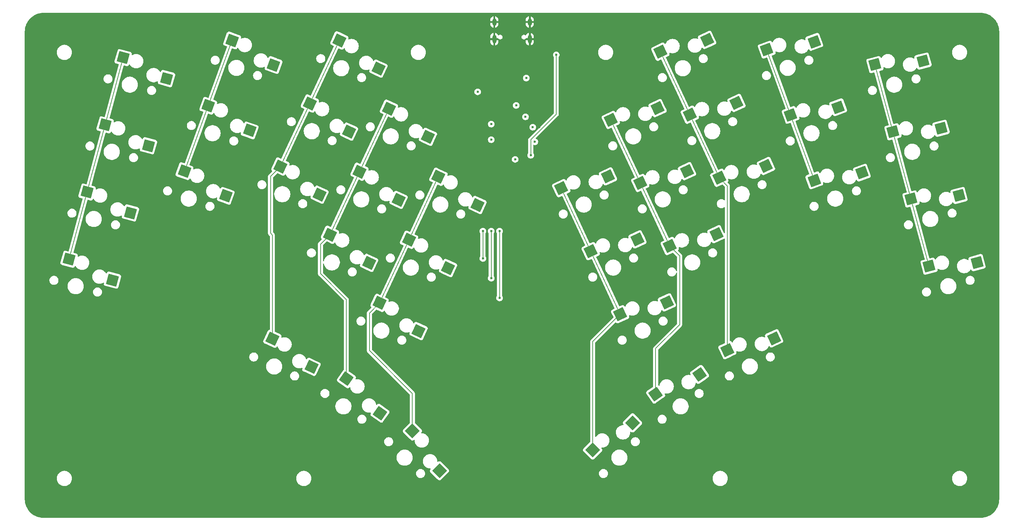
<source format=gbr>
%TF.GenerationSoftware,KiCad,Pcbnew,9.0.0*%
%TF.CreationDate,2025-05-01T21:08:40+03:00*%
%TF.ProjectId,cyberia,63796265-7269-4612-9e6b-696361645f70,v1.0.0*%
%TF.SameCoordinates,Original*%
%TF.FileFunction,Copper,L4,Bot*%
%TF.FilePolarity,Positive*%
%FSLAX46Y46*%
G04 Gerber Fmt 4.6, Leading zero omitted, Abs format (unit mm)*
G04 Created by KiCad (PCBNEW 9.0.0) date 2025-05-01 21:08:40*
%MOMM*%
%LPD*%
G01*
G04 APERTURE LIST*
G04 Aperture macros list*
%AMRotRect*
0 Rectangle, with rotation*
0 The origin of the aperture is its center*
0 $1 length*
0 $2 width*
0 $3 Rotation angle, in degrees counterclockwise*
0 Add horizontal line*
21,1,$1,$2,0,0,$3*%
G04 Aperture macros list end*
%TA.AperFunction,SMDPad,CuDef*%
%ADD10RotRect,2.600000X2.600000X25.000000*%
%TD*%
%TA.AperFunction,SMDPad,CuDef*%
%ADD11RotRect,2.600000X2.600000X15.000000*%
%TD*%
%TA.AperFunction,SMDPad,CuDef*%
%ADD12RotRect,2.600000X2.600000X315.000000*%
%TD*%
%TA.AperFunction,SMDPad,CuDef*%
%ADD13RotRect,2.600000X2.600000X20.000000*%
%TD*%
%TA.AperFunction,SMDPad,CuDef*%
%ADD14RotRect,2.600000X2.600000X335.000000*%
%TD*%
%TA.AperFunction,SMDPad,CuDef*%
%ADD15RotRect,2.600000X2.600000X325.000000*%
%TD*%
%TA.AperFunction,SMDPad,CuDef*%
%ADD16RotRect,2.600000X2.600000X340.000000*%
%TD*%
%TA.AperFunction,HeatsinkPad*%
%ADD17O,1.000000X1.800000*%
%TD*%
%TA.AperFunction,HeatsinkPad*%
%ADD18O,1.000000X2.100000*%
%TD*%
%TA.AperFunction,SMDPad,CuDef*%
%ADD19RotRect,2.600000X2.600000X345.000000*%
%TD*%
%TA.AperFunction,SMDPad,CuDef*%
%ADD20RotRect,2.600000X2.600000X45.000000*%
%TD*%
%TA.AperFunction,SMDPad,CuDef*%
%ADD21RotRect,2.600000X2.600000X35.000000*%
%TD*%
%TA.AperFunction,ViaPad*%
%ADD22C,0.600000*%
%TD*%
%TA.AperFunction,Conductor*%
%ADD23C,0.200000*%
%TD*%
G04 APERTURE END LIST*
D10*
%TO.P,SW31,1,1*%
%TO.N,C6*%
X234489131Y-100501908D03*
%TO.P,SW31,2,2*%
%TO.N,Net-(D31-A)*%
X245886746Y-97614545D03*
%TD*%
%TO.P,SW29,1,1*%
%TO.N,C7*%
X239391977Y-68424472D03*
%TO.P,SW29,2,2*%
%TO.N,Net-(D29-A)*%
X250789592Y-65537109D03*
%TD*%
D11*
%TO.P,SW22,1,1*%
%TO.N,C9*%
X296148949Y-87988123D03*
%TO.P,SW22,2,2*%
%TO.N,Net-(D22-A)*%
X307874792Y-87123797D03*
%TD*%
D12*
%TO.P,SW19,1,1*%
%TO.N,C4*%
X178892449Y-161116943D03*
%TO.P,SW19,2,2*%
%TO.N,Net-(D19-A)*%
X185503898Y-170839658D03*
%TD*%
D13*
%TO.P,SW26,1,1*%
%TO.N,C8*%
X265338121Y-67898325D03*
%TO.P,SW26,2,2*%
%TO.N,Net-(D26-A)*%
X276944013Y-66015313D03*
%TD*%
D11*
%TO.P,SW20,1,1*%
%TO.N,C9*%
X304948799Y-120829600D03*
%TO.P,SW20,2,2*%
%TO.N,Net-(D20-A)*%
X316674642Y-119965274D03*
%TD*%
D10*
%TO.P,SW36,1,1*%
%TO.N,C7*%
X255742185Y-141346832D03*
%TO.P,SW36,2,2*%
%TO.N,Net-(D36-A)*%
X267139800Y-138459469D03*
%TD*%
D14*
%TO.P,SW14,1,1*%
%TO.N,C4*%
X170877398Y-129811198D03*
%TO.P,SW14,2,2*%
%TO.N,Net-(D14-A)*%
X180415492Y-136686315D03*
%TD*%
D15*
%TO.P,SW18,1,1*%
%TO.N,C3*%
X162792894Y-148353027D03*
%TO.P,SW18,2,2*%
%TO.N,Net-(D18-A)*%
X170992232Y-156779968D03*
%TD*%
D14*
%TO.P,SW8,1,1*%
%TO.N,C2*%
X146702685Y-96470786D03*
%TO.P,SW8,2,2*%
%TO.N,Net-(D8-A)*%
X156240779Y-103345903D03*
%TD*%
%TO.P,SW12,1,1*%
%TO.N,C3*%
X165974553Y-97733761D03*
%TO.P,SW12,2,2*%
%TO.N,Net-(D12-A)*%
X175512647Y-104608878D03*
%TD*%
D10*
%TO.P,SW28,1,1*%
%TO.N,C7*%
X246576490Y-83831702D03*
%TO.P,SW28,2,2*%
%TO.N,Net-(D28-A)*%
X257974105Y-80944339D03*
%TD*%
D11*
%TO.P,SW23,1,1*%
%TO.N,C9*%
X291749029Y-71567384D03*
%TO.P,SW23,2,2*%
%TO.N,Net-(D23-A)*%
X303474872Y-70703058D03*
%TD*%
D10*
%TO.P,SW30,1,1*%
%TO.N,C6*%
X241673641Y-115909143D03*
%TO.P,SW30,2,2*%
%TO.N,Net-(D30-A)*%
X253071256Y-113021780D03*
%TD*%
D16*
%TO.P,SW6,1,1*%
%TO.N,C1*%
X129092549Y-81632866D03*
%TO.P,SW6,2,2*%
%TO.N,Net-(D6-A)*%
X139193554Y-87650521D03*
%TD*%
D17*
%TO.P,J1,S1,SHIELD*%
%TO.N,GND*%
X207520000Y-61154996D03*
D18*
X207519997Y-65334997D03*
X198879999Y-65334997D03*
D17*
X198879997Y-61154997D03*
%TD*%
D19*
%TO.P,SW2,1,1*%
%TO.N,C0*%
X99524314Y-102713595D03*
%TO.P,SW2,2,2*%
%TO.N,Net-(D2-A)*%
X110111355Y-107827989D03*
%TD*%
D14*
%TO.P,SW11,1,1*%
%TO.N,C3*%
X158790042Y-113140997D03*
%TO.P,SW11,2,2*%
%TO.N,Net-(D11-A)*%
X168328136Y-120016114D03*
%TD*%
D11*
%TO.P,SW21,1,1*%
%TO.N,C9*%
X300548875Y-104408860D03*
%TO.P,SW21,2,2*%
%TO.N,Net-(D21-A)*%
X312274718Y-103544534D03*
%TD*%
D14*
%TO.P,SW16,1,1*%
%TO.N,C4*%
X185246421Y-98996735D03*
%TO.P,SW16,2,2*%
%TO.N,Net-(D16-A)*%
X194784515Y-105871852D03*
%TD*%
%TO.P,SW13,1,1*%
%TO.N,C3*%
X173159061Y-82326531D03*
%TO.P,SW13,2,2*%
%TO.N,Net-(D13-A)*%
X182697155Y-89201648D03*
%TD*%
D19*
%TO.P,SW1,1,1*%
%TO.N,C0*%
X95124388Y-119134336D03*
%TO.P,SW1,2,2*%
%TO.N,Net-(D1-A)*%
X105711429Y-124248730D03*
%TD*%
D14*
%TO.P,SW17,1,1*%
%TO.N,C2*%
X144721497Y-138578682D03*
%TO.P,SW17,2,2*%
%TO.N,Net-(D17-A)*%
X154259591Y-145453799D03*
%TD*%
D19*
%TO.P,SW4,1,1*%
%TO.N,C0*%
X108324159Y-69872118D03*
%TO.P,SW4,2,2*%
%TO.N,Net-(D4-A)*%
X118911200Y-74986512D03*
%TD*%
D10*
%TO.P,SW32,1,1*%
%TO.N,C6*%
X227304620Y-85094678D03*
%TO.P,SW32,2,2*%
%TO.N,Net-(D32-A)*%
X238702235Y-82207315D03*
%TD*%
D20*
%TO.P,SW38,1,1*%
%TO.N,C5*%
X222876001Y-165748491D03*
%TO.P,SW38,2,2*%
%TO.N,Net-(D38-A)*%
X232598716Y-159137042D03*
%TD*%
D19*
%TO.P,SW3,1,1*%
%TO.N,C0*%
X103924236Y-86292857D03*
%TO.P,SW3,2,2*%
%TO.N,Net-(D3-A)*%
X114511277Y-91407251D03*
%TD*%
D14*
%TO.P,SW10,1,1*%
%TO.N,C2*%
X161071703Y-65656323D03*
%TO.P,SW10,2,2*%
%TO.N,Net-(D10-A)*%
X170609797Y-72531440D03*
%TD*%
D16*
%TO.P,SW5,1,1*%
%TO.N,C1*%
X123278206Y-97607640D03*
%TO.P,SW5,2,2*%
%TO.N,Net-(D5-A)*%
X133379211Y-103625295D03*
%TD*%
D13*
%TO.P,SW25,1,1*%
%TO.N,C8*%
X271152465Y-83873098D03*
%TO.P,SW25,2,2*%
%TO.N,Net-(D25-A)*%
X282758357Y-81990086D03*
%TD*%
D10*
%TO.P,SW34,1,1*%
%TO.N,C5*%
X222401771Y-117172116D03*
%TO.P,SW34,2,2*%
%TO.N,Net-(D34-A)*%
X233799386Y-114284753D03*
%TD*%
D14*
%TO.P,SW9,2,2*%
%TO.N,Net-(D9-A)*%
X163425289Y-87938674D03*
%TO.P,SW9,1,1*%
%TO.N,C2*%
X153887195Y-81063557D03*
%TD*%
D21*
%TO.P,SW37,2,2*%
%TO.N,Net-(D37-A)*%
X248964733Y-147287279D03*
%TO.P,SW37,1,1*%
%TO.N,C6*%
X238241661Y-152109953D03*
%TD*%
D10*
%TO.P,SW27,1,1*%
%TO.N,C7*%
X253760999Y-99238936D03*
%TO.P,SW27,2,2*%
%TO.N,Net-(D27-A)*%
X265158614Y-96351573D03*
%TD*%
D13*
%TO.P,SW24,1,1*%
%TO.N,C8*%
X276966806Y-99847874D03*
%TO.P,SW24,2,2*%
%TO.N,Net-(D24-A)*%
X288572698Y-97964862D03*
%TD*%
D10*
%TO.P,SW33,1,1*%
%TO.N,C5*%
X229586283Y-132579348D03*
%TO.P,SW33,2,2*%
%TO.N,Net-(D33-A)*%
X240983898Y-129691985D03*
%TD*%
D16*
%TO.P,SW7,1,1*%
%TO.N,C1*%
X134906891Y-65658092D03*
%TO.P,SW7,2,2*%
%TO.N,Net-(D7-A)*%
X145007896Y-71675747D03*
%TD*%
D10*
%TO.P,SW35,1,1*%
%TO.N,C5*%
X215217261Y-101764882D03*
%TO.P,SW35,2,2*%
%TO.N,Net-(D35-A)*%
X226614876Y-98877519D03*
%TD*%
D14*
%TO.P,SW15,1,1*%
%TO.N,C4*%
X178061907Y-114403967D03*
%TO.P,SW15,2,2*%
%TO.N,Net-(D15-A)*%
X187600001Y-121279084D03*
%TD*%
D22*
%TO.N,R1*%
X196088000Y-118950499D03*
%TO.N,R2*%
X198120000Y-123776499D03*
%TO.N,R3*%
X200152000Y-128602500D03*
X200152000Y-112268000D03*
%TO.N,R2*%
X198120000Y-112268000D03*
%TO.N,R1*%
X196088000Y-112268000D03*
%TO.N,Net-(D20-A)*%
X316674642Y-119965274D03*
%TO.N,Net-(D21-A)*%
X312274718Y-103544534D03*
%TO.N,Net-(D22-A)*%
X307874792Y-87123797D03*
%TO.N,Net-(D23-A)*%
X303474872Y-70703058D03*
%TO.N,Net-(D24-A)*%
X288572698Y-97964862D03*
%TO.N,Net-(D25-A)*%
X282758357Y-81990086D03*
%TO.N,Net-(D26-A)*%
X276944013Y-66015313D03*
%TO.N,Net-(D29-A)*%
X250789592Y-65537109D03*
%TO.N,Net-(D27-A)*%
X265158614Y-96351573D03*
%TO.N,Net-(D28-A)*%
X257974105Y-80944339D03*
%TO.N,Net-(D32-A)*%
X238702235Y-82207315D03*
%TO.N,Net-(D31-A)*%
X245886746Y-97614545D03*
%TO.N,Net-(D35-A)*%
X226614876Y-98877519D03*
%TO.N,Net-(D30-A)*%
X253071256Y-113021780D03*
%TO.N,Net-(D34-A)*%
X233799386Y-114284753D03*
%TO.N,Net-(D33-A)*%
X240983898Y-129691985D03*
%TO.N,Net-(D36-A)*%
X267139800Y-138459469D03*
%TO.N,Net-(D37-A)*%
X248964733Y-147287279D03*
%TO.N,Net-(D38-A)*%
X232598716Y-159137042D03*
%TO.N,Net-(D9-A)*%
X163425289Y-87938674D03*
%TO.N,Net-(D8-A)*%
X156240779Y-103345903D03*
%TO.N,Net-(D11-A)*%
X168328136Y-120016114D03*
%TO.N,Net-(D12-A)*%
X175512647Y-104608878D03*
%TO.N,Net-(D15-A)*%
X187600001Y-121279084D03*
%TO.N,Net-(D14-A)*%
X180415492Y-136686315D03*
%TO.N,Net-(D19-A)*%
X185503898Y-170839658D03*
%TO.N,Net-(D18-A)*%
X170992232Y-156779968D03*
%TO.N,Net-(D17-A)*%
X154259591Y-145453799D03*
%TO.N,Net-(D1-A)*%
X105711429Y-124248730D03*
%TO.N,Net-(D2-A)*%
X110111355Y-107827989D03*
%TO.N,Net-(D5-A)*%
X133379211Y-103625295D03*
%TO.N,Net-(D6-A)*%
X139193554Y-87650521D03*
%TO.N,Net-(D3-A)*%
X114511277Y-91407251D03*
%TO.N,Net-(D4-A)*%
X118911200Y-74986512D03*
%TO.N,Net-(D7-A)*%
X145007896Y-71675747D03*
%TO.N,Net-(D10-A)*%
X170609797Y-72531440D03*
%TO.N,Net-(D13-A)*%
X182697155Y-89201648D03*
%TO.N,Net-(D16-A)*%
X194784515Y-105871852D03*
%TO.N,C0*%
X108324159Y-69872118D03*
%TO.N,C1*%
X134906893Y-65658089D03*
%TO.N,C2*%
X161071703Y-65656323D03*
%TO.N,C3*%
X173159061Y-82326531D03*
%TO.N,C4*%
X185301578Y-98941578D03*
%TO.N,C9*%
X291749029Y-71567384D03*
%TO.N,C8*%
X265338121Y-67898325D03*
%TO.N,C7*%
X239391977Y-68424471D03*
%TO.N,C6*%
X227304620Y-85094678D03*
%TO.N,C5*%
X215217261Y-101764882D03*
%TO.N,+3.3V*%
X208775000Y-90424000D03*
X208267000Y-86867998D03*
X206689997Y-74851501D03*
X204216003Y-81546999D03*
X206489001Y-84327998D03*
X194818000Y-78218997D03*
X198133000Y-89915998D03*
X203962000Y-94728998D03*
X198133000Y-86105996D03*
%TO.N,GND*%
X188599997Y-62890000D03*
X202692000Y-79996999D03*
X188599999Y-69190000D03*
X208039001Y-82804000D03*
X217800002Y-62890000D03*
X201929998Y-70674998D03*
X210325000Y-90424000D03*
X196583000Y-86105996D03*
X204216001Y-79996997D03*
X198390002Y-80771997D03*
X201842000Y-100413998D03*
X203542000Y-98213998D03*
X208038999Y-84327997D03*
X203962000Y-96278998D03*
X200152001Y-100088998D03*
X203200000Y-89408000D03*
X205486000Y-96278998D03*
X204789998Y-74851500D03*
X217800003Y-69190000D03*
X200295001Y-83434498D03*
X205486000Y-98538998D03*
X200660000Y-73157499D03*
X196583000Y-89915998D03*
X209817000Y-86867998D03*
X199389998Y-70674997D03*
X194818000Y-79768997D03*
%TO.N,RUN*%
X207772000Y-93726000D03*
X213999998Y-69190000D03*
%TD*%
D23*
%TO.N,C2*%
X144721497Y-113225497D02*
X144721497Y-138578682D01*
X144272000Y-112776000D02*
X144721497Y-113225497D01*
X146702685Y-96470786D02*
X144272000Y-98901471D01*
X144272000Y-98901471D02*
X144272000Y-112776000D01*
%TO.N,C3*%
X162792894Y-129010894D02*
X162792894Y-148353027D01*
X156464000Y-122682000D02*
X162792894Y-129010894D01*
X156464000Y-115467039D02*
X156464000Y-122682000D01*
X158790042Y-113140997D02*
X156464000Y-115467039D01*
%TO.N,C4*%
X168402000Y-132286596D02*
X168402000Y-141478000D01*
X168402000Y-141478000D02*
X178892449Y-151968449D01*
X170877398Y-129811198D02*
X168402000Y-132286596D01*
X178892449Y-151968449D02*
X178892449Y-161116943D01*
%TO.N,C5*%
X222876001Y-139289630D02*
X222876001Y-165748491D01*
X229586283Y-132579348D02*
X222876001Y-139289630D01*
%TO.N,C6*%
X238241661Y-140980339D02*
X238241661Y-152109953D01*
X244094000Y-135128000D02*
X238241661Y-140980339D01*
X244094000Y-118329502D02*
X244094000Y-135128000D01*
X241673641Y-115909143D02*
X244094000Y-118329502D01*
%TO.N,C7*%
X255742185Y-101220122D02*
X255742185Y-141346832D01*
X253760999Y-99238936D02*
X255742185Y-101220122D01*
%TO.N,R3*%
X200152000Y-112268000D02*
X200152000Y-128602500D01*
%TO.N,R2*%
X198120000Y-112268000D02*
X198120000Y-123776499D01*
%TO.N,R1*%
X196088000Y-112268000D02*
X196088000Y-118950499D01*
%TO.N,C0*%
X99524312Y-102713593D02*
X95124388Y-119134333D01*
X103924237Y-86292855D02*
X99524312Y-102713593D01*
X108324159Y-69872118D02*
X103924237Y-86292855D01*
%TO.N,C1*%
X134906893Y-65658089D02*
X134767889Y-66040000D01*
X134767889Y-66040000D02*
X129092551Y-81632863D01*
X129092552Y-81632863D02*
X123278209Y-97607638D01*
X129092551Y-81632863D02*
X129092552Y-81632863D01*
%TO.N,C2*%
X146702685Y-96470786D02*
X146702686Y-96470784D01*
X153887195Y-81063555D02*
X146702685Y-96470786D01*
X161071706Y-65656321D02*
X153887193Y-81063555D01*
X153887193Y-81063555D02*
X153887195Y-81063555D01*
%TO.N,C3*%
X165974554Y-97733759D02*
X173159064Y-82326528D01*
X173159064Y-82326528D02*
X173159062Y-82326529D01*
X158790040Y-113140995D02*
X165974554Y-97733759D01*
%TO.N,C4*%
X185246419Y-98996733D02*
X178061911Y-114403967D01*
X178061911Y-114403966D02*
X170877398Y-129811198D01*
X178061911Y-114403967D02*
X178061911Y-114403966D01*
X185246421Y-98996735D02*
X185301578Y-98941578D01*
%TO.N,C9*%
X304948799Y-120829600D02*
X304948798Y-120829600D01*
X296148949Y-87988122D02*
X291749025Y-71567383D01*
X304948798Y-120829600D02*
X300548873Y-104408860D01*
X291749025Y-71567383D02*
X291749027Y-71567383D01*
X300548873Y-104408860D02*
X296148949Y-87988122D01*
%TO.N,C8*%
X271152462Y-83873098D02*
X271152465Y-83873097D01*
X276966808Y-99847874D02*
X276966807Y-99847874D01*
X265338121Y-67898325D02*
X271152462Y-83873098D01*
X271152465Y-83873097D02*
X276966808Y-99847874D01*
%TO.N,C7*%
X239391977Y-68424471D02*
X246576486Y-83831702D01*
X246576486Y-83831702D02*
X246576489Y-83831700D01*
X253761001Y-99238934D02*
X253760999Y-99238936D01*
X246576489Y-83831700D02*
X253761001Y-99238934D01*
%TO.N,C6*%
X241673642Y-115909142D02*
X241673642Y-115909143D01*
X234489130Y-100501908D02*
X234489131Y-100501908D01*
X227304620Y-85094678D02*
X234489130Y-100501908D01*
X234489131Y-100501908D02*
X241673642Y-115909142D01*
%TO.N,C5*%
X222401772Y-117172115D02*
X229586280Y-132579347D01*
X215217260Y-101764881D02*
X222401772Y-117172115D01*
%TO.N,RUN*%
X213999998Y-69190000D02*
X213999998Y-83688002D01*
X207772000Y-89916000D02*
X207772000Y-93726000D01*
X213999998Y-83688002D02*
X207772000Y-89916000D01*
%TD*%
%TA.AperFunction,Conductor*%
%TO.N,GND*%
G36*
X317434108Y-58920500D02*
G01*
X317497295Y-58920500D01*
X317502702Y-58920618D01*
X317515819Y-58921190D01*
X317893742Y-58937690D01*
X317904477Y-58938630D01*
X318289859Y-58989366D01*
X318300493Y-58991241D01*
X318679990Y-59075374D01*
X318690416Y-59078168D01*
X319061135Y-59195055D01*
X319071270Y-59198744D01*
X319430383Y-59347493D01*
X319440178Y-59352061D01*
X319784942Y-59531534D01*
X319794309Y-59536941D01*
X320064434Y-59709030D01*
X320122130Y-59745786D01*
X320130991Y-59751991D01*
X320439353Y-59988605D01*
X320447640Y-59995559D01*
X320734204Y-60258146D01*
X320741853Y-60265795D01*
X321004440Y-60552359D01*
X321011394Y-60560646D01*
X321248008Y-60869008D01*
X321254213Y-60877869D01*
X321463057Y-61205689D01*
X321468465Y-61215057D01*
X321647935Y-61559814D01*
X321652507Y-61569618D01*
X321687248Y-61653491D01*
X321801248Y-61928713D01*
X321801249Y-61928714D01*
X321804949Y-61938879D01*
X321921828Y-62309572D01*
X321924628Y-62320021D01*
X322008756Y-62699498D01*
X322010634Y-62710151D01*
X322061367Y-63095499D01*
X322062310Y-63106276D01*
X322079381Y-63497274D01*
X322079499Y-63502683D01*
X322079499Y-177797291D01*
X322079381Y-177802700D01*
X322062309Y-178193721D01*
X322061366Y-178204497D01*
X322010633Y-178589847D01*
X322008755Y-178600500D01*
X321924628Y-178979976D01*
X321921828Y-178990426D01*
X321804950Y-179361115D01*
X321801250Y-179371280D01*
X321652506Y-179730380D01*
X321647934Y-179740184D01*
X321468465Y-180084940D01*
X321463057Y-180094308D01*
X321254217Y-180422123D01*
X321248012Y-180430985D01*
X321011389Y-180739357D01*
X321004435Y-180747643D01*
X320741852Y-181034202D01*
X320734203Y-181041851D01*
X320447640Y-181304439D01*
X320439353Y-181311393D01*
X320130991Y-181548007D01*
X320122130Y-181554212D01*
X319794310Y-181763056D01*
X319784942Y-181768464D01*
X319440185Y-181947933D01*
X319430381Y-181952505D01*
X319071285Y-182101248D01*
X319061120Y-182104948D01*
X318690427Y-182221827D01*
X318679978Y-182224627D01*
X318300501Y-182308755D01*
X318289848Y-182310633D01*
X317904500Y-182361366D01*
X317893723Y-182362309D01*
X317502726Y-182379380D01*
X317497317Y-182379498D01*
X88902704Y-182379498D01*
X88897295Y-182379380D01*
X88506275Y-182362307D01*
X88495499Y-182361364D01*
X88110151Y-182310632D01*
X88099497Y-182308754D01*
X87720020Y-182224626D01*
X87709571Y-182221826D01*
X87338878Y-182104947D01*
X87328713Y-182101247D01*
X86969617Y-181952504D01*
X86959813Y-181947932D01*
X86615058Y-181768464D01*
X86615042Y-181768455D01*
X86605687Y-181763054D01*
X86441778Y-181658632D01*
X86277877Y-181554215D01*
X86269016Y-181548011D01*
X85960646Y-181311391D01*
X85952359Y-181304437D01*
X85665796Y-181041850D01*
X85658147Y-181034201D01*
X85395560Y-180747638D01*
X85388606Y-180739351D01*
X85151992Y-180430989D01*
X85145787Y-180422128D01*
X84936943Y-180094308D01*
X84931535Y-180084940D01*
X84752066Y-179740183D01*
X84747497Y-179730385D01*
X84598749Y-179371278D01*
X84595050Y-179361115D01*
X84478167Y-178990408D01*
X84475375Y-178979988D01*
X84391242Y-178600488D01*
X84389369Y-178589864D01*
X84338632Y-178204476D01*
X84337692Y-178193743D01*
X84320614Y-177802578D01*
X84320497Y-177797187D01*
X84320497Y-172598709D01*
X92129500Y-172598709D01*
X92129500Y-172841286D01*
X92161161Y-173081783D01*
X92223947Y-173316102D01*
X92316773Y-173540203D01*
X92316774Y-173540205D01*
X92316776Y-173540210D01*
X92438064Y-173750287D01*
X92438065Y-173750288D01*
X92438067Y-173750291D01*
X92585733Y-173942734D01*
X92585739Y-173942741D01*
X92757256Y-174114258D01*
X92757263Y-174114264D01*
X92757266Y-174114266D01*
X92949711Y-174261934D01*
X93159788Y-174383222D01*
X93383900Y-174476052D01*
X93618211Y-174538836D01*
X93798586Y-174562582D01*
X93858711Y-174570498D01*
X93858712Y-174570498D01*
X94101289Y-174570498D01*
X94149388Y-174564165D01*
X94341789Y-174538836D01*
X94576100Y-174476052D01*
X94800212Y-174383222D01*
X95010289Y-174261934D01*
X95202738Y-174114263D01*
X95374265Y-173942736D01*
X95521936Y-173750287D01*
X95643224Y-173540210D01*
X95736054Y-173316098D01*
X95798838Y-173081787D01*
X95830500Y-172841286D01*
X95830500Y-172598711D01*
X150549500Y-172598711D01*
X150549500Y-172841288D01*
X150581161Y-173081785D01*
X150643947Y-173316104D01*
X150736772Y-173540203D01*
X150736776Y-173540212D01*
X150858064Y-173750289D01*
X150858066Y-173750291D01*
X150858067Y-173750293D01*
X151005733Y-173942736D01*
X151005739Y-173942743D01*
X151177256Y-174114260D01*
X151177261Y-174114264D01*
X151177262Y-174114265D01*
X151369711Y-174261936D01*
X151579788Y-174383224D01*
X151803900Y-174476054D01*
X152038211Y-174538838D01*
X152218586Y-174562584D01*
X152278711Y-174570500D01*
X152278712Y-174570500D01*
X152521289Y-174570500D01*
X152569388Y-174564167D01*
X152761789Y-174538838D01*
X152996100Y-174476054D01*
X153220212Y-174383224D01*
X153430289Y-174261936D01*
X153622738Y-174114265D01*
X153794265Y-173942738D01*
X153941936Y-173750289D01*
X154063224Y-173540212D01*
X154156054Y-173316100D01*
X154218838Y-173081789D01*
X154250500Y-172841288D01*
X154250500Y-172598712D01*
X154218838Y-172358211D01*
X154156054Y-172123900D01*
X154063224Y-171899788D01*
X153941936Y-171689711D01*
X153794265Y-171497262D01*
X153794263Y-171497260D01*
X153794260Y-171497256D01*
X153739403Y-171442399D01*
X179788626Y-171442399D01*
X179788626Y-171615774D01*
X179815746Y-171787000D01*
X179869316Y-171951875D01*
X179869317Y-171951878D01*
X179948024Y-172106347D01*
X180049925Y-172246601D01*
X180172512Y-172369188D01*
X180312766Y-172471089D01*
X180388528Y-172509691D01*
X180467234Y-172549795D01*
X180467237Y-172549796D01*
X180549674Y-172576581D01*
X180632114Y-172603367D01*
X180711417Y-172615927D01*
X180803339Y-172630487D01*
X180803344Y-172630487D01*
X180976713Y-172630487D01*
X181059721Y-172617339D01*
X181147938Y-172603367D01*
X181312817Y-172549795D01*
X181467286Y-172471089D01*
X181607540Y-172369188D01*
X181730127Y-172246601D01*
X181832028Y-172106347D01*
X181910734Y-171951878D01*
X181964306Y-171786999D01*
X181979716Y-171689704D01*
X181991426Y-171615774D01*
X181991426Y-171442399D01*
X181972947Y-171325731D01*
X181964306Y-171271175D01*
X181928093Y-171159723D01*
X181910735Y-171106298D01*
X181910734Y-171106295D01*
X181870630Y-171027589D01*
X181832028Y-170951827D01*
X181730127Y-170811573D01*
X181607540Y-170688986D01*
X181467286Y-170587085D01*
X181426462Y-170566284D01*
X181312817Y-170508378D01*
X181312814Y-170508377D01*
X181147939Y-170454807D01*
X180976713Y-170427687D01*
X180976708Y-170427687D01*
X180803344Y-170427687D01*
X180803339Y-170427687D01*
X180632112Y-170454807D01*
X180467237Y-170508377D01*
X180467234Y-170508378D01*
X180312765Y-170587085D01*
X180232745Y-170645223D01*
X180172512Y-170688986D01*
X180172510Y-170688988D01*
X180172509Y-170688988D01*
X180049927Y-170811570D01*
X180049927Y-170811571D01*
X180049925Y-170811573D01*
X180029520Y-170839658D01*
X179948024Y-170951826D01*
X179869317Y-171106295D01*
X179869316Y-171106298D01*
X179815746Y-171271173D01*
X179788626Y-171442399D01*
X153739403Y-171442399D01*
X153622743Y-171325739D01*
X153622736Y-171325733D01*
X153430293Y-171178067D01*
X153430292Y-171178066D01*
X153430289Y-171178064D01*
X153220212Y-171056776D01*
X153220205Y-171056773D01*
X152996104Y-170963947D01*
X152761785Y-170901161D01*
X152521289Y-170869500D01*
X152521288Y-170869500D01*
X152278712Y-170869500D01*
X152278711Y-170869500D01*
X152038214Y-170901161D01*
X151803895Y-170963947D01*
X151579794Y-171056773D01*
X151579785Y-171056777D01*
X151482351Y-171113031D01*
X151369715Y-171178062D01*
X151369706Y-171178067D01*
X151177263Y-171325733D01*
X151177256Y-171325739D01*
X151005739Y-171497256D01*
X151005733Y-171497263D01*
X150858067Y-171689706D01*
X150736777Y-171899785D01*
X150736773Y-171899794D01*
X150643947Y-172123895D01*
X150581161Y-172358214D01*
X150549500Y-172598711D01*
X95830500Y-172598711D01*
X95830500Y-172598710D01*
X95798838Y-172358209D01*
X95736054Y-172123898D01*
X95643224Y-171899786D01*
X95521936Y-171689709D01*
X95386357Y-171513018D01*
X95374266Y-171497261D01*
X95374260Y-171497254D01*
X95202743Y-171325737D01*
X95202736Y-171325731D01*
X95010293Y-171178065D01*
X95010292Y-171178064D01*
X95010289Y-171178062D01*
X94800217Y-171056777D01*
X94800214Y-171056775D01*
X94800205Y-171056771D01*
X94576104Y-170963945D01*
X94341796Y-170901162D01*
X94341789Y-170901160D01*
X94341788Y-170901159D01*
X94341785Y-170901159D01*
X94101289Y-170869498D01*
X94101288Y-170869498D01*
X93858712Y-170869498D01*
X93858711Y-170869498D01*
X93618214Y-170901159D01*
X93383895Y-170963945D01*
X93159794Y-171056771D01*
X93159785Y-171056775D01*
X92949706Y-171178065D01*
X92757263Y-171325731D01*
X92757256Y-171325737D01*
X92585739Y-171497254D01*
X92585733Y-171497261D01*
X92438067Y-171689704D01*
X92438066Y-171689706D01*
X92438064Y-171689709D01*
X92438063Y-171689711D01*
X92316777Y-171899783D01*
X92316773Y-171899792D01*
X92223947Y-172123893D01*
X92161161Y-172358212D01*
X92129500Y-172598709D01*
X84320497Y-172598709D01*
X84320497Y-172594651D01*
X84320498Y-167511199D01*
X175035939Y-167511199D01*
X175035939Y-167768800D01*
X175061112Y-167959997D01*
X175069561Y-168024175D01*
X175082411Y-168072133D01*
X175136228Y-168272982D01*
X175234798Y-168510952D01*
X175234806Y-168510969D01*
X175363591Y-168734030D01*
X175363602Y-168734046D01*
X175520402Y-168938392D01*
X175520408Y-168938399D01*
X175702539Y-169120530D01*
X175702546Y-169120536D01*
X175848068Y-169232199D01*
X175906901Y-169277343D01*
X175906908Y-169277347D01*
X176129969Y-169406132D01*
X176129974Y-169406134D01*
X176129977Y-169406136D01*
X176129981Y-169406137D01*
X176129986Y-169406140D01*
X176224325Y-169445216D01*
X176367955Y-169504710D01*
X176616764Y-169571378D01*
X176872146Y-169605000D01*
X176872153Y-169605000D01*
X177129725Y-169605000D01*
X177129732Y-169605000D01*
X177385114Y-169571378D01*
X177633923Y-169504710D01*
X177871901Y-169406136D01*
X178094977Y-169277343D01*
X178299333Y-169120535D01*
X178481474Y-168938394D01*
X178638282Y-168734038D01*
X178767075Y-168510962D01*
X178809250Y-168409142D01*
X181437623Y-168409142D01*
X181437623Y-168638625D01*
X181462569Y-168828099D01*
X181467575Y-168866122D01*
X181486942Y-168938400D01*
X181526965Y-169087771D01*
X181614773Y-169299760D01*
X181614780Y-169299774D01*
X181729515Y-169498501D01*
X181869204Y-169680545D01*
X181869212Y-169680554D01*
X182031453Y-169842795D01*
X182031461Y-169842802D01*
X182213505Y-169982491D01*
X182213508Y-169982492D01*
X182213511Y-169982495D01*
X182412235Y-170097228D01*
X182412240Y-170097230D01*
X182412246Y-170097233D01*
X182503603Y-170135074D01*
X182624236Y-170185042D01*
X182845885Y-170244432D01*
X183073389Y-170274384D01*
X183073396Y-170274384D01*
X183223520Y-170274384D01*
X183290559Y-170294069D01*
X183336314Y-170346873D01*
X183346258Y-170416031D01*
X183317233Y-170479587D01*
X183311201Y-170486065D01*
X183277667Y-170519598D01*
X183277658Y-170519608D01*
X183240042Y-170566284D01*
X183180255Y-170697198D01*
X183180254Y-170697202D01*
X183159774Y-170839658D01*
X183180254Y-170982113D01*
X183180255Y-170982117D01*
X183240041Y-171113028D01*
X183240042Y-171113029D01*
X183240043Y-171113031D01*
X183277662Y-171159714D01*
X183277665Y-171159717D01*
X183277670Y-171159723D01*
X184959236Y-172841286D01*
X185183842Y-173065892D01*
X185183846Y-173065895D01*
X185183848Y-173065897D01*
X185230524Y-173103513D01*
X185361438Y-173163300D01*
X185361439Y-173163300D01*
X185361441Y-173163301D01*
X185503898Y-173183782D01*
X185646355Y-173163301D01*
X185777271Y-173103513D01*
X185823954Y-173065894D01*
X187447446Y-171442400D01*
X224408571Y-171442400D01*
X224408571Y-171615775D01*
X224435691Y-171787001D01*
X224489261Y-171951876D01*
X224489262Y-171951879D01*
X224567968Y-172106347D01*
X224567969Y-172106348D01*
X224669870Y-172246602D01*
X224792457Y-172369189D01*
X224932711Y-172471090D01*
X225008473Y-172509692D01*
X225087179Y-172549796D01*
X225087182Y-172549797D01*
X225169619Y-172576582D01*
X225252059Y-172603368D01*
X225331362Y-172615928D01*
X225423284Y-172630488D01*
X225423289Y-172630488D01*
X225596658Y-172630488D01*
X225679666Y-172617340D01*
X225767883Y-172603368D01*
X225782216Y-172598711D01*
X252149500Y-172598711D01*
X252149500Y-172841288D01*
X252181161Y-173081785D01*
X252243947Y-173316104D01*
X252336772Y-173540203D01*
X252336776Y-173540212D01*
X252458064Y-173750289D01*
X252458066Y-173750291D01*
X252458067Y-173750293D01*
X252605733Y-173942736D01*
X252605739Y-173942743D01*
X252777256Y-174114260D01*
X252777261Y-174114264D01*
X252777262Y-174114265D01*
X252969711Y-174261936D01*
X253179788Y-174383224D01*
X253403900Y-174476054D01*
X253638211Y-174538838D01*
X253818586Y-174562584D01*
X253878711Y-174570500D01*
X253878712Y-174570500D01*
X254121289Y-174570500D01*
X254169388Y-174564167D01*
X254361789Y-174538838D01*
X254596100Y-174476054D01*
X254820212Y-174383224D01*
X255030289Y-174261936D01*
X255222738Y-174114265D01*
X255394265Y-173942738D01*
X255541936Y-173750289D01*
X255663224Y-173540212D01*
X255756054Y-173316100D01*
X255818838Y-173081789D01*
X255850500Y-172841288D01*
X255850500Y-172598712D01*
X255850500Y-172598710D01*
X310569497Y-172598710D01*
X310569497Y-172841287D01*
X310601158Y-173081784D01*
X310663944Y-173316103D01*
X310756770Y-173540204D01*
X310756771Y-173540207D01*
X310756773Y-173540211D01*
X310878061Y-173750288D01*
X310878062Y-173750289D01*
X310878064Y-173750292D01*
X311025730Y-173942735D01*
X311025736Y-173942742D01*
X311197253Y-174114259D01*
X311197260Y-174114265D01*
X311310318Y-174201017D01*
X311389708Y-174261935D01*
X311599785Y-174383223D01*
X311823897Y-174476053D01*
X312058208Y-174538837D01*
X312238583Y-174562583D01*
X312298708Y-174570499D01*
X312298709Y-174570499D01*
X312541286Y-174570499D01*
X312589385Y-174564166D01*
X312781786Y-174538837D01*
X313016097Y-174476053D01*
X313240209Y-174383223D01*
X313450286Y-174261935D01*
X313642735Y-174114264D01*
X313814262Y-173942737D01*
X313961933Y-173750288D01*
X314083221Y-173540211D01*
X314176051Y-173316099D01*
X314238835Y-173081788D01*
X314270497Y-172841287D01*
X314270497Y-172598711D01*
X314238835Y-172358210D01*
X314176051Y-172123899D01*
X314083221Y-171899787D01*
X313961933Y-171689710D01*
X313814262Y-171497261D01*
X313814261Y-171497260D01*
X313814257Y-171497255D01*
X313642740Y-171325738D01*
X313642733Y-171325732D01*
X313450290Y-171178066D01*
X313450289Y-171178065D01*
X313450286Y-171178063D01*
X313278658Y-171078973D01*
X313240211Y-171056776D01*
X313240202Y-171056772D01*
X313016101Y-170963946D01*
X312898941Y-170932553D01*
X312781786Y-170901161D01*
X312781785Y-170901160D01*
X312781782Y-170901160D01*
X312541286Y-170869499D01*
X312541285Y-170869499D01*
X312298709Y-170869499D01*
X312298708Y-170869499D01*
X312058211Y-170901160D01*
X311823892Y-170963946D01*
X311599791Y-171056772D01*
X311599782Y-171056776D01*
X311389703Y-171178066D01*
X311197260Y-171325732D01*
X311197253Y-171325738D01*
X311025736Y-171497255D01*
X311025730Y-171497262D01*
X310878064Y-171689705D01*
X310878061Y-171689709D01*
X310878061Y-171689710D01*
X310861814Y-171717850D01*
X310756774Y-171899784D01*
X310756770Y-171899793D01*
X310663944Y-172123894D01*
X310601158Y-172358213D01*
X310569497Y-172598710D01*
X255850500Y-172598710D01*
X255818838Y-172358211D01*
X255756054Y-172123900D01*
X255663224Y-171899788D01*
X255541936Y-171689711D01*
X255394265Y-171497262D01*
X255394263Y-171497260D01*
X255394260Y-171497256D01*
X255222743Y-171325739D01*
X255222736Y-171325733D01*
X255030293Y-171178067D01*
X255030292Y-171178066D01*
X255030289Y-171178064D01*
X254820212Y-171056776D01*
X254820205Y-171056773D01*
X254596104Y-170963947D01*
X254361785Y-170901161D01*
X254121289Y-170869500D01*
X254121288Y-170869500D01*
X253878712Y-170869500D01*
X253878711Y-170869500D01*
X253638214Y-170901161D01*
X253403895Y-170963947D01*
X253179794Y-171056773D01*
X253179785Y-171056777D01*
X253082351Y-171113031D01*
X252969715Y-171178062D01*
X252969706Y-171178067D01*
X252777263Y-171325733D01*
X252777256Y-171325739D01*
X252605739Y-171497256D01*
X252605733Y-171497263D01*
X252458067Y-171689706D01*
X252336777Y-171899785D01*
X252336773Y-171899794D01*
X252243947Y-172123895D01*
X252181161Y-172358214D01*
X252149500Y-172598711D01*
X225782216Y-172598711D01*
X225932762Y-172549796D01*
X226087231Y-172471090D01*
X226227485Y-172369189D01*
X226350072Y-172246602D01*
X226451973Y-172106348D01*
X226530679Y-171951879D01*
X226584251Y-171787000D01*
X226599661Y-171689704D01*
X226611371Y-171615775D01*
X226611371Y-171442400D01*
X226592893Y-171325738D01*
X226584251Y-171271176D01*
X226530679Y-171106298D01*
X226530679Y-171106296D01*
X226451972Y-170951827D01*
X226350072Y-170811574D01*
X226227485Y-170688987D01*
X226087231Y-170587086D01*
X226046405Y-170566284D01*
X225932762Y-170508379D01*
X225932759Y-170508378D01*
X225767884Y-170454808D01*
X225596658Y-170427688D01*
X225596653Y-170427688D01*
X225423289Y-170427688D01*
X225423284Y-170427688D01*
X225252057Y-170454808D01*
X225087182Y-170508378D01*
X225087179Y-170508379D01*
X224932710Y-170587086D01*
X224852690Y-170645224D01*
X224792457Y-170688987D01*
X224792455Y-170688989D01*
X224792454Y-170688989D01*
X224669872Y-170811571D01*
X224669872Y-170811572D01*
X224669870Y-170811574D01*
X224649466Y-170839658D01*
X224567969Y-170951827D01*
X224489262Y-171106296D01*
X224489261Y-171106299D01*
X224435691Y-171271174D01*
X224408571Y-171442400D01*
X187447446Y-171442400D01*
X187730132Y-171159714D01*
X187767753Y-171113031D01*
X187827541Y-170982115D01*
X187848022Y-170839658D01*
X187827541Y-170697201D01*
X187823790Y-170688988D01*
X187767754Y-170566287D01*
X187767753Y-170566286D01*
X187767753Y-170566285D01*
X187730134Y-170519602D01*
X187730129Y-170519597D01*
X187730125Y-170519592D01*
X185823957Y-168613427D01*
X185823951Y-168613422D01*
X185823947Y-168613418D01*
X185777271Y-168575802D01*
X185646357Y-168516015D01*
X185646353Y-168516014D01*
X185503898Y-168495534D01*
X185361442Y-168516014D01*
X185361438Y-168516015D01*
X185230527Y-168575801D01*
X185183832Y-168613430D01*
X185150304Y-168646959D01*
X185088981Y-168680444D01*
X185019289Y-168675460D01*
X184963356Y-168633588D01*
X184938939Y-168568124D01*
X184938623Y-168559278D01*
X184938623Y-168409156D01*
X184938622Y-168409142D01*
X184920696Y-168272985D01*
X184908671Y-168181646D01*
X184849281Y-167959997D01*
X184770085Y-167768801D01*
X184761472Y-167748007D01*
X184761469Y-167748001D01*
X184761467Y-167747996D01*
X184646734Y-167549272D01*
X184646731Y-167549269D01*
X184646730Y-167549266D01*
X184507041Y-167367222D01*
X184507034Y-167367214D01*
X184344793Y-167204973D01*
X184344784Y-167204965D01*
X184162740Y-167065276D01*
X183964013Y-166950541D01*
X183963999Y-166950534D01*
X183752010Y-166862726D01*
X183530361Y-166803336D01*
X183492338Y-166798330D01*
X183302864Y-166773384D01*
X183302857Y-166773384D01*
X183073389Y-166773384D01*
X183073381Y-166773384D01*
X182856838Y-166801893D01*
X182845885Y-166803336D01*
X182752199Y-166828438D01*
X182624235Y-166862726D01*
X182412246Y-166950534D01*
X182412232Y-166950541D01*
X182213505Y-167065276D01*
X182031461Y-167204965D01*
X181869204Y-167367222D01*
X181729515Y-167549266D01*
X181614780Y-167747993D01*
X181614773Y-167748007D01*
X181526965Y-167959996D01*
X181467576Y-168181643D01*
X181467574Y-168181654D01*
X181437623Y-168409142D01*
X178809250Y-168409142D01*
X178865649Y-168272984D01*
X178932317Y-168024175D01*
X178965939Y-167768793D01*
X178965939Y-167511207D01*
X178932317Y-167255825D01*
X178865649Y-167007016D01*
X178767075Y-166769038D01*
X178767071Y-166769031D01*
X178767071Y-166769030D01*
X178638286Y-166545969D01*
X178638282Y-166545962D01*
X178481474Y-166341606D01*
X178481469Y-166341600D01*
X178299338Y-166159469D01*
X178299331Y-166159463D01*
X178094985Y-166002663D01*
X178094978Y-166002658D01*
X178094977Y-166002657D01*
X178094970Y-166002653D01*
X178094969Y-166002652D01*
X177871908Y-165873867D01*
X177871891Y-165873859D01*
X177633921Y-165775289D01*
X177476182Y-165733023D01*
X177385114Y-165708622D01*
X177353191Y-165704419D01*
X177129739Y-165675000D01*
X177129732Y-165675000D01*
X176872146Y-165675000D01*
X176872138Y-165675000D01*
X176616764Y-165708622D01*
X176367956Y-165775289D01*
X176129986Y-165873859D01*
X176129969Y-165873867D01*
X175906908Y-166002652D01*
X175906892Y-166002663D01*
X175702546Y-166159463D01*
X175702539Y-166159469D01*
X175520408Y-166341600D01*
X175520402Y-166341607D01*
X175363602Y-166545953D01*
X175363591Y-166545969D01*
X175234806Y-166769030D01*
X175234798Y-166769047D01*
X175136228Y-167007017D01*
X175069561Y-167255825D01*
X175035939Y-167511199D01*
X84320498Y-167511199D01*
X84320498Y-167507148D01*
X84320498Y-163664225D01*
X172010452Y-163664225D01*
X172010452Y-163837600D01*
X172037572Y-164008826D01*
X172091142Y-164173701D01*
X172091143Y-164173704D01*
X172169850Y-164328173D01*
X172271751Y-164468427D01*
X172394338Y-164591014D01*
X172534592Y-164692915D01*
X172610354Y-164731517D01*
X172689060Y-164771621D01*
X172689063Y-164771622D01*
X172771500Y-164798407D01*
X172853940Y-164825193D01*
X172933243Y-164837753D01*
X173025165Y-164852313D01*
X173025170Y-164852313D01*
X173198539Y-164852313D01*
X173281547Y-164839165D01*
X173369764Y-164825193D01*
X173534643Y-164771621D01*
X173689112Y-164692915D01*
X173829366Y-164591014D01*
X173951953Y-164468427D01*
X174053854Y-164328173D01*
X174132560Y-164173704D01*
X174186132Y-164008825D01*
X174213027Y-163839018D01*
X174213252Y-163837600D01*
X174213252Y-163664225D01*
X174194756Y-163547454D01*
X174186132Y-163493001D01*
X174155043Y-163397319D01*
X174132561Y-163328124D01*
X174132560Y-163328121D01*
X174092456Y-163249415D01*
X174053854Y-163173653D01*
X173951953Y-163033399D01*
X173829366Y-162910812D01*
X173689112Y-162808911D01*
X173534643Y-162730204D01*
X173534640Y-162730203D01*
X173369765Y-162676633D01*
X173198539Y-162649513D01*
X173198534Y-162649513D01*
X173025170Y-162649513D01*
X173025165Y-162649513D01*
X172853938Y-162676633D01*
X172689063Y-162730203D01*
X172689060Y-162730204D01*
X172534591Y-162808911D01*
X172454571Y-162867049D01*
X172394338Y-162910812D01*
X172394336Y-162910814D01*
X172394335Y-162910814D01*
X172271753Y-163033396D01*
X172271753Y-163033397D01*
X172271751Y-163033399D01*
X172252585Y-163059779D01*
X172169850Y-163173652D01*
X172091143Y-163328121D01*
X172091142Y-163328124D01*
X172037572Y-163492999D01*
X172010452Y-163664225D01*
X84320498Y-163664225D01*
X84320498Y-158173426D01*
X165466772Y-158173426D01*
X165466772Y-158346801D01*
X165493892Y-158518027D01*
X165547462Y-158682902D01*
X165547463Y-158682905D01*
X165615777Y-158816976D01*
X165626170Y-158837374D01*
X165728071Y-158977628D01*
X165850658Y-159100215D01*
X165990912Y-159202116D01*
X166066674Y-159240718D01*
X166145380Y-159280822D01*
X166145383Y-159280823D01*
X166227820Y-159307608D01*
X166310260Y-159334394D01*
X166389563Y-159346954D01*
X166481485Y-159361514D01*
X166481490Y-159361514D01*
X166654859Y-159361514D01*
X166737867Y-159348366D01*
X166826084Y-159334394D01*
X166990963Y-159280822D01*
X167145432Y-159202116D01*
X167285686Y-159100215D01*
X167408273Y-158977628D01*
X167510174Y-158837374D01*
X167588880Y-158682905D01*
X167642452Y-158518026D01*
X167656424Y-158429809D01*
X167669572Y-158346801D01*
X167669572Y-158173426D01*
X167653794Y-158073816D01*
X167642452Y-158002202D01*
X167588880Y-157837323D01*
X167588880Y-157837322D01*
X167510173Y-157682853D01*
X167408273Y-157542600D01*
X167285686Y-157420013D01*
X167145432Y-157318112D01*
X166990963Y-157239405D01*
X166990960Y-157239404D01*
X166826085Y-157185834D01*
X166654859Y-157158714D01*
X166654854Y-157158714D01*
X166481490Y-157158714D01*
X166481485Y-157158714D01*
X166310258Y-157185834D01*
X166145383Y-157239404D01*
X166145380Y-157239405D01*
X165990911Y-157318112D01*
X165910891Y-157376250D01*
X165850658Y-157420013D01*
X165850656Y-157420015D01*
X165850655Y-157420015D01*
X165728073Y-157542597D01*
X165728073Y-157542598D01*
X165728071Y-157542600D01*
X165684308Y-157602833D01*
X165626170Y-157682853D01*
X165547463Y-157837322D01*
X165547462Y-157837325D01*
X165493892Y-158002200D01*
X165466772Y-158173426D01*
X84320498Y-158173426D01*
X84320498Y-154976642D01*
X160097837Y-154976642D01*
X160097837Y-155234243D01*
X160127256Y-155457695D01*
X160131459Y-155489618D01*
X160155860Y-155580686D01*
X160198126Y-155738425D01*
X160296696Y-155976395D01*
X160296704Y-155976412D01*
X160425489Y-156199473D01*
X160425500Y-156199489D01*
X160582300Y-156403835D01*
X160582306Y-156403842D01*
X160764437Y-156585973D01*
X160764444Y-156585979D01*
X160855794Y-156656074D01*
X160968799Y-156742786D01*
X160968806Y-156742790D01*
X161191867Y-156871575D01*
X161191872Y-156871577D01*
X161191875Y-156871579D01*
X161191879Y-156871580D01*
X161191884Y-156871583D01*
X161269813Y-156903862D01*
X161429853Y-156970153D01*
X161678662Y-157036821D01*
X161934044Y-157070443D01*
X161934051Y-157070443D01*
X162191623Y-157070443D01*
X162191630Y-157070443D01*
X162447012Y-157036821D01*
X162695821Y-156970153D01*
X162933799Y-156871579D01*
X163156875Y-156742786D01*
X163361231Y-156585978D01*
X163543372Y-156403837D01*
X163700180Y-156199481D01*
X163828973Y-155976405D01*
X163927547Y-155738427D01*
X163994215Y-155489618D01*
X164027837Y-155234236D01*
X164027837Y-154976650D01*
X164002838Y-154786764D01*
X166559009Y-154786764D01*
X166559009Y-155016247D01*
X166583955Y-155205721D01*
X166588961Y-155243744D01*
X166588962Y-155243746D01*
X166648351Y-155465393D01*
X166736159Y-155677382D01*
X166736166Y-155677396D01*
X166850901Y-155876123D01*
X166990590Y-156058167D01*
X166990598Y-156058176D01*
X167152839Y-156220417D01*
X167152847Y-156220424D01*
X167152848Y-156220425D01*
X167203471Y-156259270D01*
X167334891Y-156360113D01*
X167334894Y-156360114D01*
X167334897Y-156360117D01*
X167533621Y-156474850D01*
X167533626Y-156474852D01*
X167533632Y-156474855D01*
X167624989Y-156512696D01*
X167745622Y-156562664D01*
X167967271Y-156622054D01*
X168194775Y-156652006D01*
X168194782Y-156652006D01*
X168424236Y-156652006D01*
X168424243Y-156652006D01*
X168651097Y-156622139D01*
X168720130Y-156632904D01*
X168772386Y-156679284D01*
X168791272Y-156746553D01*
X168770792Y-156813353D01*
X168768858Y-156816199D01*
X168744244Y-156851352D01*
X168715299Y-156903862D01*
X168679153Y-157043168D01*
X168683720Y-157187023D01*
X168728626Y-157323754D01*
X168728629Y-157323759D01*
X168810237Y-157442297D01*
X168810242Y-157442303D01*
X168855389Y-157481738D01*
X168855397Y-157481745D01*
X169961493Y-158256241D01*
X171063620Y-159027958D01*
X171116126Y-159056900D01*
X171255435Y-159093047D01*
X171399285Y-159088480D01*
X171536021Y-159043572D01*
X171654566Y-158961959D01*
X171694007Y-158916805D01*
X173240222Y-156708580D01*
X173269164Y-156656074D01*
X173305311Y-156516765D01*
X173300744Y-156372915D01*
X173255836Y-156236179D01*
X173174223Y-156117634D01*
X173129069Y-156078193D01*
X173129066Y-156078190D01*
X170920844Y-154531978D01*
X170868337Y-154503035D01*
X170729030Y-154466889D01*
X170729029Y-154466889D01*
X170693066Y-154468030D01*
X170585176Y-154471456D01*
X170448445Y-154516362D01*
X170448440Y-154516365D01*
X170329902Y-154597973D01*
X170329896Y-154597978D01*
X170290461Y-154643125D01*
X170290457Y-154643129D01*
X170263454Y-154681694D01*
X170208876Y-154725318D01*
X170139377Y-154732510D01*
X170077023Y-154700987D01*
X170041611Y-154640756D01*
X170038943Y-154626765D01*
X170030057Y-154559268D01*
X169970667Y-154337619D01*
X169882853Y-154125618D01*
X169768120Y-153926894D01*
X169768117Y-153926891D01*
X169768116Y-153926888D01*
X169628427Y-153744844D01*
X169628420Y-153744836D01*
X169466179Y-153582595D01*
X169466170Y-153582587D01*
X169284126Y-153442898D01*
X169085399Y-153328163D01*
X169085385Y-153328156D01*
X168873396Y-153240348D01*
X168651747Y-153180958D01*
X168613724Y-153175952D01*
X168424250Y-153151006D01*
X168424243Y-153151006D01*
X168194775Y-153151006D01*
X168194767Y-153151006D01*
X167978224Y-153179515D01*
X167967271Y-153180958D01*
X167873585Y-153206060D01*
X167745621Y-153240348D01*
X167533632Y-153328156D01*
X167533618Y-153328163D01*
X167334891Y-153442898D01*
X167152847Y-153582587D01*
X166990590Y-153744844D01*
X166850901Y-153926888D01*
X166736166Y-154125615D01*
X166736159Y-154125629D01*
X166648351Y-154337618D01*
X166638721Y-154373558D01*
X166600458Y-154516362D01*
X166588962Y-154559265D01*
X166588960Y-154559276D01*
X166559009Y-154786764D01*
X164002838Y-154786764D01*
X163994215Y-154721268D01*
X163927547Y-154472459D01*
X163868053Y-154328829D01*
X163828977Y-154234490D01*
X163828969Y-154234473D01*
X163700184Y-154011412D01*
X163700180Y-154011405D01*
X163543372Y-153807049D01*
X163543367Y-153807043D01*
X163361236Y-153624912D01*
X163361229Y-153624906D01*
X163156883Y-153468106D01*
X163156876Y-153468101D01*
X163156875Y-153468100D01*
X163156868Y-153468096D01*
X163156867Y-153468095D01*
X162933806Y-153339310D01*
X162933789Y-153339302D01*
X162695819Y-153240732D01*
X162538080Y-153198466D01*
X162447012Y-153174065D01*
X162415089Y-153169862D01*
X162191637Y-153140443D01*
X162191630Y-153140443D01*
X161934044Y-153140443D01*
X161934036Y-153140443D01*
X161678662Y-153174065D01*
X161429854Y-153240732D01*
X161191884Y-153339302D01*
X161191867Y-153339310D01*
X160968806Y-153468095D01*
X160968790Y-153468106D01*
X160764444Y-153624906D01*
X160764437Y-153624912D01*
X160582306Y-153807043D01*
X160582300Y-153807050D01*
X160425500Y-154011396D01*
X160425489Y-154011412D01*
X160296704Y-154234473D01*
X160296696Y-154234490D01*
X160198126Y-154472460D01*
X160131459Y-154721268D01*
X160097837Y-154976642D01*
X84320498Y-154976642D01*
X84320498Y-151864084D01*
X156456102Y-151864084D01*
X156456102Y-152037459D01*
X156483222Y-152208685D01*
X156536792Y-152373560D01*
X156536793Y-152373563D01*
X156609882Y-152517006D01*
X156615500Y-152528032D01*
X156717401Y-152668286D01*
X156839988Y-152790873D01*
X156980242Y-152892774D01*
X157056004Y-152931376D01*
X157134710Y-152971480D01*
X157134713Y-152971481D01*
X157217150Y-152998266D01*
X157299590Y-153025052D01*
X157378893Y-153037612D01*
X157470815Y-153052172D01*
X157470820Y-153052172D01*
X157644189Y-153052172D01*
X157727197Y-153039024D01*
X157815414Y-153025052D01*
X157980293Y-152971480D01*
X158134762Y-152892774D01*
X158275016Y-152790873D01*
X158397603Y-152668286D01*
X158499504Y-152528032D01*
X158578210Y-152373563D01*
X158631782Y-152208684D01*
X158652167Y-152079977D01*
X158658902Y-152037459D01*
X158658902Y-151864084D01*
X158638720Y-151736664D01*
X158631782Y-151692860D01*
X158590616Y-151566164D01*
X158578211Y-151527983D01*
X158578210Y-151527980D01*
X158499505Y-151373514D01*
X158499504Y-151373512D01*
X158397603Y-151233258D01*
X158275016Y-151110671D01*
X158134762Y-151008770D01*
X158132001Y-151007363D01*
X157980293Y-150930063D01*
X157980290Y-150930062D01*
X157815415Y-150876492D01*
X157644189Y-150849372D01*
X157644184Y-150849372D01*
X157470820Y-150849372D01*
X157470815Y-150849372D01*
X157299588Y-150876492D01*
X157134713Y-150930062D01*
X157134710Y-150930063D01*
X156980241Y-151008770D01*
X156900221Y-151066908D01*
X156839988Y-151110671D01*
X156839986Y-151110673D01*
X156839985Y-151110673D01*
X156717403Y-151233255D01*
X156717403Y-151233256D01*
X156717401Y-151233258D01*
X156717400Y-151233260D01*
X156615500Y-151373511D01*
X156536793Y-151527980D01*
X156536792Y-151527983D01*
X156483222Y-151692858D01*
X156456102Y-151864084D01*
X84320498Y-151864084D01*
X84320498Y-147592999D01*
X149058369Y-147592999D01*
X149058369Y-147766374D01*
X149085489Y-147937600D01*
X149139059Y-148102475D01*
X149139060Y-148102478D01*
X149203595Y-148229133D01*
X149217767Y-148256947D01*
X149319668Y-148397201D01*
X149442255Y-148519788D01*
X149582509Y-148621689D01*
X149654042Y-148658137D01*
X149736977Y-148700395D01*
X149736980Y-148700396D01*
X149819417Y-148727181D01*
X149901857Y-148753967D01*
X149981160Y-148766527D01*
X150073082Y-148781087D01*
X150073087Y-148781087D01*
X150246456Y-148781087D01*
X150329464Y-148767939D01*
X150417681Y-148753967D01*
X150582560Y-148700395D01*
X150737029Y-148621689D01*
X150877283Y-148519788D01*
X150999870Y-148397201D01*
X151101771Y-148256947D01*
X151180477Y-148102478D01*
X151234049Y-147937599D01*
X151248427Y-147846822D01*
X151261169Y-147766374D01*
X151261169Y-147592999D01*
X151244479Y-147487627D01*
X151234049Y-147421775D01*
X151207263Y-147339335D01*
X151180478Y-147256898D01*
X151180477Y-147256895D01*
X151111448Y-147121419D01*
X151101771Y-147102427D01*
X150999870Y-146962173D01*
X150877283Y-146839586D01*
X150737029Y-146737685D01*
X150582560Y-146658978D01*
X150582557Y-146658977D01*
X150417682Y-146605407D01*
X150246456Y-146578287D01*
X150246451Y-146578287D01*
X150073087Y-146578287D01*
X150073082Y-146578287D01*
X149901855Y-146605407D01*
X149736980Y-146658977D01*
X149736977Y-146658978D01*
X149582508Y-146737685D01*
X149502488Y-146795823D01*
X149442255Y-146839586D01*
X149442253Y-146839588D01*
X149442252Y-146839588D01*
X149319670Y-146962170D01*
X149319670Y-146962171D01*
X149319668Y-146962173D01*
X149297545Y-146992623D01*
X149217767Y-147102426D01*
X149139060Y-147256895D01*
X149139059Y-147256898D01*
X149085489Y-147421773D01*
X149058369Y-147592999D01*
X84320498Y-147592999D01*
X84320498Y-145226486D01*
X143210076Y-145226486D01*
X143210076Y-145484087D01*
X143215902Y-145528336D01*
X143243698Y-145739462D01*
X143243699Y-145739464D01*
X143310365Y-145988269D01*
X143408935Y-146226239D01*
X143408943Y-146226256D01*
X143537728Y-146449317D01*
X143537739Y-146449333D01*
X143694539Y-146653679D01*
X143694545Y-146653686D01*
X143876676Y-146835817D01*
X143876683Y-146835823D01*
X143881590Y-146839588D01*
X144081038Y-146992630D01*
X144081045Y-146992634D01*
X144304106Y-147121419D01*
X144304111Y-147121421D01*
X144304114Y-147121423D01*
X144304118Y-147121424D01*
X144304123Y-147121427D01*
X144304128Y-147121429D01*
X144542092Y-147219997D01*
X144790901Y-147286665D01*
X145046283Y-147320287D01*
X145046290Y-147320287D01*
X145303862Y-147320287D01*
X145303869Y-147320287D01*
X145559251Y-147286665D01*
X145808060Y-147219997D01*
X146046038Y-147121423D01*
X146269114Y-146992630D01*
X146473470Y-146835822D01*
X146655611Y-146653681D01*
X146812419Y-146449325D01*
X146941212Y-146226249D01*
X147039786Y-145988271D01*
X147106454Y-145739462D01*
X147140076Y-145484080D01*
X147140076Y-145226494D01*
X147106454Y-144971112D01*
X147039786Y-144722303D01*
X146941212Y-144484325D01*
X146941209Y-144484319D01*
X146941208Y-144484317D01*
X146812423Y-144261256D01*
X146812420Y-144261251D01*
X146812419Y-144261249D01*
X146692652Y-144105166D01*
X146655612Y-144056894D01*
X146655606Y-144056887D01*
X146553702Y-143954983D01*
X149540934Y-143954983D01*
X149540934Y-144184466D01*
X149565880Y-144373940D01*
X149570886Y-144411963D01*
X149630276Y-144633612D01*
X149718084Y-144845601D01*
X149718091Y-144845615D01*
X149832826Y-145044342D01*
X149972515Y-145226386D01*
X149972523Y-145226395D01*
X150134764Y-145388636D01*
X150134772Y-145388643D01*
X150316816Y-145528332D01*
X150316819Y-145528333D01*
X150316822Y-145528336D01*
X150515546Y-145643069D01*
X150515551Y-145643071D01*
X150515557Y-145643074D01*
X150606914Y-145680915D01*
X150727547Y-145730883D01*
X150949196Y-145790273D01*
X151176700Y-145820225D01*
X151176707Y-145820225D01*
X151406161Y-145820225D01*
X151406168Y-145820225D01*
X151633672Y-145790273D01*
X151855321Y-145730883D01*
X151918209Y-145704833D01*
X151987677Y-145697365D01*
X152050156Y-145728640D01*
X152085808Y-145788729D01*
X152083314Y-145858554D01*
X152078042Y-145871799D01*
X152058154Y-145914448D01*
X152058145Y-145914471D01*
X152038764Y-145971192D01*
X152027357Y-146114667D01*
X152056833Y-146255532D01*
X152056834Y-146255535D01*
X152056835Y-146255537D01*
X152124804Y-146382398D01*
X152225763Y-146484970D01*
X152251421Y-146500470D01*
X152277078Y-146515970D01*
X152962119Y-146835409D01*
X154720254Y-147655241D01*
X154720263Y-147655244D01*
X154776985Y-147674625D01*
X154776988Y-147674626D01*
X154920458Y-147686032D01*
X154920458Y-147686031D01*
X154920459Y-147686032D01*
X155061324Y-147656556D01*
X155061323Y-147656556D01*
X155061329Y-147656555D01*
X155188190Y-147588586D01*
X155290762Y-147487627D01*
X155321762Y-147436311D01*
X156461033Y-144993136D01*
X156480418Y-144936402D01*
X156491824Y-144792932D01*
X156477045Y-144722305D01*
X156462348Y-144652065D01*
X156462347Y-144652064D01*
X156462347Y-144652061D01*
X156394378Y-144525200D01*
X156293419Y-144422628D01*
X156275750Y-144411954D01*
X156242103Y-144391627D01*
X154773026Y-143706586D01*
X153798928Y-143252357D01*
X153798922Y-143252355D01*
X153798918Y-143252353D01*
X153742196Y-143232972D01*
X153742198Y-143232972D01*
X153598722Y-143221565D01*
X153457857Y-143251041D01*
X153457853Y-143251043D01*
X153330992Y-143319012D01*
X153330991Y-143319012D01*
X153330989Y-143319014D01*
X153228420Y-143419970D01*
X153228419Y-143419972D01*
X153197417Y-143471291D01*
X153179281Y-143510183D01*
X153133108Y-143562621D01*
X153065914Y-143581772D01*
X152999033Y-143561555D01*
X152953700Y-143508389D01*
X152952339Y-143505228D01*
X152946270Y-143490577D01*
X152900742Y-143380661D01*
X152864783Y-143293848D01*
X152864780Y-143293842D01*
X152864778Y-143293837D01*
X152750045Y-143095113D01*
X152750042Y-143095110D01*
X152750041Y-143095107D01*
X152610352Y-142913063D01*
X152610345Y-142913055D01*
X152448104Y-142750814D01*
X152448095Y-142750806D01*
X152266051Y-142611117D01*
X152260818Y-142608096D01*
X152067322Y-142496381D01*
X152067310Y-142496375D01*
X151855321Y-142408567D01*
X151633672Y-142349177D01*
X151595649Y-142344171D01*
X151406175Y-142319225D01*
X151406168Y-142319225D01*
X151176700Y-142319225D01*
X151176692Y-142319225D01*
X150960149Y-142347734D01*
X150949196Y-142349177D01*
X150855510Y-142374279D01*
X150727546Y-142408567D01*
X150515557Y-142496375D01*
X150515543Y-142496382D01*
X150316816Y-142611117D01*
X150134772Y-142750806D01*
X149972515Y-142913063D01*
X149832826Y-143095107D01*
X149718091Y-143293834D01*
X149718084Y-143293848D01*
X149630276Y-143505837D01*
X149613711Y-143567659D01*
X149573442Y-143717950D01*
X149570887Y-143727484D01*
X149570885Y-143727495D01*
X149540934Y-143954983D01*
X146553702Y-143954983D01*
X146473475Y-143874756D01*
X146473468Y-143874750D01*
X146269122Y-143717950D01*
X146269120Y-143717948D01*
X146269114Y-143717944D01*
X146269109Y-143717941D01*
X146269106Y-143717939D01*
X146046045Y-143589154D01*
X146046028Y-143589146D01*
X145808058Y-143490576D01*
X145650319Y-143448310D01*
X145559251Y-143423909D01*
X145527328Y-143419706D01*
X145303876Y-143390287D01*
X145303869Y-143390287D01*
X145046283Y-143390287D01*
X145046275Y-143390287D01*
X144790901Y-143423909D01*
X144542093Y-143490576D01*
X144304123Y-143589146D01*
X144304106Y-143589154D01*
X144081045Y-143717939D01*
X144081029Y-143717950D01*
X143876683Y-143874750D01*
X143876676Y-143874756D01*
X143694545Y-144056887D01*
X143694539Y-144056894D01*
X143537739Y-144261240D01*
X143537728Y-144261256D01*
X143408943Y-144484317D01*
X143408935Y-144484334D01*
X143310365Y-144722304D01*
X143243698Y-144971112D01*
X143210076Y-145226486D01*
X84320498Y-145226486D01*
X84320498Y-142944199D01*
X139088983Y-142944199D01*
X139088983Y-143117574D01*
X139116103Y-143288800D01*
X139169673Y-143453675D01*
X139169674Y-143453678D01*
X139248381Y-143608147D01*
X139350282Y-143748401D01*
X139472869Y-143870988D01*
X139613123Y-143972889D01*
X139688885Y-144011491D01*
X139767591Y-144051595D01*
X139767594Y-144051596D01*
X139850031Y-144078381D01*
X139932471Y-144105167D01*
X140011774Y-144117727D01*
X140103696Y-144132287D01*
X140103701Y-144132287D01*
X140277070Y-144132287D01*
X140360078Y-144119139D01*
X140448295Y-144105167D01*
X140613174Y-144051595D01*
X140767643Y-143972889D01*
X140907897Y-143870988D01*
X141030484Y-143748401D01*
X141132385Y-143608147D01*
X141211091Y-143453678D01*
X141264663Y-143288799D01*
X141278635Y-143200582D01*
X141291783Y-143117574D01*
X141291783Y-142944199D01*
X141264663Y-142772978D01*
X141264663Y-142772975D01*
X141211091Y-142608096D01*
X141211091Y-142608095D01*
X141154166Y-142496375D01*
X141132385Y-142453627D01*
X141030484Y-142313373D01*
X140907897Y-142190786D01*
X140767643Y-142088885D01*
X140613174Y-142010178D01*
X140613171Y-142010177D01*
X140448296Y-141956607D01*
X140277070Y-141929487D01*
X140277065Y-141929487D01*
X140103701Y-141929487D01*
X140103696Y-141929487D01*
X139932469Y-141956607D01*
X139767594Y-142010177D01*
X139767591Y-142010178D01*
X139613122Y-142088885D01*
X139533102Y-142147023D01*
X139472869Y-142190786D01*
X139472867Y-142190788D01*
X139472866Y-142190788D01*
X139350284Y-142313370D01*
X139350284Y-142313371D01*
X139350282Y-142313373D01*
X139324269Y-142349177D01*
X139248381Y-142453626D01*
X139169674Y-142608095D01*
X139169673Y-142608098D01*
X139116103Y-142772973D01*
X139088983Y-142944199D01*
X84320498Y-142944199D01*
X84320498Y-139239550D01*
X142489263Y-139239550D01*
X142518739Y-139380415D01*
X142518740Y-139380418D01*
X142518741Y-139380420D01*
X142586710Y-139507281D01*
X142687669Y-139609853D01*
X142705342Y-139620529D01*
X142738984Y-139640853D01*
X143365308Y-139932912D01*
X145182160Y-140780124D01*
X145182169Y-140780127D01*
X145238891Y-140799508D01*
X145238894Y-140799509D01*
X145382364Y-140810915D01*
X145382364Y-140810914D01*
X145382365Y-140810915D01*
X145523230Y-140781439D01*
X145523229Y-140781439D01*
X145523235Y-140781438D01*
X145650096Y-140713469D01*
X145752668Y-140612510D01*
X145783668Y-140561194D01*
X145801805Y-140522298D01*
X145847975Y-140469859D01*
X145915168Y-140450706D01*
X145982050Y-140470920D01*
X146027385Y-140524085D01*
X146028748Y-140527249D01*
X146116307Y-140738635D01*
X146116311Y-140738644D01*
X146231046Y-140937371D01*
X146370735Y-141119415D01*
X146370743Y-141119424D01*
X146532984Y-141281665D01*
X146532992Y-141281672D01*
X146715036Y-141421361D01*
X146715039Y-141421362D01*
X146715042Y-141421365D01*
X146913766Y-141536098D01*
X146913771Y-141536100D01*
X146913777Y-141536103D01*
X146981344Y-141564090D01*
X147125767Y-141623912D01*
X147347416Y-141683302D01*
X147574920Y-141713254D01*
X147574927Y-141713254D01*
X147804381Y-141713254D01*
X147804388Y-141713254D01*
X148031892Y-141683302D01*
X148253541Y-141623912D01*
X148465542Y-141536098D01*
X148664266Y-141421365D01*
X148846315Y-141281673D01*
X148846319Y-141281668D01*
X148846324Y-141281665D01*
X149008565Y-141119424D01*
X149008570Y-141119418D01*
X149008573Y-141119415D01*
X149148265Y-140937366D01*
X149262998Y-140738642D01*
X149350812Y-140526641D01*
X149410202Y-140304992D01*
X149440154Y-140077488D01*
X149440154Y-139848020D01*
X149410202Y-139620516D01*
X149350812Y-139398867D01*
X149284820Y-139239549D01*
X149263003Y-139186877D01*
X149262999Y-139186869D01*
X149262998Y-139186866D01*
X149148265Y-138988142D01*
X149148262Y-138988139D01*
X149148261Y-138988136D01*
X149020090Y-138821102D01*
X149008573Y-138806093D01*
X149008572Y-138806092D01*
X149008565Y-138806084D01*
X148846324Y-138643843D01*
X148846315Y-138643835D01*
X148664271Y-138504146D01*
X148638754Y-138489414D01*
X148465542Y-138389410D01*
X148465530Y-138389404D01*
X148253541Y-138301596D01*
X148136364Y-138270199D01*
X148031892Y-138242206D01*
X147993869Y-138237200D01*
X147804395Y-138212254D01*
X147804388Y-138212254D01*
X147574920Y-138212254D01*
X147574912Y-138212254D01*
X147358369Y-138240763D01*
X147347416Y-138242206D01*
X147281564Y-138259850D01*
X147125769Y-138301595D01*
X147062878Y-138327645D01*
X146993408Y-138335112D01*
X146930930Y-138303836D01*
X146895278Y-138243747D01*
X146897773Y-138173922D01*
X146903036Y-138160699D01*
X146922939Y-138118019D01*
X146942324Y-138061285D01*
X146953730Y-137917815D01*
X146948222Y-137891494D01*
X146924254Y-137776948D01*
X146924253Y-137776947D01*
X146924253Y-137776944D01*
X146856284Y-137650083D01*
X146755325Y-137547511D01*
X146746480Y-137542168D01*
X146704009Y-137516510D01*
X145393592Y-136905453D01*
X145341153Y-136859281D01*
X145321997Y-136793071D01*
X145321997Y-122761054D01*
X155863498Y-122761054D01*
X155904255Y-122913161D01*
X155904423Y-122913785D01*
X155923432Y-122946709D01*
X155980343Y-123045282D01*
X155983479Y-123050714D01*
X155983481Y-123050717D01*
X156102349Y-123169585D01*
X156102355Y-123169590D01*
X162156075Y-129223310D01*
X162189560Y-129284633D01*
X162192394Y-129310991D01*
X162192394Y-146063289D01*
X162172709Y-146130328D01*
X162138712Y-146165423D01*
X162130563Y-146171032D01*
X162130558Y-146171037D01*
X162091123Y-146216184D01*
X162091116Y-146216192D01*
X160544904Y-148424414D01*
X160515961Y-148476921D01*
X160479815Y-148616227D01*
X160479815Y-148616229D01*
X160479815Y-148616230D01*
X160481146Y-148658143D01*
X160484382Y-148760082D01*
X160529288Y-148896813D01*
X160529291Y-148896818D01*
X160610899Y-149015356D01*
X160610904Y-149015362D01*
X160656051Y-149054797D01*
X160656059Y-149054804D01*
X161788270Y-149847586D01*
X162864282Y-150601017D01*
X162916788Y-150629959D01*
X163056097Y-150666106D01*
X163199947Y-150661539D01*
X163336683Y-150616631D01*
X163455228Y-150535018D01*
X163494669Y-150489864D01*
X163521670Y-150451301D01*
X163576246Y-150407677D01*
X163645744Y-150400483D01*
X163708099Y-150432005D01*
X163743514Y-150492235D01*
X163746184Y-150506239D01*
X163755069Y-150573725D01*
X163779822Y-150666104D01*
X163814459Y-150795374D01*
X163902267Y-151007363D01*
X163902274Y-151007377D01*
X164017009Y-151206104D01*
X164156698Y-151388148D01*
X164156706Y-151388157D01*
X164318947Y-151550398D01*
X164318955Y-151550405D01*
X164500999Y-151690094D01*
X164501002Y-151690095D01*
X164501005Y-151690098D01*
X164699729Y-151804831D01*
X164699734Y-151804833D01*
X164699740Y-151804836D01*
X164791097Y-151842677D01*
X164911730Y-151892645D01*
X165133379Y-151952035D01*
X165360883Y-151981987D01*
X165360890Y-151981987D01*
X165590344Y-151981987D01*
X165590351Y-151981987D01*
X165817855Y-151952035D01*
X166039504Y-151892645D01*
X166251505Y-151804831D01*
X166450229Y-151690098D01*
X166632278Y-151550406D01*
X166632282Y-151550401D01*
X166632287Y-151550398D01*
X166794528Y-151388157D01*
X166794531Y-151388152D01*
X166794536Y-151388148D01*
X166934228Y-151206099D01*
X167048961Y-151007375D01*
X167136775Y-150795374D01*
X167196165Y-150573725D01*
X167226117Y-150346221D01*
X167226117Y-150116753D01*
X167196165Y-149889249D01*
X167136775Y-149667600D01*
X167081959Y-149535264D01*
X167048966Y-149455610D01*
X167048963Y-149455604D01*
X167048961Y-149455599D01*
X166934228Y-149256875D01*
X166934225Y-149256872D01*
X166934224Y-149256869D01*
X166794535Y-149074825D01*
X166794528Y-149074817D01*
X166632287Y-148912576D01*
X166632278Y-148912568D01*
X166450234Y-148772879D01*
X166428065Y-148760080D01*
X166251505Y-148658143D01*
X166251493Y-148658137D01*
X166039504Y-148570329D01*
X165817855Y-148510939D01*
X165779832Y-148505933D01*
X165590358Y-148480987D01*
X165590351Y-148480987D01*
X165360883Y-148480987D01*
X165360877Y-148480987D01*
X165360873Y-148480988D01*
X165134030Y-148510853D01*
X165064995Y-148500088D01*
X165012739Y-148453708D01*
X164993854Y-148386439D01*
X165014335Y-148319638D01*
X165016271Y-148316790D01*
X165020300Y-148311035D01*
X165040884Y-148281639D01*
X165069826Y-148229133D01*
X165105973Y-148089824D01*
X165101406Y-147945974D01*
X165068842Y-147846822D01*
X165056499Y-147809240D01*
X165056496Y-147809235D01*
X164974888Y-147690697D01*
X164974883Y-147690691D01*
X164929736Y-147651256D01*
X164929733Y-147651254D01*
X164929731Y-147651252D01*
X163625024Y-146737686D01*
X163446270Y-146612521D01*
X163402646Y-146557944D01*
X163393394Y-146510946D01*
X163393394Y-141557054D01*
X167801498Y-141557054D01*
X167842423Y-141709785D01*
X167871358Y-141759900D01*
X167871359Y-141759904D01*
X167871360Y-141759904D01*
X167921479Y-141846714D01*
X167921481Y-141846717D01*
X168040349Y-141965585D01*
X168040355Y-141965590D01*
X178255630Y-152180865D01*
X178289115Y-152242188D01*
X178291949Y-152268546D01*
X178291949Y-159119789D01*
X178272264Y-159186828D01*
X178255630Y-159207470D01*
X176666218Y-160796883D01*
X176666209Y-160796893D01*
X176628593Y-160843569D01*
X176568806Y-160974483D01*
X176568805Y-160974487D01*
X176548325Y-161116943D01*
X176568805Y-161259398D01*
X176568806Y-161259402D01*
X176628592Y-161390313D01*
X176628593Y-161390314D01*
X176628594Y-161390316D01*
X176666213Y-161436999D01*
X176666216Y-161437002D01*
X176666221Y-161437008D01*
X178255375Y-163026159D01*
X178572393Y-163343177D01*
X178572397Y-163343180D01*
X178572399Y-163343182D01*
X178619075Y-163380798D01*
X178749989Y-163440585D01*
X178749990Y-163440585D01*
X178749992Y-163440586D01*
X178892449Y-163461067D01*
X179034906Y-163440586D01*
X179165822Y-163380798D01*
X179212505Y-163343179D01*
X179246045Y-163309639D01*
X179307367Y-163276153D01*
X179377059Y-163281137D01*
X179432993Y-163323007D01*
X179457411Y-163388471D01*
X179457727Y-163397319D01*
X179457727Y-163547456D01*
X179473101Y-163664225D01*
X179487679Y-163774953D01*
X179504845Y-163839018D01*
X179547069Y-163996602D01*
X179634877Y-164208591D01*
X179634884Y-164208605D01*
X179749619Y-164407332D01*
X179889308Y-164589376D01*
X179889316Y-164589385D01*
X180051557Y-164751626D01*
X180051563Y-164751631D01*
X180051566Y-164751634D01*
X180077615Y-164771622D01*
X180233609Y-164891322D01*
X180233612Y-164891323D01*
X180233615Y-164891326D01*
X180432339Y-165006059D01*
X180432344Y-165006061D01*
X180432350Y-165006064D01*
X180523707Y-165043905D01*
X180644340Y-165093873D01*
X180865989Y-165153263D01*
X181082539Y-165181772D01*
X181093477Y-165183213D01*
X181093493Y-165183215D01*
X181093500Y-165183215D01*
X181322954Y-165183215D01*
X181322961Y-165183215D01*
X181550465Y-165153263D01*
X181772114Y-165093873D01*
X181984115Y-165006059D01*
X182182839Y-164891326D01*
X182364888Y-164751634D01*
X182364892Y-164751629D01*
X182364897Y-164751626D01*
X182527138Y-164589385D01*
X182527141Y-164589380D01*
X182527146Y-164589376D01*
X182666838Y-164407327D01*
X182781571Y-164208603D01*
X182869385Y-163996602D01*
X182928775Y-163774953D01*
X182958727Y-163547449D01*
X182958727Y-163317981D01*
X182928775Y-163090477D01*
X182869385Y-162868828D01*
X182811965Y-162730204D01*
X182781576Y-162656838D01*
X182781573Y-162656832D01*
X182781571Y-162656827D01*
X182666838Y-162458103D01*
X182666835Y-162458100D01*
X182666834Y-162458097D01*
X182527145Y-162276053D01*
X182527138Y-162276045D01*
X182364897Y-162113804D01*
X182364888Y-162113796D01*
X182182844Y-161974107D01*
X182182835Y-161974102D01*
X181984115Y-161859371D01*
X181984113Y-161859370D01*
X181984103Y-161859365D01*
X181772114Y-161771557D01*
X181772107Y-161771555D01*
X181550465Y-161712167D01*
X181512442Y-161707161D01*
X181322968Y-161682215D01*
X181322961Y-161682215D01*
X181172830Y-161682215D01*
X181105791Y-161662530D01*
X181060036Y-161609726D01*
X181050092Y-161540568D01*
X181079117Y-161477012D01*
X181085149Y-161470534D01*
X181118675Y-161437007D01*
X181118675Y-161437006D01*
X181118683Y-161436999D01*
X181156304Y-161390316D01*
X181216092Y-161259400D01*
X181236573Y-161116943D01*
X181216092Y-160974486D01*
X181177019Y-160888930D01*
X181156305Y-160843572D01*
X181156304Y-160843571D01*
X181156304Y-160843570D01*
X181118685Y-160796887D01*
X181118680Y-160796882D01*
X181118676Y-160796877D01*
X179529268Y-159207470D01*
X179495783Y-159146147D01*
X179492949Y-159119789D01*
X179492949Y-151889393D01*
X179492948Y-151889387D01*
X179489159Y-151875246D01*
X179486170Y-151864090D01*
X179452026Y-151736664D01*
X179423088Y-151686544D01*
X179372969Y-151599733D01*
X179261165Y-151487929D01*
X179261164Y-151487928D01*
X179256834Y-151483598D01*
X179256823Y-151483588D01*
X169038819Y-141265584D01*
X169005334Y-141204261D01*
X169002500Y-141177903D01*
X169002500Y-138825515D01*
X175214270Y-138825515D01*
X175214270Y-138998890D01*
X175241390Y-139170116D01*
X175294960Y-139334991D01*
X175294961Y-139334994D01*
X175366162Y-139474731D01*
X175373668Y-139489463D01*
X175475569Y-139629717D01*
X175598156Y-139752304D01*
X175738410Y-139854205D01*
X175814172Y-139892807D01*
X175892878Y-139932911D01*
X175892881Y-139932912D01*
X175970945Y-139958276D01*
X176057758Y-139986483D01*
X176137061Y-139999043D01*
X176228983Y-140013603D01*
X176228988Y-140013603D01*
X176402357Y-140013603D01*
X176485365Y-140000455D01*
X176573582Y-139986483D01*
X176738461Y-139932911D01*
X176892930Y-139854205D01*
X177033184Y-139752304D01*
X177155771Y-139629717D01*
X177257672Y-139489463D01*
X177336378Y-139334994D01*
X177389950Y-139170115D01*
X177403922Y-139081898D01*
X177417070Y-138998890D01*
X177417070Y-138825515D01*
X177400380Y-138720143D01*
X177389950Y-138654291D01*
X177363164Y-138571851D01*
X177336379Y-138489414D01*
X177336378Y-138489411D01*
X177283142Y-138384931D01*
X177257672Y-138334943D01*
X177155771Y-138194689D01*
X177033184Y-138072102D01*
X176892930Y-137970201D01*
X176738461Y-137891494D01*
X176738458Y-137891493D01*
X176573583Y-137837923D01*
X176402357Y-137810803D01*
X176402352Y-137810803D01*
X176228988Y-137810803D01*
X176228983Y-137810803D01*
X176057756Y-137837923D01*
X175892881Y-137891493D01*
X175892878Y-137891494D01*
X175738409Y-137970201D01*
X175699040Y-137998805D01*
X175598156Y-138072102D01*
X175598154Y-138072104D01*
X175598153Y-138072104D01*
X175475571Y-138194686D01*
X175475571Y-138194687D01*
X175475569Y-138194689D01*
X175441046Y-138242206D01*
X175373668Y-138334942D01*
X175294961Y-138489411D01*
X175294960Y-138489414D01*
X175241390Y-138654289D01*
X175214270Y-138825515D01*
X169002500Y-138825515D01*
X169002500Y-136459002D01*
X169365977Y-136459002D01*
X169365977Y-136716603D01*
X169371803Y-136760852D01*
X169399599Y-136971978D01*
X169399600Y-136971980D01*
X169466266Y-137220785D01*
X169564836Y-137458755D01*
X169564844Y-137458772D01*
X169693629Y-137681833D01*
X169693640Y-137681849D01*
X169850440Y-137886195D01*
X169850446Y-137886202D01*
X170032577Y-138068333D01*
X170032584Y-138068339D01*
X170097315Y-138118009D01*
X170236939Y-138225146D01*
X170236946Y-138225150D01*
X170460007Y-138353935D01*
X170460012Y-138353937D01*
X170460015Y-138353939D01*
X170460019Y-138353940D01*
X170460024Y-138353943D01*
X170534836Y-138384931D01*
X170697993Y-138452513D01*
X170946802Y-138519181D01*
X171202184Y-138552803D01*
X171202191Y-138552803D01*
X171459763Y-138552803D01*
X171459770Y-138552803D01*
X171715152Y-138519181D01*
X171963961Y-138452513D01*
X172201939Y-138353939D01*
X172425015Y-138225146D01*
X172629371Y-138068338D01*
X172811512Y-137886197D01*
X172968320Y-137681841D01*
X173097113Y-137458765D01*
X173195687Y-137220787D01*
X173262355Y-136971978D01*
X173295977Y-136716596D01*
X173295977Y-136459010D01*
X173262355Y-136203628D01*
X173195687Y-135954819D01*
X173097113Y-135716841D01*
X173097110Y-135716835D01*
X173097109Y-135716833D01*
X172968324Y-135493772D01*
X172968321Y-135493767D01*
X172968320Y-135493765D01*
X172869364Y-135364803D01*
X172811513Y-135289410D01*
X172811507Y-135289403D01*
X172709603Y-135187499D01*
X175696835Y-135187499D01*
X175696835Y-135416982D01*
X175707333Y-135496716D01*
X175726787Y-135644479D01*
X175786177Y-135866128D01*
X175873985Y-136078117D01*
X175873991Y-136078129D01*
X175977855Y-136258028D01*
X175988727Y-136276858D01*
X176128416Y-136458902D01*
X176128424Y-136458911D01*
X176290665Y-136621152D01*
X176290673Y-136621159D01*
X176472717Y-136760848D01*
X176472720Y-136760849D01*
X176472723Y-136760852D01*
X176671447Y-136875585D01*
X176671452Y-136875587D01*
X176671458Y-136875590D01*
X176743554Y-136905453D01*
X176883448Y-136963399D01*
X177105097Y-137022789D01*
X177332601Y-137052741D01*
X177332608Y-137052741D01*
X177562062Y-137052741D01*
X177562069Y-137052741D01*
X177789573Y-137022789D01*
X178011222Y-136963399D01*
X178074110Y-136937349D01*
X178143578Y-136929881D01*
X178206057Y-136961156D01*
X178241709Y-137021245D01*
X178239215Y-137091070D01*
X178233943Y-137104315D01*
X178214055Y-137146964D01*
X178214046Y-137146987D01*
X178194665Y-137203708D01*
X178183258Y-137347183D01*
X178212734Y-137488048D01*
X178212735Y-137488051D01*
X178212736Y-137488053D01*
X178280705Y-137614914D01*
X178381664Y-137717486D01*
X178407322Y-137732986D01*
X178432979Y-137748486D01*
X178969791Y-137998805D01*
X180876155Y-138887757D01*
X180876164Y-138887760D01*
X180932886Y-138907141D01*
X180932889Y-138907142D01*
X181076359Y-138918548D01*
X181076359Y-138918547D01*
X181076360Y-138918548D01*
X181217225Y-138889072D01*
X181217224Y-138889072D01*
X181217230Y-138889071D01*
X181344091Y-138821102D01*
X181446663Y-138720143D01*
X181477663Y-138668827D01*
X182616934Y-136225652D01*
X182636319Y-136168918D01*
X182647725Y-136025448D01*
X182632946Y-135954821D01*
X182618249Y-135884581D01*
X182618248Y-135884580D01*
X182618248Y-135884577D01*
X182550279Y-135757716D01*
X182449320Y-135655144D01*
X182431651Y-135644470D01*
X182398004Y-135624143D01*
X180834223Y-134894941D01*
X179954829Y-134484873D01*
X179954823Y-134484871D01*
X179954819Y-134484869D01*
X179898097Y-134465488D01*
X179898099Y-134465488D01*
X179754623Y-134454081D01*
X179613758Y-134483557D01*
X179613754Y-134483559D01*
X179486893Y-134551528D01*
X179486892Y-134551528D01*
X179486890Y-134551530D01*
X179384321Y-134652486D01*
X179384320Y-134652488D01*
X179353318Y-134703807D01*
X179335182Y-134742699D01*
X179289009Y-134795137D01*
X179221815Y-134814288D01*
X179154934Y-134794071D01*
X179109601Y-134740905D01*
X179108240Y-134737744D01*
X179102171Y-134723093D01*
X179061151Y-134624061D01*
X179020684Y-134526364D01*
X179020681Y-134526358D01*
X179020679Y-134526353D01*
X178905946Y-134327629D01*
X178905943Y-134327626D01*
X178905942Y-134327623D01*
X178766253Y-134145579D01*
X178766246Y-134145571D01*
X178604005Y-133983330D01*
X178603996Y-133983322D01*
X178421952Y-133843633D01*
X178416719Y-133840612D01*
X178223223Y-133728897D01*
X178223211Y-133728891D01*
X178011222Y-133641083D01*
X177789573Y-133581693D01*
X177751550Y-133576687D01*
X177562076Y-133551741D01*
X177562069Y-133551741D01*
X177332601Y-133551741D01*
X177332593Y-133551741D01*
X177116050Y-133580250D01*
X177105097Y-133581693D01*
X177011411Y-133606795D01*
X176883447Y-133641083D01*
X176671458Y-133728891D01*
X176671444Y-133728898D01*
X176472717Y-133843633D01*
X176290673Y-133983322D01*
X176128416Y-134145579D01*
X175988727Y-134327623D01*
X175873992Y-134526350D01*
X175873985Y-134526364D01*
X175786177Y-134738353D01*
X175769612Y-134800175D01*
X175729343Y-134950466D01*
X175726788Y-134960000D01*
X175726786Y-134960011D01*
X175696835Y-135187499D01*
X172709603Y-135187499D01*
X172629376Y-135107272D01*
X172629369Y-135107266D01*
X172425023Y-134950466D01*
X172425021Y-134950464D01*
X172425015Y-134950460D01*
X172425010Y-134950457D01*
X172425007Y-134950455D01*
X172201946Y-134821670D01*
X172201929Y-134821662D01*
X171963959Y-134723092D01*
X171806220Y-134680826D01*
X171715152Y-134656425D01*
X171683229Y-134652222D01*
X171459777Y-134622803D01*
X171459770Y-134622803D01*
X171202184Y-134622803D01*
X171202176Y-134622803D01*
X170946802Y-134656425D01*
X170697994Y-134723092D01*
X170460024Y-134821662D01*
X170460007Y-134821670D01*
X170236946Y-134950455D01*
X170236930Y-134950466D01*
X170032584Y-135107266D01*
X170032577Y-135107272D01*
X169850446Y-135289403D01*
X169850440Y-135289410D01*
X169693640Y-135493756D01*
X169693629Y-135493772D01*
X169564844Y-135716833D01*
X169564836Y-135716850D01*
X169466266Y-135954820D01*
X169399599Y-136203628D01*
X169365977Y-136459002D01*
X169002500Y-136459002D01*
X169002500Y-132586692D01*
X169022185Y-132519653D01*
X169038814Y-132499015D01*
X170040316Y-131497513D01*
X170101637Y-131464030D01*
X170171329Y-131469014D01*
X170180400Y-131472814D01*
X170319144Y-131537511D01*
X171338061Y-132012640D01*
X171338070Y-132012643D01*
X171394792Y-132032024D01*
X171394795Y-132032025D01*
X171538265Y-132043431D01*
X171538265Y-132043430D01*
X171538266Y-132043431D01*
X171679131Y-132013955D01*
X171679130Y-132013955D01*
X171679136Y-132013954D01*
X171805997Y-131945985D01*
X171908569Y-131845026D01*
X171939569Y-131793710D01*
X171957706Y-131754814D01*
X172003876Y-131702375D01*
X172071069Y-131683222D01*
X172137951Y-131703436D01*
X172183286Y-131756601D01*
X172184649Y-131759765D01*
X172272208Y-131971151D01*
X172272212Y-131971160D01*
X172386947Y-132169887D01*
X172526636Y-132351931D01*
X172526644Y-132351940D01*
X172688885Y-132514181D01*
X172688893Y-132514188D01*
X172870937Y-132653877D01*
X172870940Y-132653878D01*
X172870943Y-132653881D01*
X173069667Y-132768614D01*
X173069672Y-132768616D01*
X173069678Y-132768619D01*
X173137245Y-132796606D01*
X173281668Y-132856428D01*
X173503317Y-132915818D01*
X173730821Y-132945770D01*
X173730828Y-132945770D01*
X173960282Y-132945770D01*
X173960289Y-132945770D01*
X174187793Y-132915818D01*
X174409442Y-132856428D01*
X174621443Y-132768614D01*
X174820167Y-132653881D01*
X175002216Y-132514189D01*
X175002220Y-132514184D01*
X175002225Y-132514181D01*
X175164466Y-132351940D01*
X175164471Y-132351934D01*
X175164474Y-132351931D01*
X175304166Y-132169882D01*
X175418899Y-131971158D01*
X175506713Y-131759157D01*
X175566103Y-131537508D01*
X175596055Y-131310004D01*
X175596055Y-131080536D01*
X175566103Y-130853032D01*
X175506713Y-130631383D01*
X175440721Y-130472065D01*
X175418904Y-130419393D01*
X175418900Y-130419385D01*
X175418899Y-130419382D01*
X175304166Y-130220658D01*
X175304163Y-130220655D01*
X175304162Y-130220652D01*
X175164476Y-130038612D01*
X175164474Y-130038609D01*
X175164473Y-130038608D01*
X175164466Y-130038600D01*
X175002225Y-129876359D01*
X175002216Y-129876351D01*
X174820172Y-129736662D01*
X174621445Y-129621927D01*
X174621431Y-129621920D01*
X174409442Y-129534112D01*
X174292265Y-129502715D01*
X174187793Y-129474722D01*
X174149770Y-129469716D01*
X173960296Y-129444770D01*
X173960289Y-129444770D01*
X173730821Y-129444770D01*
X173730813Y-129444770D01*
X173514270Y-129473279D01*
X173503317Y-129474722D01*
X173437465Y-129492366D01*
X173281670Y-129534111D01*
X173218779Y-129560161D01*
X173149309Y-129567628D01*
X173086831Y-129536352D01*
X173051179Y-129476263D01*
X173053674Y-129406438D01*
X173058937Y-129393215D01*
X173078840Y-129350535D01*
X173098225Y-129293801D01*
X173109631Y-129150331D01*
X173101775Y-129112789D01*
X173080155Y-129009464D01*
X173080154Y-129009463D01*
X173080154Y-129009460D01*
X173012185Y-128882599D01*
X172911226Y-128780027D01*
X172902381Y-128774684D01*
X172859910Y-128749026D01*
X172294941Y-128485577D01*
X172242502Y-128439405D01*
X172223350Y-128372211D01*
X172234962Y-128320794D01*
X174521041Y-123418284D01*
X182398779Y-123418284D01*
X182398779Y-123591659D01*
X182425899Y-123762885D01*
X182479469Y-123927760D01*
X182479470Y-123927763D01*
X182558177Y-124082232D01*
X182660078Y-124222486D01*
X182782665Y-124345073D01*
X182922919Y-124446974D01*
X182998681Y-124485576D01*
X183077387Y-124525680D01*
X183077390Y-124525681D01*
X183140647Y-124546234D01*
X183242267Y-124579252D01*
X183321570Y-124591812D01*
X183413492Y-124606372D01*
X183413497Y-124606372D01*
X183586866Y-124606372D01*
X183669874Y-124593224D01*
X183758091Y-124579252D01*
X183922970Y-124525680D01*
X184077439Y-124446974D01*
X184217693Y-124345073D01*
X184340280Y-124222486D01*
X184442181Y-124082232D01*
X184520887Y-123927763D01*
X184574459Y-123762884D01*
X184588431Y-123674667D01*
X184601579Y-123591659D01*
X184601579Y-123418284D01*
X184584889Y-123312912D01*
X184574459Y-123247060D01*
X184541484Y-123145572D01*
X184520888Y-123082183D01*
X184520887Y-123082180D01*
X184458384Y-122959513D01*
X184442181Y-122927712D01*
X184340280Y-122787458D01*
X184217693Y-122664871D01*
X184077439Y-122562970D01*
X184019509Y-122533453D01*
X183922970Y-122484263D01*
X183922967Y-122484262D01*
X183758092Y-122430692D01*
X183586866Y-122403572D01*
X183586861Y-122403572D01*
X183413497Y-122403572D01*
X183413492Y-122403572D01*
X183242265Y-122430692D01*
X183077390Y-122484262D01*
X183077387Y-122484263D01*
X182922918Y-122562970D01*
X182867901Y-122602943D01*
X182782665Y-122664871D01*
X182782663Y-122664873D01*
X182782662Y-122664873D01*
X182660080Y-122787455D01*
X182660080Y-122787456D01*
X182660078Y-122787458D01*
X182637955Y-122817908D01*
X182558177Y-122927711D01*
X182479470Y-123082180D01*
X182479469Y-123082183D01*
X182425899Y-123247058D01*
X182398779Y-123418284D01*
X174521041Y-123418284D01*
X175624564Y-121051771D01*
X176550486Y-121051771D01*
X176550486Y-121309372D01*
X176567760Y-121440574D01*
X176584108Y-121564747D01*
X176605748Y-121645509D01*
X176650775Y-121813554D01*
X176749345Y-122051524D01*
X176749353Y-122051541D01*
X176878138Y-122274602D01*
X176878149Y-122274618D01*
X177034949Y-122478964D01*
X177034955Y-122478971D01*
X177217086Y-122661102D01*
X177217093Y-122661108D01*
X177221997Y-122664871D01*
X177421448Y-122817915D01*
X177421455Y-122817919D01*
X177644516Y-122946704D01*
X177644530Y-122946711D01*
X177776389Y-123001328D01*
X177882502Y-123045282D01*
X178131311Y-123111950D01*
X178386693Y-123145572D01*
X178386700Y-123145572D01*
X178644272Y-123145572D01*
X178644279Y-123145572D01*
X178899661Y-123111950D01*
X179148470Y-123045282D01*
X179295246Y-122984484D01*
X179386442Y-122946711D01*
X179386450Y-122946707D01*
X179609524Y-122817915D01*
X179813880Y-122661107D01*
X179996021Y-122478966D01*
X180152829Y-122274610D01*
X180281622Y-122051534D01*
X180380196Y-121813556D01*
X180446864Y-121564747D01*
X180480486Y-121309365D01*
X180480486Y-121051779D01*
X180446864Y-120796397D01*
X180380196Y-120547588D01*
X180287666Y-120324201D01*
X180281626Y-120309619D01*
X180281618Y-120309602D01*
X180152833Y-120086541D01*
X180152829Y-120086534D01*
X180063621Y-119970276D01*
X179996022Y-119882179D01*
X179996016Y-119882172D01*
X179894112Y-119780268D01*
X182881344Y-119780268D01*
X182881344Y-120009751D01*
X182902809Y-120172786D01*
X182911296Y-120237248D01*
X182970686Y-120458897D01*
X183058494Y-120670886D01*
X183058501Y-120670900D01*
X183074241Y-120698163D01*
X183167940Y-120860455D01*
X183173236Y-120869627D01*
X183312925Y-121051671D01*
X183312933Y-121051680D01*
X183475174Y-121213921D01*
X183475182Y-121213928D01*
X183475183Y-121213929D01*
X183522795Y-121250463D01*
X183657226Y-121353617D01*
X183657229Y-121353618D01*
X183657232Y-121353621D01*
X183855956Y-121468354D01*
X183855961Y-121468356D01*
X183855967Y-121468359D01*
X183884658Y-121480243D01*
X184067957Y-121556168D01*
X184289606Y-121615558D01*
X184517110Y-121645510D01*
X184517117Y-121645510D01*
X184746571Y-121645510D01*
X184746578Y-121645510D01*
X184974082Y-121615558D01*
X185195731Y-121556168D01*
X185258619Y-121530118D01*
X185328087Y-121522650D01*
X185390566Y-121553925D01*
X185426218Y-121614014D01*
X185423724Y-121683839D01*
X185418452Y-121697084D01*
X185398564Y-121739733D01*
X185398555Y-121739756D01*
X185379174Y-121796477D01*
X185367767Y-121939952D01*
X185397243Y-122080817D01*
X185397244Y-122080820D01*
X185397245Y-122080822D01*
X185465214Y-122207683D01*
X185566173Y-122310255D01*
X185591831Y-122325755D01*
X185617488Y-122341255D01*
X186226456Y-122625221D01*
X188060664Y-123480526D01*
X188060673Y-123480529D01*
X188117395Y-123499910D01*
X188117398Y-123499911D01*
X188260868Y-123511317D01*
X188260868Y-123511316D01*
X188260869Y-123511317D01*
X188401734Y-123481841D01*
X188401733Y-123481841D01*
X188401739Y-123481840D01*
X188528600Y-123413871D01*
X188631172Y-123312912D01*
X188662172Y-123261596D01*
X189801443Y-120818421D01*
X189820828Y-120761687D01*
X189832234Y-120618217D01*
X189818082Y-120550586D01*
X189802758Y-120477350D01*
X189802757Y-120477349D01*
X189802757Y-120477346D01*
X189734788Y-120350485D01*
X189633829Y-120247913D01*
X189616160Y-120237239D01*
X189582513Y-120216912D01*
X187960995Y-119460787D01*
X187139338Y-119077642D01*
X187139332Y-119077640D01*
X187139328Y-119077638D01*
X187082606Y-119058257D01*
X187082608Y-119058257D01*
X186939132Y-119046850D01*
X186798267Y-119076326D01*
X186798263Y-119076328D01*
X186671402Y-119144297D01*
X186671401Y-119144297D01*
X186671399Y-119144299D01*
X186568830Y-119245255D01*
X186568829Y-119245257D01*
X186537827Y-119296576D01*
X186519691Y-119335468D01*
X186473518Y-119387906D01*
X186406324Y-119407057D01*
X186339443Y-119386840D01*
X186294110Y-119333674D01*
X186292749Y-119330513D01*
X186292686Y-119330362D01*
X186255073Y-119239555D01*
X186205193Y-119119133D01*
X186205190Y-119119127D01*
X186205188Y-119119122D01*
X186090455Y-118920398D01*
X186090452Y-118920395D01*
X186090451Y-118920392D01*
X185950762Y-118738348D01*
X185950755Y-118738340D01*
X185788514Y-118576099D01*
X185788505Y-118576091D01*
X185606461Y-118436402D01*
X185601235Y-118433385D01*
X185407732Y-118321666D01*
X185407720Y-118321660D01*
X185195731Y-118233852D01*
X185186815Y-118231463D01*
X184974082Y-118174462D01*
X184936059Y-118169456D01*
X184746585Y-118144510D01*
X184746578Y-118144510D01*
X184517110Y-118144510D01*
X184517102Y-118144510D01*
X184319988Y-118170462D01*
X184289606Y-118174462D01*
X184204290Y-118197322D01*
X184067956Y-118233852D01*
X183855967Y-118321660D01*
X183855953Y-118321667D01*
X183657226Y-118436402D01*
X183475182Y-118576091D01*
X183312925Y-118738348D01*
X183173236Y-118920392D01*
X183058501Y-119119119D01*
X183058494Y-119119133D01*
X182970686Y-119331122D01*
X182939163Y-119448769D01*
X182913538Y-119544407D01*
X182911297Y-119552769D01*
X182911295Y-119552780D01*
X182881344Y-119780268D01*
X179894112Y-119780268D01*
X179813885Y-119700041D01*
X179813878Y-119700035D01*
X179609532Y-119543235D01*
X179609525Y-119543230D01*
X179609524Y-119543229D01*
X179609517Y-119543225D01*
X179609516Y-119543224D01*
X179386455Y-119414439D01*
X179386438Y-119414431D01*
X179148468Y-119315861D01*
X178990729Y-119273595D01*
X178899661Y-119249194D01*
X178867738Y-119244991D01*
X178644286Y-119215572D01*
X178644279Y-119215572D01*
X178386693Y-119215572D01*
X178386685Y-119215572D01*
X178131311Y-119249194D01*
X177882503Y-119315861D01*
X177644533Y-119414431D01*
X177644516Y-119414439D01*
X177421455Y-119543224D01*
X177421439Y-119543235D01*
X177217093Y-119700035D01*
X177217086Y-119700041D01*
X177034955Y-119882172D01*
X177034949Y-119882179D01*
X176878149Y-120086525D01*
X176878138Y-120086541D01*
X176749353Y-120309602D01*
X176749345Y-120309619D01*
X176650775Y-120547589D01*
X176584108Y-120796397D01*
X176550486Y-121051771D01*
X175624564Y-121051771D01*
X177792819Y-116401935D01*
X177838990Y-116349499D01*
X177906184Y-116330347D01*
X177957602Y-116341960D01*
X178522570Y-116605409D01*
X178522579Y-116605412D01*
X178579301Y-116624793D01*
X178579304Y-116624794D01*
X178722774Y-116636200D01*
X178722774Y-116636199D01*
X178722775Y-116636200D01*
X178863640Y-116606724D01*
X178863639Y-116606724D01*
X178863645Y-116606723D01*
X178990506Y-116538754D01*
X179093078Y-116437795D01*
X179124078Y-116386479D01*
X179142215Y-116347583D01*
X179188385Y-116295144D01*
X179255578Y-116275991D01*
X179322460Y-116296205D01*
X179367795Y-116349370D01*
X179369153Y-116352524D01*
X179396913Y-116419540D01*
X179456717Y-116563920D01*
X179456721Y-116563929D01*
X179480671Y-116605412D01*
X179565940Y-116753103D01*
X179571456Y-116762656D01*
X179711145Y-116944700D01*
X179711153Y-116944709D01*
X179873394Y-117106950D01*
X179873402Y-117106957D01*
X179873403Y-117106958D01*
X179900092Y-117127437D01*
X180055446Y-117246646D01*
X180055449Y-117246647D01*
X180055452Y-117246650D01*
X180254176Y-117361383D01*
X180254181Y-117361385D01*
X180254187Y-117361388D01*
X180321747Y-117389372D01*
X180466177Y-117449197D01*
X180687826Y-117508587D01*
X180915330Y-117538539D01*
X180915337Y-117538539D01*
X181144791Y-117538539D01*
X181144798Y-117538539D01*
X181372302Y-117508587D01*
X181593951Y-117449197D01*
X181805952Y-117361383D01*
X182004676Y-117246650D01*
X182186725Y-117106958D01*
X182186731Y-117106952D01*
X182186734Y-117106950D01*
X182348975Y-116944709D01*
X182348978Y-116944704D01*
X182348983Y-116944700D01*
X182488675Y-116762651D01*
X182603408Y-116563927D01*
X182691222Y-116351926D01*
X182750612Y-116130277D01*
X182780564Y-115902773D01*
X182780564Y-115673305D01*
X182750612Y-115445801D01*
X182691222Y-115224152D01*
X182613837Y-115037329D01*
X182603413Y-115012162D01*
X182603409Y-115012153D01*
X182603408Y-115012151D01*
X182488675Y-114813427D01*
X182488672Y-114813423D01*
X182488671Y-114813421D01*
X182355442Y-114639796D01*
X182348983Y-114631378D01*
X182348982Y-114631377D01*
X182348975Y-114631369D01*
X182186734Y-114469128D01*
X182186725Y-114469120D01*
X182004681Y-114329431D01*
X181805954Y-114214696D01*
X181805940Y-114214689D01*
X181593951Y-114126881D01*
X181587726Y-114125213D01*
X181372302Y-114067491D01*
X181334279Y-114062485D01*
X181144805Y-114037539D01*
X181144798Y-114037539D01*
X180915330Y-114037539D01*
X180915322Y-114037539D01*
X180698779Y-114066048D01*
X180687826Y-114067491D01*
X180626396Y-114083951D01*
X180466179Y-114126880D01*
X180403288Y-114152930D01*
X180333818Y-114160397D01*
X180271340Y-114129121D01*
X180235688Y-114069032D01*
X180238183Y-113999207D01*
X180243446Y-113985984D01*
X180263349Y-113943304D01*
X180282734Y-113886570D01*
X180294140Y-113743100D01*
X180286457Y-113706385D01*
X180264664Y-113602233D01*
X180264663Y-113602232D01*
X180264663Y-113602229D01*
X180196694Y-113475368D01*
X180095735Y-113372796D01*
X180068182Y-113356151D01*
X180044419Y-113341795D01*
X179479452Y-113078347D01*
X179427013Y-113032175D01*
X179407861Y-112964981D01*
X179419474Y-112913564D01*
X179757272Y-112189153D01*
X195287500Y-112189153D01*
X195287500Y-112346846D01*
X195318261Y-112501489D01*
X195318264Y-112501501D01*
X195378602Y-112647172D01*
X195378609Y-112647185D01*
X195466602Y-112778874D01*
X195487480Y-112845551D01*
X195487500Y-112847765D01*
X195487500Y-118370733D01*
X195467815Y-118437772D01*
X195466602Y-118439624D01*
X195378609Y-118571313D01*
X195378602Y-118571326D01*
X195318264Y-118716997D01*
X195318261Y-118717009D01*
X195287500Y-118871652D01*
X195287500Y-119029345D01*
X195318261Y-119183988D01*
X195318264Y-119184000D01*
X195378602Y-119329671D01*
X195378609Y-119329684D01*
X195466210Y-119460787D01*
X195466213Y-119460791D01*
X195577707Y-119572285D01*
X195577711Y-119572288D01*
X195708814Y-119659889D01*
X195708827Y-119659896D01*
X195854498Y-119720234D01*
X195854503Y-119720236D01*
X196009153Y-119750998D01*
X196009156Y-119750999D01*
X196009158Y-119750999D01*
X196166844Y-119750999D01*
X196166845Y-119750998D01*
X196321497Y-119720236D01*
X196467179Y-119659893D01*
X196598289Y-119572288D01*
X196709789Y-119460788D01*
X196797394Y-119329678D01*
X196857737Y-119183996D01*
X196888500Y-119029341D01*
X196888500Y-118871657D01*
X196888500Y-118871654D01*
X196888499Y-118871652D01*
X196886601Y-118862109D01*
X196857737Y-118717002D01*
X196848458Y-118694601D01*
X196797397Y-118571326D01*
X196797390Y-118571313D01*
X196709398Y-118439624D01*
X196688520Y-118372946D01*
X196688500Y-118370733D01*
X196688500Y-112847765D01*
X196708185Y-112780726D01*
X196709398Y-112778874D01*
X196775241Y-112680334D01*
X196797394Y-112647179D01*
X196857737Y-112501497D01*
X196888500Y-112346842D01*
X196888500Y-112189158D01*
X196888500Y-112189155D01*
X196888499Y-112189153D01*
X197319500Y-112189153D01*
X197319500Y-112346846D01*
X197350261Y-112501489D01*
X197350264Y-112501501D01*
X197410602Y-112647172D01*
X197410609Y-112647185D01*
X197498602Y-112778874D01*
X197519480Y-112845551D01*
X197519500Y-112847765D01*
X197519500Y-123196733D01*
X197499815Y-123263772D01*
X197498602Y-123265624D01*
X197410609Y-123397313D01*
X197410602Y-123397326D01*
X197350264Y-123542997D01*
X197350261Y-123543009D01*
X197319500Y-123697652D01*
X197319500Y-123855345D01*
X197350261Y-124009988D01*
X197350264Y-124010000D01*
X197410602Y-124155671D01*
X197410609Y-124155684D01*
X197498210Y-124286787D01*
X197498213Y-124286791D01*
X197609707Y-124398285D01*
X197609711Y-124398288D01*
X197740814Y-124485889D01*
X197740827Y-124485896D01*
X197836876Y-124525680D01*
X197886503Y-124546236D01*
X198041153Y-124576998D01*
X198041156Y-124576999D01*
X198041158Y-124576999D01*
X198198844Y-124576999D01*
X198198845Y-124576998D01*
X198353497Y-124546236D01*
X198499179Y-124485893D01*
X198630289Y-124398288D01*
X198741789Y-124286788D01*
X198829394Y-124155678D01*
X198889737Y-124009996D01*
X198920500Y-123855341D01*
X198920500Y-123697657D01*
X198920500Y-123697654D01*
X198920499Y-123697652D01*
X198889737Y-123543002D01*
X198871888Y-123499910D01*
X198829397Y-123397326D01*
X198829390Y-123397313D01*
X198741398Y-123265624D01*
X198720520Y-123198946D01*
X198720500Y-123196733D01*
X198720500Y-112847765D01*
X198740185Y-112780726D01*
X198741398Y-112778874D01*
X198807241Y-112680334D01*
X198829394Y-112647179D01*
X198889737Y-112501497D01*
X198920500Y-112346842D01*
X198920500Y-112189158D01*
X198920500Y-112189155D01*
X198920499Y-112189153D01*
X199351500Y-112189153D01*
X199351500Y-112346846D01*
X199382261Y-112501489D01*
X199382264Y-112501501D01*
X199442602Y-112647172D01*
X199442609Y-112647185D01*
X199530602Y-112778874D01*
X199551480Y-112845551D01*
X199551500Y-112847765D01*
X199551500Y-128022734D01*
X199531815Y-128089773D01*
X199530602Y-128091625D01*
X199442609Y-128223314D01*
X199442602Y-128223327D01*
X199382264Y-128368998D01*
X199382261Y-128369010D01*
X199351500Y-128523653D01*
X199351500Y-128681346D01*
X199382261Y-128835989D01*
X199382264Y-128836001D01*
X199442602Y-128981672D01*
X199442609Y-128981685D01*
X199530210Y-129112788D01*
X199530213Y-129112792D01*
X199641707Y-129224286D01*
X199641711Y-129224289D01*
X199772814Y-129311890D01*
X199772827Y-129311897D01*
X199918498Y-129372235D01*
X199918503Y-129372237D01*
X200073153Y-129402999D01*
X200073156Y-129403000D01*
X200073158Y-129403000D01*
X200230844Y-129403000D01*
X200230845Y-129402999D01*
X200385497Y-129372237D01*
X200531179Y-129311894D01*
X200662289Y-129224289D01*
X200773789Y-129112789D01*
X200861394Y-128981679D01*
X200921737Y-128835997D01*
X200952500Y-128681342D01*
X200952500Y-128523658D01*
X200952500Y-128523655D01*
X200952499Y-128523653D01*
X200921738Y-128369010D01*
X200921737Y-128369003D01*
X200862922Y-128227009D01*
X200861397Y-128223327D01*
X200861390Y-128223314D01*
X200773398Y-128091625D01*
X200752520Y-128024947D01*
X200752500Y-128022734D01*
X200752500Y-123418284D01*
X221798412Y-123418284D01*
X221798412Y-123591659D01*
X221825532Y-123762885D01*
X221879102Y-123927760D01*
X221879103Y-123927763D01*
X221957810Y-124082232D01*
X222059711Y-124222486D01*
X222182298Y-124345073D01*
X222322552Y-124446974D01*
X222398314Y-124485576D01*
X222477020Y-124525680D01*
X222477023Y-124525681D01*
X222540280Y-124546234D01*
X222641900Y-124579252D01*
X222721203Y-124591812D01*
X222813125Y-124606372D01*
X222813130Y-124606372D01*
X222986499Y-124606372D01*
X223069507Y-124593224D01*
X223157724Y-124579252D01*
X223322603Y-124525680D01*
X223477072Y-124446974D01*
X223617326Y-124345073D01*
X223739913Y-124222486D01*
X223841814Y-124082232D01*
X223920520Y-123927763D01*
X223974092Y-123762884D01*
X223988064Y-123674667D01*
X224001212Y-123591659D01*
X224001212Y-123418284D01*
X223984522Y-123312912D01*
X223974092Y-123247060D01*
X223941117Y-123145572D01*
X223920521Y-123082183D01*
X223920520Y-123082180D01*
X223858017Y-122959513D01*
X223841814Y-122927712D01*
X223739913Y-122787458D01*
X223617326Y-122664871D01*
X223477072Y-122562970D01*
X223419142Y-122533453D01*
X223322603Y-122484263D01*
X223322600Y-122484262D01*
X223157725Y-122430692D01*
X222986499Y-122403572D01*
X222986494Y-122403572D01*
X222813130Y-122403572D01*
X222813125Y-122403572D01*
X222641898Y-122430692D01*
X222477023Y-122484262D01*
X222477020Y-122484263D01*
X222322551Y-122562970D01*
X222267534Y-122602943D01*
X222182298Y-122664871D01*
X222182296Y-122664873D01*
X222182295Y-122664873D01*
X222059713Y-122787455D01*
X222059713Y-122787456D01*
X222059711Y-122787458D01*
X222037588Y-122817908D01*
X221957810Y-122927711D01*
X221879103Y-123082180D01*
X221879102Y-123082183D01*
X221825532Y-123247058D01*
X221798412Y-123418284D01*
X200752500Y-123418284D01*
X200752500Y-112847765D01*
X200772185Y-112780726D01*
X200773398Y-112778874D01*
X200839241Y-112680334D01*
X200861394Y-112647179D01*
X200921737Y-112501497D01*
X200952500Y-112346842D01*
X200952500Y-112189158D01*
X200952500Y-112189155D01*
X200952499Y-112189153D01*
X200949034Y-112171733D01*
X200921737Y-112034503D01*
X200890715Y-111959609D01*
X200861397Y-111888827D01*
X200861390Y-111888814D01*
X200773789Y-111757711D01*
X200773786Y-111757707D01*
X200662292Y-111646213D01*
X200662288Y-111646210D01*
X200531185Y-111558609D01*
X200531172Y-111558602D01*
X200385501Y-111498264D01*
X200385489Y-111498261D01*
X200230845Y-111467500D01*
X200230842Y-111467500D01*
X200073158Y-111467500D01*
X200073155Y-111467500D01*
X199918510Y-111498261D01*
X199918498Y-111498264D01*
X199772827Y-111558602D01*
X199772814Y-111558609D01*
X199641711Y-111646210D01*
X199641707Y-111646213D01*
X199530213Y-111757707D01*
X199530210Y-111757711D01*
X199442609Y-111888814D01*
X199442602Y-111888827D01*
X199382264Y-112034498D01*
X199382261Y-112034510D01*
X199351500Y-112189153D01*
X198920499Y-112189153D01*
X198917034Y-112171733D01*
X198889737Y-112034503D01*
X198858715Y-111959609D01*
X198829397Y-111888827D01*
X198829390Y-111888814D01*
X198741789Y-111757711D01*
X198741786Y-111757707D01*
X198630292Y-111646213D01*
X198630288Y-111646210D01*
X198499185Y-111558609D01*
X198499172Y-111558602D01*
X198353501Y-111498264D01*
X198353489Y-111498261D01*
X198198845Y-111467500D01*
X198198842Y-111467500D01*
X198041158Y-111467500D01*
X198041155Y-111467500D01*
X197886510Y-111498261D01*
X197886498Y-111498264D01*
X197740827Y-111558602D01*
X197740814Y-111558609D01*
X197609711Y-111646210D01*
X197609707Y-111646213D01*
X197498213Y-111757707D01*
X197498210Y-111757711D01*
X197410609Y-111888814D01*
X197410602Y-111888827D01*
X197350264Y-112034498D01*
X197350261Y-112034510D01*
X197319500Y-112189153D01*
X196888499Y-112189153D01*
X196885034Y-112171733D01*
X196857737Y-112034503D01*
X196826715Y-111959609D01*
X196797397Y-111888827D01*
X196797390Y-111888814D01*
X196709789Y-111757711D01*
X196709786Y-111757707D01*
X196598292Y-111646213D01*
X196598288Y-111646210D01*
X196467185Y-111558609D01*
X196467172Y-111558602D01*
X196321501Y-111498264D01*
X196321489Y-111498261D01*
X196166845Y-111467500D01*
X196166842Y-111467500D01*
X196009158Y-111467500D01*
X196009155Y-111467500D01*
X195854510Y-111498261D01*
X195854498Y-111498264D01*
X195708827Y-111558602D01*
X195708814Y-111558609D01*
X195577711Y-111646210D01*
X195577707Y-111646213D01*
X195466213Y-111757707D01*
X195466210Y-111757711D01*
X195378609Y-111888814D01*
X195378602Y-111888827D01*
X195318264Y-112034498D01*
X195318261Y-112034510D01*
X195287500Y-112189153D01*
X179757272Y-112189153D01*
X181705552Y-108011052D01*
X189583293Y-108011052D01*
X189583293Y-108184427D01*
X189610413Y-108355653D01*
X189663983Y-108520528D01*
X189663984Y-108520531D01*
X189737053Y-108663935D01*
X189742691Y-108675000D01*
X189844592Y-108815254D01*
X189967179Y-108937841D01*
X190107433Y-109039742D01*
X190183195Y-109078344D01*
X190261901Y-109118448D01*
X190261904Y-109118449D01*
X190339119Y-109143537D01*
X190426781Y-109172020D01*
X190506084Y-109184580D01*
X190598006Y-109199140D01*
X190598011Y-109199140D01*
X190771380Y-109199140D01*
X190854388Y-109185992D01*
X190942605Y-109172020D01*
X191107484Y-109118448D01*
X191261953Y-109039742D01*
X191402207Y-108937841D01*
X191524794Y-108815254D01*
X191626695Y-108675000D01*
X191705401Y-108520531D01*
X191758973Y-108355652D01*
X191781338Y-108214445D01*
X191786093Y-108184427D01*
X191786093Y-108011052D01*
X191769936Y-107909044D01*
X191758973Y-107839828D01*
X191725998Y-107738340D01*
X191705402Y-107674951D01*
X191705401Y-107674948D01*
X191637838Y-107542350D01*
X191626695Y-107520480D01*
X191524794Y-107380226D01*
X191402207Y-107257639D01*
X191261953Y-107155738D01*
X191261949Y-107155736D01*
X191107484Y-107077031D01*
X191107481Y-107077030D01*
X190942606Y-107023460D01*
X190771380Y-106996340D01*
X190771375Y-106996340D01*
X190598011Y-106996340D01*
X190598006Y-106996340D01*
X190426779Y-107023460D01*
X190261904Y-107077030D01*
X190261901Y-107077031D01*
X190107432Y-107155738D01*
X190027412Y-107213876D01*
X189967179Y-107257639D01*
X189967177Y-107257641D01*
X189967176Y-107257641D01*
X189844594Y-107380223D01*
X189844594Y-107380224D01*
X189844592Y-107380226D01*
X189821488Y-107412026D01*
X189742691Y-107520479D01*
X189663984Y-107674948D01*
X189663983Y-107674951D01*
X189610413Y-107839826D01*
X189583293Y-108011052D01*
X181705552Y-108011052D01*
X182809075Y-105644539D01*
X183735000Y-105644539D01*
X183735000Y-105902140D01*
X183755931Y-106061120D01*
X183768622Y-106157515D01*
X183790262Y-106238277D01*
X183835289Y-106406322D01*
X183933859Y-106644292D01*
X183933867Y-106644309D01*
X184062652Y-106867370D01*
X184062656Y-106867377D01*
X184062663Y-106867386D01*
X184219463Y-107071732D01*
X184219469Y-107071739D01*
X184401600Y-107253870D01*
X184401607Y-107253876D01*
X184491166Y-107322597D01*
X184605962Y-107410683D01*
X184605969Y-107410687D01*
X184829030Y-107539472D01*
X184829035Y-107539474D01*
X184829038Y-107539476D01*
X184829042Y-107539477D01*
X184829047Y-107539480D01*
X184859954Y-107552282D01*
X185067016Y-107638050D01*
X185315825Y-107704718D01*
X185558292Y-107736639D01*
X185571191Y-107738338D01*
X185571207Y-107738340D01*
X185571214Y-107738340D01*
X185828786Y-107738340D01*
X185828793Y-107738340D01*
X186084175Y-107704718D01*
X186332984Y-107638050D01*
X186570962Y-107539476D01*
X186794038Y-107410683D01*
X186998394Y-107253875D01*
X187180535Y-107071734D01*
X187337343Y-106867378D01*
X187466136Y-106644302D01*
X187564710Y-106406324D01*
X187631378Y-106157515D01*
X187665000Y-105902133D01*
X187665000Y-105644547D01*
X187631378Y-105389165D01*
X187564710Y-105140356D01*
X187486652Y-104951908D01*
X187466140Y-104902387D01*
X187466132Y-104902370D01*
X187337347Y-104679309D01*
X187337346Y-104679308D01*
X187337343Y-104679302D01*
X187238956Y-104551082D01*
X187180536Y-104474947D01*
X187180530Y-104474940D01*
X187078626Y-104373036D01*
X190065858Y-104373036D01*
X190065858Y-104602519D01*
X190090804Y-104791993D01*
X190095810Y-104830016D01*
X190146670Y-105019830D01*
X190155200Y-105051665D01*
X190243008Y-105263654D01*
X190243015Y-105263668D01*
X190272003Y-105313877D01*
X190327852Y-105410611D01*
X190357750Y-105462395D01*
X190497439Y-105644439D01*
X190497447Y-105644448D01*
X190659688Y-105806689D01*
X190659696Y-105806696D01*
X190659697Y-105806697D01*
X190710320Y-105845542D01*
X190841740Y-105946385D01*
X190841743Y-105946386D01*
X190841746Y-105946389D01*
X191040470Y-106061122D01*
X191040475Y-106061124D01*
X191040481Y-106061127D01*
X191131838Y-106098968D01*
X191252471Y-106148936D01*
X191474120Y-106208326D01*
X191701624Y-106238278D01*
X191701631Y-106238278D01*
X191931085Y-106238278D01*
X191931092Y-106238278D01*
X192158596Y-106208326D01*
X192380245Y-106148936D01*
X192443133Y-106122886D01*
X192512601Y-106115418D01*
X192575080Y-106146693D01*
X192610732Y-106206782D01*
X192608238Y-106276607D01*
X192602966Y-106289852D01*
X192583078Y-106332501D01*
X192583069Y-106332524D01*
X192563688Y-106389245D01*
X192552281Y-106532720D01*
X192581757Y-106673585D01*
X192581758Y-106673588D01*
X192581759Y-106673590D01*
X192649728Y-106800451D01*
X192750687Y-106903023D01*
X192774736Y-106917551D01*
X192802002Y-106934023D01*
X193487043Y-107253462D01*
X195245178Y-108073294D01*
X195245187Y-108073297D01*
X195301909Y-108092678D01*
X195301912Y-108092679D01*
X195445382Y-108104085D01*
X195445382Y-108104084D01*
X195445383Y-108104085D01*
X195586248Y-108074609D01*
X195586247Y-108074609D01*
X195586253Y-108074608D01*
X195704881Y-108011050D01*
X214613902Y-108011050D01*
X214613902Y-108184425D01*
X214641022Y-108355651D01*
X214694592Y-108520526D01*
X214694593Y-108520529D01*
X214767663Y-108663935D01*
X214773300Y-108674998D01*
X214875201Y-108815252D01*
X214997788Y-108937839D01*
X215138042Y-109039740D01*
X215213804Y-109078342D01*
X215292510Y-109118446D01*
X215292513Y-109118447D01*
X215369734Y-109143537D01*
X215457390Y-109172018D01*
X215536693Y-109184578D01*
X215628615Y-109199138D01*
X215628620Y-109199138D01*
X215801989Y-109199138D01*
X215884997Y-109185990D01*
X215973214Y-109172018D01*
X216138093Y-109118446D01*
X216292562Y-109039740D01*
X216432816Y-108937839D01*
X216555403Y-108815252D01*
X216657304Y-108674998D01*
X216736010Y-108520529D01*
X216789582Y-108355650D01*
X216803554Y-108267433D01*
X216816702Y-108184425D01*
X216816702Y-108011050D01*
X216800012Y-107905678D01*
X216789582Y-107839826D01*
X216762421Y-107756233D01*
X216736011Y-107674949D01*
X216736010Y-107674946D01*
X216668448Y-107542350D01*
X216657304Y-107520478D01*
X216555403Y-107380224D01*
X216432816Y-107257637D01*
X216292562Y-107155736D01*
X216138093Y-107077029D01*
X216138090Y-107077028D01*
X215973215Y-107023458D01*
X215801989Y-106996338D01*
X215801984Y-106996338D01*
X215628620Y-106996338D01*
X215628615Y-106996338D01*
X215457388Y-107023458D01*
X215292513Y-107077028D01*
X215292510Y-107077029D01*
X215138041Y-107155736D01*
X215058021Y-107213874D01*
X214997788Y-107257637D01*
X214997786Y-107257639D01*
X214997785Y-107257639D01*
X214875203Y-107380221D01*
X214875203Y-107380222D01*
X214875201Y-107380224D01*
X214831438Y-107440457D01*
X214773300Y-107520477D01*
X214694593Y-107674946D01*
X214694592Y-107674949D01*
X214641022Y-107839824D01*
X214613902Y-108011050D01*
X195704881Y-108011050D01*
X195713114Y-108006639D01*
X195815686Y-107905680D01*
X195846686Y-107854364D01*
X196985957Y-105411189D01*
X197005342Y-105354455D01*
X197016748Y-105210985D01*
X197012333Y-105189888D01*
X196987272Y-105070118D01*
X196987271Y-105070117D01*
X196987271Y-105070114D01*
X196919302Y-104943253D01*
X196818343Y-104840681D01*
X196800336Y-104829803D01*
X196767027Y-104809680D01*
X195137729Y-104049927D01*
X194323852Y-103670410D01*
X194323846Y-103670408D01*
X194323842Y-103670406D01*
X194267120Y-103651025D01*
X194267122Y-103651025D01*
X194123646Y-103639618D01*
X193982781Y-103669094D01*
X193982777Y-103669096D01*
X193855916Y-103737065D01*
X193855915Y-103737065D01*
X193855913Y-103737067D01*
X193753344Y-103838023D01*
X193753343Y-103838025D01*
X193722341Y-103889344D01*
X193704205Y-103928236D01*
X193658032Y-103980674D01*
X193590838Y-103999825D01*
X193523957Y-103979608D01*
X193478624Y-103926442D01*
X193477263Y-103923281D01*
X193471194Y-103908630D01*
X193428918Y-103806566D01*
X193389707Y-103711901D01*
X193389704Y-103711895D01*
X193389702Y-103711890D01*
X193274969Y-103513166D01*
X193274966Y-103513163D01*
X193274965Y-103513160D01*
X193169858Y-103376184D01*
X193135277Y-103331117D01*
X193135276Y-103331116D01*
X193135269Y-103331108D01*
X192973028Y-103168867D01*
X192973019Y-103168859D01*
X192790975Y-103029170D01*
X192785742Y-103026149D01*
X192630372Y-102936446D01*
X192592248Y-102914435D01*
X192592234Y-102914428D01*
X192380245Y-102826620D01*
X192351116Y-102818815D01*
X192158596Y-102767230D01*
X192120573Y-102762224D01*
X191931099Y-102737278D01*
X191931092Y-102737278D01*
X191701624Y-102737278D01*
X191701616Y-102737278D01*
X191492266Y-102764841D01*
X191474120Y-102767230D01*
X191380434Y-102792332D01*
X191252470Y-102826620D01*
X191040481Y-102914428D01*
X191040467Y-102914435D01*
X190841740Y-103029170D01*
X190659696Y-103168859D01*
X190497439Y-103331116D01*
X190357750Y-103513160D01*
X190243015Y-103711887D01*
X190243008Y-103711901D01*
X190155200Y-103923890D01*
X190148737Y-103948011D01*
X190098366Y-104136003D01*
X190095811Y-104145537D01*
X190095809Y-104145548D01*
X190065858Y-104373036D01*
X187078626Y-104373036D01*
X186998399Y-104292809D01*
X186998392Y-104292803D01*
X186794046Y-104136003D01*
X186794044Y-104136001D01*
X186794038Y-104135997D01*
X186794033Y-104135994D01*
X186794030Y-104135992D01*
X186570969Y-104007207D01*
X186570952Y-104007199D01*
X186332982Y-103908629D01*
X186163795Y-103863296D01*
X186084175Y-103841962D01*
X186052252Y-103837759D01*
X185828800Y-103808340D01*
X185828793Y-103808340D01*
X185571207Y-103808340D01*
X185571199Y-103808340D01*
X185315825Y-103841962D01*
X185067017Y-103908629D01*
X184829047Y-104007199D01*
X184829030Y-104007207D01*
X184605969Y-104135992D01*
X184605953Y-104136003D01*
X184401607Y-104292803D01*
X184401600Y-104292809D01*
X184219469Y-104474940D01*
X184219463Y-104474947D01*
X184062663Y-104679293D01*
X184062652Y-104679309D01*
X183933867Y-104902370D01*
X183933859Y-104902387D01*
X183835289Y-105140357D01*
X183768622Y-105389165D01*
X183735000Y-105644539D01*
X182809075Y-105644539D01*
X184977329Y-100994701D01*
X185023500Y-100942265D01*
X185090694Y-100923113D01*
X185142112Y-100934726D01*
X185707084Y-101198177D01*
X185707093Y-101198180D01*
X185763815Y-101217561D01*
X185763818Y-101217562D01*
X185907288Y-101228968D01*
X185907288Y-101228967D01*
X185907289Y-101228968D01*
X186048154Y-101199492D01*
X186048153Y-101199492D01*
X186048159Y-101199491D01*
X186175020Y-101131522D01*
X186277592Y-101030563D01*
X186308592Y-100979247D01*
X186326729Y-100940351D01*
X186372899Y-100887912D01*
X186440092Y-100868759D01*
X186506974Y-100888973D01*
X186552309Y-100942138D01*
X186553667Y-100945292D01*
X186561062Y-100963144D01*
X186641231Y-101156688D01*
X186641235Y-101156697D01*
X186665185Y-101198180D01*
X186749905Y-101344920D01*
X186755970Y-101355424D01*
X186895659Y-101537468D01*
X186895667Y-101537477D01*
X187057908Y-101699718D01*
X187057916Y-101699725D01*
X187239960Y-101839414D01*
X187239963Y-101839415D01*
X187239966Y-101839418D01*
X187438690Y-101954151D01*
X187438695Y-101954153D01*
X187438701Y-101954156D01*
X187506256Y-101982138D01*
X187650691Y-102041965D01*
X187872340Y-102101355D01*
X188099844Y-102131307D01*
X188099851Y-102131307D01*
X188329305Y-102131307D01*
X188329312Y-102131307D01*
X188556816Y-102101355D01*
X188778465Y-102041965D01*
X188990466Y-101954151D01*
X189189190Y-101839418D01*
X189371239Y-101699726D01*
X189371243Y-101699721D01*
X189371248Y-101699718D01*
X189533489Y-101537477D01*
X189533492Y-101537472D01*
X189533497Y-101537468D01*
X189673189Y-101355419D01*
X189787922Y-101156695D01*
X189805744Y-101113669D01*
X189809744Y-101104013D01*
X212985027Y-101104013D01*
X212993543Y-101211118D01*
X212996434Y-101247485D01*
X213008360Y-101282391D01*
X213015820Y-101304224D01*
X214155090Y-103747393D01*
X214186088Y-103798708D01*
X214186090Y-103798710D01*
X214288662Y-103899669D01*
X214415523Y-103967638D01*
X214415526Y-103967638D01*
X214415527Y-103967639D01*
X214446368Y-103974092D01*
X214556394Y-103997115D01*
X214699864Y-103985709D01*
X214756597Y-103966325D01*
X215321563Y-103702875D01*
X215390641Y-103692384D01*
X215454425Y-103720904D01*
X215486350Y-103762853D01*
X220291484Y-114067493D01*
X221040287Y-115673307D01*
X221044205Y-115681708D01*
X221054697Y-115750786D01*
X221026177Y-115814570D01*
X220984228Y-115846495D01*
X220419259Y-116109945D01*
X220367944Y-116140943D01*
X220367941Y-116140946D01*
X220266986Y-116243514D01*
X220266984Y-116243516D01*
X220266984Y-116243517D01*
X220242317Y-116289557D01*
X220199016Y-116370376D01*
X220199013Y-116370382D01*
X220169537Y-116511247D01*
X220180944Y-116654718D01*
X220200330Y-116711458D01*
X221339600Y-119154627D01*
X221370598Y-119205942D01*
X221370600Y-119205944D01*
X221473172Y-119306903D01*
X221600033Y-119374872D01*
X221600036Y-119374872D01*
X221600037Y-119374873D01*
X221630878Y-119381326D01*
X221740904Y-119404349D01*
X221884374Y-119392943D01*
X221941107Y-119373559D01*
X222506075Y-119110108D01*
X222575153Y-119099617D01*
X222638937Y-119128137D01*
X222670862Y-119170086D01*
X228228714Y-131088941D01*
X228239206Y-131158019D01*
X228210686Y-131221803D01*
X228168737Y-131253728D01*
X227603771Y-131517177D01*
X227552456Y-131548175D01*
X227552453Y-131548178D01*
X227451498Y-131650746D01*
X227383528Y-131777608D01*
X227383525Y-131777614D01*
X227354049Y-131918479D01*
X227365456Y-132061950D01*
X227384842Y-132118691D01*
X227924665Y-133276344D01*
X227935157Y-133345422D01*
X227906637Y-133409206D01*
X227899964Y-133416430D01*
X222507287Y-138809108D01*
X222395482Y-138920912D01*
X222395476Y-138920920D01*
X222356667Y-138988141D01*
X222356667Y-138988142D01*
X222316424Y-139057845D01*
X222275500Y-139210573D01*
X222275500Y-139210575D01*
X222275500Y-139378676D01*
X222275501Y-139378689D01*
X222275501Y-163751337D01*
X222255816Y-163818376D01*
X222239182Y-163839018D01*
X220649770Y-165428431D01*
X220649761Y-165428441D01*
X220612145Y-165475117D01*
X220552358Y-165606031D01*
X220552357Y-165606035D01*
X220531877Y-165748491D01*
X220552357Y-165890946D01*
X220552358Y-165890950D01*
X220612144Y-166021861D01*
X220612145Y-166021862D01*
X220612146Y-166021864D01*
X220649765Y-166068547D01*
X220649768Y-166068550D01*
X220649773Y-166068556D01*
X222329213Y-167747993D01*
X222555945Y-167974725D01*
X222555949Y-167974728D01*
X222555951Y-167974730D01*
X222602627Y-168012346D01*
X222733541Y-168072133D01*
X222733542Y-168072133D01*
X222733544Y-168072134D01*
X222876001Y-168092615D01*
X223018458Y-168072134D01*
X223149374Y-168012346D01*
X223196057Y-167974727D01*
X223659584Y-167511200D01*
X227434058Y-167511200D01*
X227434058Y-167768801D01*
X227467680Y-168024175D01*
X227534347Y-168272983D01*
X227632917Y-168510953D01*
X227632925Y-168510970D01*
X227761710Y-168734031D01*
X227761714Y-168734038D01*
X227761721Y-168734047D01*
X227918521Y-168938393D01*
X227918527Y-168938400D01*
X228100658Y-169120531D01*
X228100663Y-169120535D01*
X228100664Y-169120536D01*
X228305020Y-169277344D01*
X228305027Y-169277348D01*
X228528088Y-169406133D01*
X228528093Y-169406135D01*
X228528096Y-169406137D01*
X228528100Y-169406138D01*
X228528105Y-169406141D01*
X228622444Y-169445217D01*
X228766074Y-169504711D01*
X229014883Y-169571379D01*
X229257350Y-169603300D01*
X229270249Y-169604999D01*
X229270265Y-169605001D01*
X229270272Y-169605001D01*
X229527844Y-169605001D01*
X229527851Y-169605001D01*
X229783233Y-169571379D01*
X230032042Y-169504711D01*
X230270020Y-169406137D01*
X230493096Y-169277344D01*
X230697452Y-169120536D01*
X230879593Y-168938395D01*
X231036401Y-168734039D01*
X231165194Y-168510963D01*
X231263768Y-168272985D01*
X231330436Y-168024176D01*
X231364058Y-167768794D01*
X231364058Y-167511208D01*
X231363523Y-167507148D01*
X231351980Y-167419468D01*
X231330436Y-167255826D01*
X231263768Y-167007017D01*
X231165197Y-166769047D01*
X231165190Y-166769031D01*
X231036405Y-166545970D01*
X231036404Y-166545969D01*
X231036401Y-166545963D01*
X230879593Y-166341607D01*
X230879592Y-166341606D01*
X230879588Y-166341601D01*
X230697457Y-166159470D01*
X230697450Y-166159464D01*
X230493104Y-166002664D01*
X230493102Y-166002662D01*
X230493096Y-166002658D01*
X230493091Y-166002655D01*
X230493088Y-166002653D01*
X230270027Y-165873868D01*
X230270010Y-165873860D01*
X230032040Y-165775290D01*
X229874301Y-165733024D01*
X229783233Y-165708623D01*
X229751310Y-165704420D01*
X229527858Y-165675001D01*
X229527851Y-165675001D01*
X229270265Y-165675001D01*
X229270257Y-165675001D01*
X229014883Y-165708623D01*
X228766075Y-165775290D01*
X228528105Y-165873860D01*
X228528088Y-165873868D01*
X228305027Y-166002653D01*
X228305011Y-166002664D01*
X228100665Y-166159464D01*
X228100658Y-166159470D01*
X227918527Y-166341601D01*
X227918521Y-166341608D01*
X227761721Y-166545954D01*
X227761710Y-166545970D01*
X227632925Y-166769031D01*
X227632917Y-166769048D01*
X227534347Y-167007018D01*
X227467680Y-167255826D01*
X227434058Y-167511200D01*
X223659584Y-167511200D01*
X223663636Y-167507148D01*
X223751316Y-167419468D01*
X224401753Y-166769030D01*
X225102235Y-166068547D01*
X225139856Y-166021864D01*
X225199644Y-165890948D01*
X225220125Y-165748491D01*
X225199644Y-165606034D01*
X225139856Y-165475118D01*
X225102237Y-165428435D01*
X225102232Y-165428430D01*
X225102228Y-165428425D01*
X225068697Y-165394894D01*
X225035212Y-165333571D01*
X225040196Y-165263879D01*
X225082068Y-165207946D01*
X225147532Y-165183529D01*
X225156378Y-165183213D01*
X225306500Y-165183213D01*
X225306507Y-165183213D01*
X225534011Y-165153261D01*
X225755660Y-165093871D01*
X225967661Y-165006057D01*
X226166385Y-164891324D01*
X226348434Y-164751632D01*
X226348440Y-164751626D01*
X226348443Y-164751624D01*
X226510684Y-164589383D01*
X226510687Y-164589378D01*
X226510692Y-164589374D01*
X226650384Y-164407325D01*
X226765117Y-164208601D01*
X226852931Y-163996600D01*
X226912321Y-163774951D01*
X226926898Y-163664226D01*
X232186745Y-163664226D01*
X232186745Y-163837601D01*
X232213865Y-164008827D01*
X232267435Y-164173702D01*
X232267436Y-164173705D01*
X232285211Y-164208589D01*
X232346143Y-164328174D01*
X232448044Y-164468428D01*
X232570631Y-164591015D01*
X232710885Y-164692916D01*
X232786647Y-164731518D01*
X232865353Y-164771622D01*
X232865356Y-164771623D01*
X232947793Y-164798408D01*
X233030233Y-164825194D01*
X233109536Y-164837754D01*
X233201458Y-164852314D01*
X233201463Y-164852314D01*
X233374832Y-164852314D01*
X233457840Y-164839166D01*
X233546057Y-164825194D01*
X233710936Y-164771622D01*
X233865405Y-164692916D01*
X234005659Y-164591015D01*
X234128246Y-164468428D01*
X234230147Y-164328174D01*
X234308853Y-164173705D01*
X234362425Y-164008826D01*
X234376397Y-163920609D01*
X234389545Y-163837601D01*
X234389545Y-163664226D01*
X234373767Y-163564616D01*
X234362425Y-163493002D01*
X234313745Y-163343179D01*
X234308854Y-163328125D01*
X234308853Y-163328122D01*
X234245261Y-163203317D01*
X234230147Y-163173654D01*
X234128246Y-163033400D01*
X234005659Y-162910813D01*
X233865405Y-162808912D01*
X233865403Y-162808911D01*
X233710936Y-162730205D01*
X233710933Y-162730204D01*
X233546058Y-162676634D01*
X233374832Y-162649514D01*
X233374827Y-162649514D01*
X233201463Y-162649514D01*
X233201458Y-162649514D01*
X233030231Y-162676634D01*
X232865356Y-162730204D01*
X232865353Y-162730205D01*
X232710884Y-162808912D01*
X232630864Y-162867050D01*
X232570631Y-162910813D01*
X232570629Y-162910815D01*
X232570628Y-162910815D01*
X232448046Y-163033397D01*
X232448046Y-163033398D01*
X232448044Y-163033400D01*
X232420883Y-163070784D01*
X232346143Y-163173653D01*
X232267436Y-163328122D01*
X232267435Y-163328125D01*
X232213865Y-163493000D01*
X232186745Y-163664226D01*
X226926898Y-163664226D01*
X226942273Y-163547447D01*
X226942273Y-163317979D01*
X226912321Y-163090475D01*
X226852931Y-162868826D01*
X226795511Y-162730203D01*
X226765122Y-162656836D01*
X226765118Y-162656827D01*
X226765117Y-162656825D01*
X226650384Y-162458101D01*
X226650381Y-162458097D01*
X226650380Y-162458095D01*
X226549537Y-162326675D01*
X226510692Y-162276052D01*
X226510691Y-162276051D01*
X226510684Y-162276043D01*
X226348443Y-162113802D01*
X226348434Y-162113794D01*
X226166390Y-161974105D01*
X225967663Y-161859370D01*
X225967649Y-161859363D01*
X225755660Y-161771555D01*
X225534011Y-161712165D01*
X225495988Y-161707159D01*
X225306514Y-161682213D01*
X225306507Y-161682213D01*
X225077039Y-161682213D01*
X225077031Y-161682213D01*
X224860488Y-161710722D01*
X224849535Y-161712165D01*
X224755849Y-161737267D01*
X224627885Y-161771555D01*
X224415896Y-161859363D01*
X224415882Y-161859370D01*
X224217155Y-161974105D01*
X224035111Y-162113794D01*
X223872854Y-162276051D01*
X223733167Y-162458092D01*
X223733162Y-162458101D01*
X223707886Y-162501879D01*
X223657320Y-162550093D01*
X223588713Y-162563315D01*
X223523848Y-162537347D01*
X223483321Y-162480432D01*
X223476501Y-162439877D01*
X223476501Y-161338075D01*
X228532442Y-161338075D01*
X228532442Y-161567558D01*
X228552564Y-161720392D01*
X228562394Y-161795055D01*
X228610370Y-161974105D01*
X228621784Y-162016704D01*
X228709592Y-162228693D01*
X228709599Y-162228707D01*
X228824334Y-162427434D01*
X228964023Y-162609478D01*
X228964031Y-162609487D01*
X229126272Y-162771728D01*
X229126280Y-162771735D01*
X229308324Y-162911424D01*
X229308327Y-162911425D01*
X229308330Y-162911428D01*
X229507054Y-163026161D01*
X229507059Y-163026163D01*
X229507065Y-163026166D01*
X229524530Y-163033400D01*
X229719055Y-163113975D01*
X229940704Y-163173365D01*
X230168208Y-163203317D01*
X230168215Y-163203317D01*
X230397669Y-163203317D01*
X230397676Y-163203317D01*
X230625180Y-163173365D01*
X230846829Y-163113975D01*
X231058830Y-163026161D01*
X231257554Y-162911428D01*
X231439603Y-162771736D01*
X231439607Y-162771731D01*
X231439612Y-162771728D01*
X231601853Y-162609487D01*
X231601856Y-162609482D01*
X231601861Y-162609478D01*
X231741553Y-162427429D01*
X231856286Y-162228705D01*
X231944100Y-162016704D01*
X232003490Y-161795055D01*
X232033442Y-161567551D01*
X232033442Y-161417420D01*
X232053127Y-161350381D01*
X232105931Y-161304626D01*
X232175089Y-161294682D01*
X232238645Y-161323707D01*
X232245123Y-161329739D01*
X232278660Y-161363276D01*
X232278664Y-161363279D01*
X232278666Y-161363281D01*
X232325342Y-161400897D01*
X232456256Y-161460684D01*
X232456257Y-161460684D01*
X232456259Y-161460685D01*
X232598716Y-161481166D01*
X232741173Y-161460685D01*
X232872089Y-161400897D01*
X232918772Y-161363278D01*
X234824950Y-159457098D01*
X234862571Y-159410415D01*
X234922359Y-159279499D01*
X234942840Y-159137042D01*
X234922359Y-158994585D01*
X234914615Y-158977629D01*
X234862572Y-158863671D01*
X234862571Y-158863670D01*
X234862571Y-158863669D01*
X234824952Y-158816986D01*
X234824947Y-158816981D01*
X234824943Y-158816976D01*
X234264207Y-158256241D01*
X234181392Y-158173426D01*
X238730425Y-158173426D01*
X238730425Y-158346801D01*
X238757545Y-158518027D01*
X238811115Y-158682902D01*
X238811116Y-158682905D01*
X238879430Y-158816976D01*
X238889823Y-158837374D01*
X238991724Y-158977628D01*
X239114311Y-159100215D01*
X239254565Y-159202116D01*
X239330327Y-159240718D01*
X239409033Y-159280822D01*
X239409036Y-159280823D01*
X239491473Y-159307608D01*
X239573913Y-159334394D01*
X239653216Y-159346954D01*
X239745138Y-159361514D01*
X239745143Y-159361514D01*
X239918512Y-159361514D01*
X240001520Y-159348366D01*
X240089737Y-159334394D01*
X240254616Y-159280822D01*
X240409085Y-159202116D01*
X240549339Y-159100215D01*
X240671926Y-158977628D01*
X240773827Y-158837374D01*
X240852533Y-158682905D01*
X240906105Y-158518026D01*
X240920077Y-158429809D01*
X240933225Y-158346801D01*
X240933225Y-158173426D01*
X240917447Y-158073816D01*
X240906105Y-158002202D01*
X240852533Y-157837323D01*
X240852533Y-157837322D01*
X240773826Y-157682853D01*
X240671926Y-157542600D01*
X240549339Y-157420013D01*
X240409085Y-157318112D01*
X240254616Y-157239405D01*
X240254613Y-157239404D01*
X240089738Y-157185834D01*
X239918512Y-157158714D01*
X239918507Y-157158714D01*
X239745143Y-157158714D01*
X239745138Y-157158714D01*
X239573911Y-157185834D01*
X239409036Y-157239404D01*
X239409033Y-157239405D01*
X239254564Y-157318112D01*
X239174544Y-157376250D01*
X239114311Y-157420013D01*
X239114309Y-157420015D01*
X239114308Y-157420015D01*
X238991726Y-157542597D01*
X238991726Y-157542598D01*
X238991724Y-157542600D01*
X238947961Y-157602833D01*
X238889823Y-157682853D01*
X238811116Y-157837322D01*
X238811115Y-157837325D01*
X238757545Y-158002200D01*
X238730425Y-158173426D01*
X234181392Y-158173426D01*
X232918775Y-156910811D01*
X232918769Y-156910806D01*
X232910153Y-156903862D01*
X232872089Y-156873186D01*
X232741175Y-156813399D01*
X232741171Y-156813398D01*
X232598716Y-156792918D01*
X232456260Y-156813398D01*
X232456256Y-156813399D01*
X232325345Y-156873185D01*
X232278650Y-156910814D01*
X230372485Y-158816982D01*
X230372476Y-158816992D01*
X230334860Y-158863668D01*
X230275073Y-158994582D01*
X230275072Y-158994586D01*
X230254592Y-159137042D01*
X230275072Y-159279497D01*
X230275073Y-159279501D01*
X230334859Y-159410412D01*
X230334860Y-159410413D01*
X230334861Y-159410415D01*
X230372480Y-159457098D01*
X230372483Y-159457101D01*
X230372488Y-159457107D01*
X230406017Y-159490636D01*
X230439502Y-159551959D01*
X230434518Y-159621651D01*
X230392646Y-159677584D01*
X230327182Y-159702001D01*
X230318336Y-159702317D01*
X230168200Y-159702317D01*
X229951657Y-159730826D01*
X229940704Y-159732269D01*
X229847018Y-159757371D01*
X229719054Y-159791659D01*
X229507065Y-159879467D01*
X229507051Y-159879474D01*
X229308324Y-159994209D01*
X229126280Y-160133898D01*
X228964023Y-160296155D01*
X228824334Y-160478199D01*
X228709599Y-160676926D01*
X228709592Y-160676940D01*
X228621784Y-160888929D01*
X228562395Y-161110576D01*
X228562393Y-161110587D01*
X228532442Y-161338075D01*
X223476501Y-161338075D01*
X223476501Y-154976643D01*
X242372161Y-154976643D01*
X242372161Y-155234244D01*
X242405783Y-155489618D01*
X242472450Y-155738426D01*
X242571020Y-155976396D01*
X242571028Y-155976413D01*
X242699813Y-156199474D01*
X242699817Y-156199481D01*
X242699824Y-156199490D01*
X242856624Y-156403836D01*
X242856630Y-156403843D01*
X243038761Y-156585974D01*
X243038768Y-156585980D01*
X243160364Y-156679284D01*
X243243123Y-156742787D01*
X243243130Y-156742791D01*
X243466191Y-156871576D01*
X243466196Y-156871578D01*
X243466199Y-156871580D01*
X243466203Y-156871581D01*
X243466208Y-156871584D01*
X243544134Y-156903862D01*
X243704177Y-156970154D01*
X243952986Y-157036822D01*
X244195453Y-157068743D01*
X244208352Y-157070442D01*
X244208368Y-157070444D01*
X244208375Y-157070444D01*
X244465947Y-157070444D01*
X244465954Y-157070444D01*
X244721336Y-157036822D01*
X244970145Y-156970154D01*
X245208123Y-156871580D01*
X245431199Y-156742787D01*
X245635555Y-156585979D01*
X245817696Y-156403838D01*
X245974504Y-156199482D01*
X246103297Y-155976406D01*
X246201871Y-155738428D01*
X246268539Y-155489619D01*
X246302161Y-155234237D01*
X246302161Y-154976651D01*
X246268539Y-154721269D01*
X246201871Y-154472460D01*
X246108395Y-154246789D01*
X246103301Y-154234491D01*
X246103293Y-154234474D01*
X245974508Y-154011413D01*
X245974507Y-154011412D01*
X245974504Y-154011406D01*
X245817696Y-153807050D01*
X245817695Y-153807049D01*
X245817691Y-153807044D01*
X245635560Y-153624913D01*
X245635553Y-153624907D01*
X245431207Y-153468107D01*
X245431205Y-153468105D01*
X245431199Y-153468101D01*
X245431194Y-153468098D01*
X245431191Y-153468096D01*
X245208130Y-153339311D01*
X245208113Y-153339303D01*
X244970143Y-153240733D01*
X244812404Y-153198467D01*
X244721336Y-153174066D01*
X244689413Y-153169863D01*
X244465961Y-153140444D01*
X244465954Y-153140444D01*
X244208368Y-153140444D01*
X244208360Y-153140444D01*
X243952986Y-153174066D01*
X243704178Y-153240733D01*
X243466208Y-153339303D01*
X243466191Y-153339311D01*
X243243130Y-153468096D01*
X243243114Y-153468107D01*
X243038768Y-153624907D01*
X243038761Y-153624913D01*
X242856630Y-153807044D01*
X242856624Y-153807051D01*
X242699824Y-154011397D01*
X242699813Y-154011413D01*
X242571028Y-154234474D01*
X242571020Y-154234491D01*
X242472450Y-154472461D01*
X242405783Y-154721269D01*
X242372161Y-154976643D01*
X223476501Y-154976643D01*
X223476501Y-139589726D01*
X223496186Y-139522687D01*
X223512815Y-139502050D01*
X224189349Y-138825516D01*
X228982924Y-138825516D01*
X228982924Y-138998891D01*
X229010044Y-139170117D01*
X229063614Y-139334992D01*
X229063615Y-139334995D01*
X229123572Y-139452666D01*
X229142322Y-139489464D01*
X229244223Y-139629718D01*
X229366810Y-139752305D01*
X229507064Y-139854206D01*
X229582826Y-139892808D01*
X229661532Y-139932912D01*
X229661535Y-139932913D01*
X229743972Y-139959698D01*
X229826412Y-139986484D01*
X229905715Y-139999044D01*
X229997637Y-140013604D01*
X229997642Y-140013604D01*
X230171011Y-140013604D01*
X230254019Y-140000456D01*
X230342236Y-139986484D01*
X230507115Y-139932912D01*
X230661584Y-139854206D01*
X230801838Y-139752305D01*
X230924425Y-139629718D01*
X231026326Y-139489464D01*
X231105032Y-139334995D01*
X231158604Y-139170116D01*
X231181027Y-139028545D01*
X231185724Y-138998891D01*
X231185724Y-138825516D01*
X231169033Y-138720141D01*
X231158604Y-138654292D01*
X231125629Y-138552804D01*
X231105033Y-138489415D01*
X231105032Y-138489412D01*
X231040586Y-138362931D01*
X231026326Y-138334944D01*
X230924425Y-138194690D01*
X230801838Y-138072103D01*
X230661584Y-137970202D01*
X230661582Y-137970201D01*
X230507115Y-137891495D01*
X230507112Y-137891494D01*
X230342237Y-137837924D01*
X230171011Y-137810804D01*
X230171006Y-137810804D01*
X229997642Y-137810804D01*
X229997637Y-137810804D01*
X229826410Y-137837924D01*
X229661535Y-137891494D01*
X229661532Y-137891495D01*
X229507063Y-137970202D01*
X229427043Y-138028340D01*
X229366810Y-138072103D01*
X229366808Y-138072105D01*
X229366807Y-138072105D01*
X229244225Y-138194687D01*
X229244225Y-138194688D01*
X229244223Y-138194690D01*
X229209700Y-138242207D01*
X229142322Y-138334943D01*
X229063615Y-138489412D01*
X229063614Y-138489415D01*
X229010044Y-138654290D01*
X228982924Y-138825516D01*
X224189349Y-138825516D01*
X226555860Y-136459004D01*
X233104020Y-136459004D01*
X233104020Y-136716605D01*
X233133083Y-136937350D01*
X233137642Y-136971980D01*
X233151256Y-137022787D01*
X233204309Y-137220787D01*
X233302879Y-137458757D01*
X233302887Y-137458774D01*
X233431672Y-137681835D01*
X233431683Y-137681851D01*
X233588483Y-137886197D01*
X233588489Y-137886204D01*
X233770620Y-138068335D01*
X233770627Y-138068341D01*
X233908223Y-138173922D01*
X233974982Y-138225148D01*
X233974989Y-138225152D01*
X234198050Y-138353937D01*
X234198055Y-138353939D01*
X234198058Y-138353941D01*
X234198062Y-138353942D01*
X234198067Y-138353945D01*
X234283673Y-138389404D01*
X234436036Y-138452515D01*
X234684845Y-138519183D01*
X234927312Y-138551104D01*
X234940211Y-138552803D01*
X234940227Y-138552805D01*
X234940234Y-138552805D01*
X235197806Y-138552805D01*
X235197813Y-138552805D01*
X235453195Y-138519183D01*
X235702004Y-138452515D01*
X235939982Y-138353941D01*
X236163058Y-138225148D01*
X236367414Y-138068340D01*
X236549555Y-137886199D01*
X236706363Y-137681843D01*
X236835156Y-137458767D01*
X236933730Y-137220789D01*
X237000398Y-136971980D01*
X237034020Y-136716598D01*
X237034020Y-136459012D01*
X237000398Y-136203630D01*
X236933730Y-135954821D01*
X236835156Y-135716843D01*
X236835154Y-135716840D01*
X236835152Y-135716835D01*
X236706367Y-135493774D01*
X236706366Y-135493772D01*
X236706363Y-135493767D01*
X236607409Y-135364808D01*
X236549556Y-135289412D01*
X236549550Y-135289405D01*
X236367419Y-135107274D01*
X236367412Y-135107268D01*
X236163066Y-134950468D01*
X236163064Y-134950466D01*
X236163058Y-134950462D01*
X236163053Y-134950459D01*
X236163050Y-134950457D01*
X235939989Y-134821672D01*
X235939972Y-134821664D01*
X235702002Y-134723094D01*
X235544263Y-134680828D01*
X235453195Y-134656427D01*
X235421272Y-134652224D01*
X235197820Y-134622805D01*
X235197813Y-134622805D01*
X234940227Y-134622805D01*
X234940219Y-134622805D01*
X234684845Y-134656427D01*
X234436037Y-134723094D01*
X234198067Y-134821664D01*
X234198050Y-134821672D01*
X233974989Y-134950457D01*
X233974973Y-134950468D01*
X233770627Y-135107268D01*
X233770620Y-135107274D01*
X233588489Y-135289405D01*
X233588483Y-135289412D01*
X233431683Y-135493758D01*
X233431672Y-135493774D01*
X233302887Y-135716835D01*
X233302879Y-135716852D01*
X233204309Y-135954822D01*
X233137642Y-136203630D01*
X233104020Y-136459004D01*
X226555860Y-136459004D01*
X228390805Y-134624059D01*
X228452126Y-134590576D01*
X228521818Y-134595560D01*
X228565467Y-134623368D01*
X228657684Y-134714135D01*
X228784545Y-134782104D01*
X228784548Y-134782104D01*
X228784549Y-134782105D01*
X228815390Y-134788558D01*
X228925416Y-134811581D01*
X229068886Y-134800175D01*
X229125619Y-134780791D01*
X230421057Y-134176718D01*
X238952316Y-134176718D01*
X238952316Y-134350093D01*
X238979436Y-134521319D01*
X239033006Y-134686194D01*
X239033007Y-134686197D01*
X239102035Y-134821670D01*
X239111714Y-134840666D01*
X239213615Y-134980920D01*
X239336202Y-135103507D01*
X239476456Y-135205408D01*
X239552218Y-135244010D01*
X239630924Y-135284114D01*
X239630927Y-135284115D01*
X239713364Y-135310900D01*
X239795804Y-135337686D01*
X239875107Y-135350246D01*
X239967029Y-135364806D01*
X239967034Y-135364806D01*
X240140403Y-135364806D01*
X240223411Y-135351658D01*
X240311628Y-135337686D01*
X240476507Y-135284114D01*
X240630976Y-135205408D01*
X240771230Y-135103507D01*
X240893817Y-134980920D01*
X240995718Y-134840666D01*
X241074424Y-134686197D01*
X241127996Y-134521318D01*
X241141968Y-134433101D01*
X241155116Y-134350093D01*
X241155116Y-134176718D01*
X241136545Y-134059470D01*
X241127996Y-134005494D01*
X241074424Y-133840615D01*
X241074424Y-133840614D01*
X241017501Y-133728897D01*
X240995718Y-133686146D01*
X240893817Y-133545892D01*
X240771230Y-133423305D01*
X240630976Y-133321404D01*
X240630970Y-133321401D01*
X240476507Y-133242697D01*
X240476504Y-133242696D01*
X240311629Y-133189126D01*
X240140403Y-133162006D01*
X240140398Y-133162006D01*
X239967034Y-133162006D01*
X239967029Y-133162006D01*
X239795802Y-133189126D01*
X239630927Y-133242696D01*
X239630924Y-133242697D01*
X239476455Y-133321404D01*
X239443398Y-133345422D01*
X239336202Y-133423305D01*
X239336200Y-133423307D01*
X239336199Y-133423307D01*
X239213617Y-133545889D01*
X239213617Y-133545890D01*
X239213615Y-133545892D01*
X239187605Y-133581692D01*
X239111714Y-133686145D01*
X239033007Y-133840614D01*
X239033006Y-133840617D01*
X238979436Y-134005492D01*
X238952316Y-134176718D01*
X230421057Y-134176718D01*
X230421063Y-134176715D01*
X230672496Y-134059470D01*
X230835778Y-133983330D01*
X231568794Y-133641519D01*
X231620111Y-133610519D01*
X231721070Y-133507947D01*
X231789039Y-133381086D01*
X231810956Y-133276344D01*
X231818516Y-133240216D01*
X231812298Y-133162006D01*
X231807110Y-133096745D01*
X231787726Y-133040012D01*
X231767832Y-132997349D01*
X231757339Y-132928272D01*
X231785858Y-132864488D01*
X231844334Y-132826247D01*
X231914201Y-132825692D01*
X231927667Y-132830382D01*
X231990553Y-132856431D01*
X232212202Y-132915821D01*
X232428752Y-132944330D01*
X232439675Y-132945769D01*
X232439706Y-132945773D01*
X232439713Y-132945773D01*
X232669167Y-132945773D01*
X232669174Y-132945773D01*
X232896678Y-132915821D01*
X233118327Y-132856431D01*
X233330328Y-132768617D01*
X233529052Y-132653884D01*
X233711101Y-132514192D01*
X233711105Y-132514187D01*
X233711110Y-132514184D01*
X233873351Y-132351943D01*
X233873354Y-132351938D01*
X233873359Y-132351934D01*
X234013051Y-132169885D01*
X234127784Y-131971161D01*
X234215598Y-131759160D01*
X234274988Y-131537511D01*
X234304940Y-131310007D01*
X234304940Y-131080539D01*
X234289244Y-130961316D01*
X236265242Y-130961316D01*
X236265242Y-131190799D01*
X236280938Y-131310014D01*
X236295194Y-131418296D01*
X236340170Y-131586150D01*
X236354584Y-131639945D01*
X236442392Y-131851934D01*
X236442399Y-131851948D01*
X236557134Y-132050675D01*
X236696823Y-132232719D01*
X236696831Y-132232728D01*
X236859072Y-132394969D01*
X236859080Y-132394976D01*
X237041124Y-132534665D01*
X237041127Y-132534666D01*
X237041130Y-132534669D01*
X237239854Y-132649402D01*
X237239859Y-132649404D01*
X237239865Y-132649407D01*
X237331222Y-132687248D01*
X237451855Y-132737216D01*
X237673504Y-132796606D01*
X237890054Y-132825115D01*
X237898645Y-132826247D01*
X237901008Y-132826558D01*
X237901015Y-132826558D01*
X238130469Y-132826558D01*
X238130476Y-132826558D01*
X238357980Y-132796606D01*
X238579629Y-132737216D01*
X238791630Y-132649402D01*
X238990354Y-132534669D01*
X239172403Y-132394977D01*
X239172407Y-132394972D01*
X239172412Y-132394969D01*
X239334653Y-132232728D01*
X239334656Y-132232723D01*
X239334661Y-132232719D01*
X239474353Y-132050670D01*
X239589086Y-131851946D01*
X239676648Y-131640552D01*
X239720488Y-131586150D01*
X239786782Y-131564085D01*
X239854481Y-131581364D01*
X239902092Y-131632501D01*
X239903590Y-131635602D01*
X239921724Y-131674492D01*
X239921725Y-131674493D01*
X239952725Y-131725811D01*
X239952727Y-131725813D01*
X240055299Y-131826772D01*
X240182160Y-131894741D01*
X240182163Y-131894741D01*
X240182164Y-131894742D01*
X240213005Y-131901195D01*
X240323031Y-131924218D01*
X240466501Y-131912812D01*
X240523234Y-131893428D01*
X242966409Y-130754156D01*
X243017726Y-130723156D01*
X243118685Y-130620584D01*
X243186654Y-130493723D01*
X243202207Y-130419396D01*
X243216131Y-130352853D01*
X243215675Y-130347114D01*
X243204725Y-130209382D01*
X243185341Y-130152649D01*
X243132160Y-130038603D01*
X242700446Y-129112789D01*
X242046069Y-127709474D01*
X242016546Y-127660602D01*
X242015070Y-127658158D01*
X242015067Y-127658155D01*
X241912499Y-127557200D01*
X241912497Y-127557198D01*
X241785636Y-127489229D01*
X241785634Y-127489228D01*
X241785631Y-127489227D01*
X241644765Y-127459751D01*
X241501295Y-127471158D01*
X241444555Y-127490544D01*
X239001386Y-128629814D01*
X238950071Y-128660812D01*
X238950068Y-128660815D01*
X238849113Y-128763383D01*
X238849111Y-128763385D01*
X238849111Y-128763386D01*
X238840196Y-128780026D01*
X238781143Y-128890245D01*
X238781140Y-128890251D01*
X238751664Y-129031116D01*
X238762085Y-129162195D01*
X238763071Y-129174588D01*
X238782455Y-129231321D01*
X238782457Y-129231325D01*
X238782459Y-129231331D01*
X238802347Y-129273982D01*
X238812839Y-129343059D01*
X238784319Y-129406843D01*
X238725842Y-129445082D01*
X238655975Y-129445636D01*
X238642513Y-129440947D01*
X238579629Y-129414900D01*
X238357980Y-129355510D01*
X238319957Y-129350504D01*
X238130483Y-129325558D01*
X238130476Y-129325558D01*
X237901008Y-129325558D01*
X237901000Y-129325558D01*
X237684457Y-129354067D01*
X237673504Y-129355510D01*
X237611074Y-129372238D01*
X237451854Y-129414900D01*
X237239865Y-129502708D01*
X237239851Y-129502715D01*
X237041124Y-129617450D01*
X236859080Y-129757139D01*
X236696823Y-129919396D01*
X236557134Y-130101440D01*
X236442399Y-130300167D01*
X236442392Y-130300181D01*
X236354584Y-130512170D01*
X236331899Y-130596835D01*
X236298052Y-130723156D01*
X236295195Y-130733817D01*
X236295193Y-130733828D01*
X236265242Y-130961316D01*
X234289244Y-130961316D01*
X234274988Y-130853035D01*
X234215598Y-130631386D01*
X234138213Y-130444563D01*
X234127789Y-130419396D01*
X234127786Y-130419390D01*
X234127784Y-130419385D01*
X234013051Y-130220661D01*
X234013048Y-130220658D01*
X234013047Y-130220655D01*
X233873358Y-130038611D01*
X233873351Y-130038603D01*
X233711110Y-129876362D01*
X233711101Y-129876354D01*
X233529057Y-129736665D01*
X233330330Y-129621930D01*
X233330316Y-129621923D01*
X233118327Y-129534115D01*
X233118312Y-129534111D01*
X232896678Y-129474725D01*
X232858655Y-129469719D01*
X232669181Y-129444773D01*
X232669174Y-129444773D01*
X232439706Y-129444773D01*
X232439698Y-129444773D01*
X232223155Y-129473282D01*
X232212202Y-129474725D01*
X232118516Y-129499827D01*
X231990552Y-129534115D01*
X231778563Y-129621923D01*
X231778549Y-129621930D01*
X231579822Y-129736665D01*
X231397778Y-129876354D01*
X231235521Y-130038611D01*
X231095832Y-130220655D01*
X230981097Y-130419382D01*
X230981092Y-130419391D01*
X230893533Y-130630779D01*
X230849692Y-130685182D01*
X230783398Y-130707247D01*
X230715698Y-130689968D01*
X230668088Y-130638830D01*
X230666608Y-130635769D01*
X230648454Y-130596837D01*
X230617454Y-130545520D01*
X230514882Y-130444561D01*
X230388021Y-130376592D01*
X230388019Y-130376591D01*
X230388016Y-130376590D01*
X230247150Y-130347114D01*
X230103680Y-130358521D01*
X230046939Y-130377907D01*
X229481976Y-130641354D01*
X229412898Y-130651846D01*
X229349114Y-130623326D01*
X229317189Y-130581377D01*
X229300469Y-130545521D01*
X224873463Y-121051772D01*
X225919508Y-121051772D01*
X225919508Y-121309373D01*
X225943554Y-121492012D01*
X225953130Y-121564748D01*
X225967861Y-121619725D01*
X226019797Y-121813555D01*
X226118367Y-122051525D01*
X226118375Y-122051542D01*
X226247160Y-122274603D01*
X226247164Y-122274610D01*
X226247171Y-122274619D01*
X226403971Y-122478965D01*
X226403977Y-122478972D01*
X226586108Y-122661103D01*
X226586115Y-122661109D01*
X226716366Y-122761054D01*
X226790470Y-122817916D01*
X226790477Y-122817920D01*
X227013538Y-122946705D01*
X227013543Y-122946707D01*
X227013546Y-122946709D01*
X227013550Y-122946710D01*
X227013555Y-122946713D01*
X227107894Y-122985789D01*
X227251524Y-123045283D01*
X227500333Y-123111951D01*
X227742800Y-123143872D01*
X227755699Y-123145571D01*
X227755715Y-123145573D01*
X227755722Y-123145573D01*
X228013294Y-123145573D01*
X228013301Y-123145573D01*
X228268683Y-123111951D01*
X228517492Y-123045283D01*
X228755470Y-122946709D01*
X228978546Y-122817916D01*
X229182902Y-122661108D01*
X229365043Y-122478967D01*
X229521851Y-122274611D01*
X229650644Y-122051535D01*
X229749218Y-121813557D01*
X229815886Y-121564748D01*
X229849508Y-121309366D01*
X229849508Y-121051780D01*
X229815886Y-120796398D01*
X229749218Y-120547589D01*
X229667575Y-120350485D01*
X229650648Y-120309620D01*
X229650640Y-120309603D01*
X229521855Y-120086542D01*
X229521854Y-120086541D01*
X229521851Y-120086535D01*
X229405130Y-119934421D01*
X229365044Y-119882180D01*
X229365038Y-119882173D01*
X229182907Y-119700042D01*
X229182900Y-119700036D01*
X228978554Y-119543236D01*
X228978552Y-119543234D01*
X228978546Y-119543230D01*
X228978541Y-119543227D01*
X228978538Y-119543225D01*
X228755477Y-119414440D01*
X228755460Y-119414432D01*
X228517490Y-119315862D01*
X228359751Y-119273596D01*
X228268683Y-119249195D01*
X228236760Y-119244992D01*
X228013308Y-119215573D01*
X228013301Y-119215573D01*
X227755715Y-119215573D01*
X227755707Y-119215573D01*
X227500333Y-119249195D01*
X227251525Y-119315862D01*
X227013555Y-119414432D01*
X227013538Y-119414440D01*
X226790477Y-119543225D01*
X226790461Y-119543236D01*
X226586115Y-119700036D01*
X226586108Y-119700042D01*
X226403977Y-119882173D01*
X226403971Y-119882180D01*
X226247171Y-120086526D01*
X226247160Y-120086542D01*
X226118375Y-120309603D01*
X226118367Y-120309620D01*
X226019797Y-120547590D01*
X225953130Y-120796398D01*
X225919508Y-121051772D01*
X224873463Y-121051772D01*
X223809216Y-118769486D01*
X231767804Y-118769486D01*
X231767804Y-118942861D01*
X231794924Y-119114087D01*
X231848494Y-119278962D01*
X231848495Y-119278965D01*
X231917524Y-119414440D01*
X231927202Y-119433434D01*
X232029103Y-119573688D01*
X232151690Y-119696275D01*
X232291944Y-119798176D01*
X232367706Y-119836778D01*
X232446412Y-119876882D01*
X232446415Y-119876883D01*
X232528852Y-119903668D01*
X232611292Y-119930454D01*
X232690595Y-119943014D01*
X232782517Y-119957574D01*
X232782522Y-119957574D01*
X232955891Y-119957574D01*
X233038899Y-119944426D01*
X233127116Y-119930454D01*
X233291995Y-119876882D01*
X233446464Y-119798176D01*
X233586718Y-119696275D01*
X233709305Y-119573688D01*
X233811206Y-119433434D01*
X233889912Y-119278965D01*
X233943484Y-119114086D01*
X233960390Y-119007345D01*
X233970604Y-118942861D01*
X233970604Y-118769486D01*
X233953746Y-118663052D01*
X233943484Y-118598262D01*
X233906255Y-118483683D01*
X233889913Y-118433385D01*
X233889912Y-118433382D01*
X233832551Y-118320806D01*
X233811206Y-118278914D01*
X233709305Y-118138660D01*
X233586718Y-118016073D01*
X233446464Y-117914172D01*
X233446460Y-117914170D01*
X233291995Y-117835465D01*
X233291992Y-117835464D01*
X233127117Y-117781894D01*
X232955891Y-117754774D01*
X232955886Y-117754774D01*
X232782522Y-117754774D01*
X232782517Y-117754774D01*
X232611290Y-117781894D01*
X232446415Y-117835464D01*
X232446412Y-117835465D01*
X232291943Y-117914172D01*
X232211923Y-117972310D01*
X232151690Y-118016073D01*
X232151688Y-118016075D01*
X232151687Y-118016075D01*
X232029105Y-118138657D01*
X232029105Y-118138658D01*
X232029103Y-118138660D01*
X231986482Y-118197322D01*
X231927202Y-118278913D01*
X231848495Y-118433382D01*
X231848494Y-118433385D01*
X231794924Y-118598260D01*
X231767804Y-118769486D01*
X223809216Y-118769486D01*
X223759336Y-118662519D01*
X223748845Y-118593443D01*
X223777365Y-118529659D01*
X223819313Y-118497735D01*
X224326101Y-118261417D01*
X224384278Y-118234289D01*
X224384278Y-118234288D01*
X224384282Y-118234287D01*
X224435599Y-118203287D01*
X224536558Y-118100715D01*
X224604527Y-117973854D01*
X224624737Y-117877269D01*
X224634004Y-117832984D01*
X224632444Y-117813358D01*
X224622598Y-117689513D01*
X224603214Y-117632780D01*
X224583320Y-117590117D01*
X224572827Y-117521040D01*
X224601346Y-117457256D01*
X224659822Y-117419015D01*
X224729689Y-117418460D01*
X224743155Y-117423150D01*
X224806041Y-117449199D01*
X225027690Y-117508589D01*
X225244240Y-117537098D01*
X225255178Y-117538539D01*
X225255194Y-117538541D01*
X225255201Y-117538541D01*
X225484655Y-117538541D01*
X225484662Y-117538541D01*
X225712166Y-117508589D01*
X225933815Y-117449199D01*
X226145816Y-117361385D01*
X226344540Y-117246652D01*
X226526589Y-117106960D01*
X226526593Y-117106955D01*
X226526598Y-117106952D01*
X226688839Y-116944711D01*
X226688842Y-116944706D01*
X226688847Y-116944702D01*
X226828539Y-116762653D01*
X226943272Y-116563929D01*
X227031086Y-116351928D01*
X227090476Y-116130279D01*
X227120428Y-115902775D01*
X227120428Y-115673307D01*
X227104732Y-115554084D01*
X229080730Y-115554084D01*
X229080730Y-115783567D01*
X229091381Y-115864464D01*
X229110682Y-116011064D01*
X229155658Y-116178918D01*
X229170072Y-116232713D01*
X229257880Y-116444702D01*
X229257887Y-116444716D01*
X229299612Y-116516986D01*
X229351420Y-116606721D01*
X229372622Y-116643443D01*
X229512311Y-116825487D01*
X229512319Y-116825496D01*
X229674560Y-116987737D01*
X229674568Y-116987744D01*
X229856612Y-117127433D01*
X229856615Y-117127434D01*
X229856618Y-117127437D01*
X230055342Y-117242170D01*
X230055347Y-117242172D01*
X230055353Y-117242175D01*
X230146710Y-117280016D01*
X230267343Y-117329984D01*
X230488992Y-117389374D01*
X230705542Y-117417883D01*
X230714133Y-117419015D01*
X230716496Y-117419326D01*
X230716503Y-117419326D01*
X230945957Y-117419326D01*
X230945964Y-117419326D01*
X231173468Y-117389374D01*
X231395117Y-117329984D01*
X231607118Y-117242170D01*
X231805842Y-117127437D01*
X231987891Y-116987745D01*
X231987895Y-116987740D01*
X231987900Y-116987737D01*
X232150141Y-116825496D01*
X232150144Y-116825491D01*
X232150149Y-116825487D01*
X232289841Y-116643438D01*
X232404574Y-116444714D01*
X232492136Y-116233320D01*
X232535976Y-116178918D01*
X232602270Y-116156853D01*
X232669969Y-116174132D01*
X232717580Y-116225269D01*
X232719078Y-116228370D01*
X232737212Y-116267260D01*
X232737213Y-116267261D01*
X232768213Y-116318579D01*
X232768215Y-116318581D01*
X232870787Y-116419540D01*
X232997648Y-116487509D01*
X232997651Y-116487509D01*
X232997652Y-116487510D01*
X233018164Y-116491802D01*
X233138519Y-116516986D01*
X233281989Y-116505580D01*
X233338722Y-116486196D01*
X235781897Y-115346924D01*
X235833214Y-115315924D01*
X235934173Y-115213352D01*
X236002142Y-115086491D01*
X236013508Y-115032174D01*
X236031619Y-114945621D01*
X236031163Y-114939882D01*
X236020213Y-114802150D01*
X236000829Y-114745417D01*
X235951580Y-114639803D01*
X235548016Y-113774358D01*
X234861557Y-112302242D01*
X234830557Y-112250925D01*
X234727985Y-112149966D01*
X234601124Y-112081997D01*
X234601122Y-112081996D01*
X234601119Y-112081995D01*
X234460253Y-112052519D01*
X234316783Y-112063926D01*
X234260043Y-112083312D01*
X231816874Y-113222582D01*
X231765559Y-113253580D01*
X231765556Y-113253583D01*
X231664601Y-113356151D01*
X231664599Y-113356153D01*
X231664599Y-113356154D01*
X231624369Y-113431241D01*
X231596631Y-113483013D01*
X231596628Y-113483019D01*
X231567152Y-113623884D01*
X231573712Y-113706387D01*
X231578559Y-113767356D01*
X231597943Y-113824089D01*
X231597945Y-113824093D01*
X231597947Y-113824099D01*
X231617835Y-113866750D01*
X231628327Y-113935827D01*
X231599807Y-113999611D01*
X231541330Y-114037850D01*
X231471463Y-114038404D01*
X231458001Y-114033715D01*
X231395117Y-114007668D01*
X231173468Y-113948278D01*
X231131373Y-113942736D01*
X230945971Y-113918326D01*
X230945964Y-113918326D01*
X230716496Y-113918326D01*
X230716488Y-113918326D01*
X230499945Y-113946835D01*
X230488992Y-113948278D01*
X230413055Y-113968625D01*
X230267342Y-114007668D01*
X230055353Y-114095476D01*
X230055339Y-114095483D01*
X229856612Y-114210218D01*
X229674568Y-114349907D01*
X229512311Y-114512164D01*
X229372622Y-114694208D01*
X229257887Y-114892935D01*
X229257880Y-114892949D01*
X229172813Y-115098321D01*
X229170072Y-115104939D01*
X229113540Y-115315924D01*
X229110683Y-115326585D01*
X229110681Y-115326596D01*
X229080730Y-115554084D01*
X227104732Y-115554084D01*
X227090476Y-115445803D01*
X227031086Y-115224154D01*
X226953701Y-115037331D01*
X226943277Y-115012164D01*
X226943274Y-115012158D01*
X226943272Y-115012153D01*
X226828539Y-114813429D01*
X226828536Y-114813426D01*
X226828535Y-114813423D01*
X226727692Y-114682003D01*
X226688847Y-114631380D01*
X226688844Y-114631377D01*
X226688839Y-114631371D01*
X226526598Y-114469130D01*
X226526589Y-114469122D01*
X226344545Y-114329433D01*
X226344536Y-114329428D01*
X226185477Y-114237595D01*
X226145818Y-114214698D01*
X226145804Y-114214691D01*
X225933815Y-114126883D01*
X225888425Y-114114721D01*
X225712166Y-114067493D01*
X225674143Y-114062487D01*
X225484669Y-114037541D01*
X225484662Y-114037541D01*
X225255194Y-114037541D01*
X225255186Y-114037541D01*
X225038643Y-114066050D01*
X225027690Y-114067493D01*
X224966267Y-114083951D01*
X224806040Y-114126883D01*
X224594051Y-114214691D01*
X224594037Y-114214698D01*
X224395310Y-114329433D01*
X224213266Y-114469122D01*
X224051009Y-114631379D01*
X223911320Y-114813423D01*
X223796585Y-115012150D01*
X223796580Y-115012159D01*
X223709021Y-115223547D01*
X223665180Y-115277950D01*
X223598886Y-115300015D01*
X223531186Y-115282736D01*
X223483576Y-115231598D01*
X223482096Y-115228537D01*
X223463942Y-115189605D01*
X223459193Y-115181743D01*
X223432943Y-115138289D01*
X223432940Y-115138286D01*
X223330372Y-115037331D01*
X223330370Y-115037329D01*
X223203509Y-114969360D01*
X223203507Y-114969359D01*
X223203504Y-114969358D01*
X223062638Y-114939882D01*
X222919168Y-114951289D01*
X222862427Y-114970675D01*
X222297467Y-115234121D01*
X222228389Y-115244613D01*
X222164605Y-115216093D01*
X222132680Y-115174144D01*
X217688952Y-105644538D01*
X218734998Y-105644538D01*
X218734998Y-105902139D01*
X218762806Y-106113355D01*
X218768620Y-106157514D01*
X218788774Y-106232729D01*
X218835287Y-106406321D01*
X218933857Y-106644291D01*
X218933865Y-106644308D01*
X219062650Y-106867369D01*
X219062661Y-106867385D01*
X219219461Y-107071731D01*
X219219467Y-107071738D01*
X219401598Y-107253869D01*
X219401605Y-107253875D01*
X219471775Y-107307718D01*
X219605960Y-107410682D01*
X219605967Y-107410686D01*
X219829028Y-107539471D01*
X219829033Y-107539473D01*
X219829036Y-107539475D01*
X219829040Y-107539476D01*
X219829045Y-107539479D01*
X219923384Y-107578555D01*
X220067014Y-107638049D01*
X220315823Y-107704717D01*
X220571205Y-107738339D01*
X220571212Y-107738339D01*
X220828784Y-107738339D01*
X220828791Y-107738339D01*
X221084173Y-107704717D01*
X221332982Y-107638049D01*
X221570960Y-107539475D01*
X221794036Y-107410682D01*
X221998392Y-107253874D01*
X222180533Y-107071733D01*
X222337341Y-106867377D01*
X222406218Y-106748078D01*
X222406219Y-106748076D01*
X233885772Y-106748076D01*
X233885772Y-106921451D01*
X233912892Y-107092677D01*
X233966462Y-107257552D01*
X233966463Y-107257555D01*
X234028967Y-107380224D01*
X234045170Y-107412024D01*
X234147071Y-107552278D01*
X234269658Y-107674865D01*
X234409912Y-107776766D01*
X234452167Y-107798296D01*
X234564380Y-107855472D01*
X234564383Y-107855473D01*
X234646820Y-107882258D01*
X234729260Y-107909044D01*
X234808563Y-107921604D01*
X234900485Y-107936164D01*
X234900490Y-107936164D01*
X235073859Y-107936164D01*
X235156867Y-107923016D01*
X235245084Y-107909044D01*
X235409963Y-107855472D01*
X235564432Y-107776766D01*
X235704686Y-107674865D01*
X235827273Y-107552278D01*
X235929174Y-107412024D01*
X236007880Y-107257555D01*
X236061452Y-107092676D01*
X236077391Y-106992042D01*
X236088572Y-106921451D01*
X236088572Y-106748076D01*
X236068733Y-106622825D01*
X236061452Y-106576852D01*
X236029143Y-106477413D01*
X236007881Y-106411975D01*
X236007880Y-106411972D01*
X235944060Y-106286719D01*
X235929174Y-106257504D01*
X235827273Y-106117250D01*
X235704686Y-105994663D01*
X235564432Y-105892762D01*
X235552888Y-105886880D01*
X235409963Y-105814055D01*
X235409960Y-105814054D01*
X235245085Y-105760484D01*
X235073859Y-105733364D01*
X235073854Y-105733364D01*
X234900490Y-105733364D01*
X234900485Y-105733364D01*
X234729258Y-105760484D01*
X234564383Y-105814054D01*
X234564380Y-105814055D01*
X234409911Y-105892762D01*
X234397004Y-105902140D01*
X234269658Y-105994663D01*
X234269656Y-105994665D01*
X234269655Y-105994665D01*
X234147073Y-106117247D01*
X234147073Y-106117248D01*
X234147071Y-106117250D01*
X234117817Y-106157515D01*
X234045170Y-106257503D01*
X233966463Y-106411972D01*
X233966462Y-106411975D01*
X233912892Y-106576850D01*
X233885772Y-106748076D01*
X222406219Y-106748076D01*
X222444825Y-106681210D01*
X222466130Y-106644308D01*
X222466133Y-106644302D01*
X222466134Y-106644301D01*
X222564708Y-106406323D01*
X222631376Y-106157514D01*
X222664998Y-105902132D01*
X222664998Y-105644546D01*
X222631376Y-105389164D01*
X222564708Y-105140355D01*
X222504305Y-104994530D01*
X222466138Y-104902386D01*
X222466130Y-104902369D01*
X222337345Y-104679308D01*
X222337341Y-104679301D01*
X222234892Y-104545787D01*
X222180534Y-104474946D01*
X222180528Y-104474939D01*
X221998397Y-104292808D01*
X221998390Y-104292802D01*
X221794044Y-104136002D01*
X221794037Y-104135997D01*
X221794036Y-104135996D01*
X221794029Y-104135992D01*
X221794028Y-104135991D01*
X221570967Y-104007206D01*
X221570950Y-104007198D01*
X221332980Y-103908628D01*
X221163811Y-103863300D01*
X221084173Y-103841961D01*
X221052250Y-103837758D01*
X220828798Y-103808339D01*
X220828791Y-103808339D01*
X220571205Y-103808339D01*
X220571197Y-103808339D01*
X220315823Y-103841961D01*
X220067015Y-103908628D01*
X219829045Y-104007198D01*
X219829028Y-104007206D01*
X219605967Y-104135991D01*
X219605951Y-104136002D01*
X219401605Y-104292802D01*
X219401598Y-104292808D01*
X219219467Y-104474939D01*
X219219461Y-104474946D01*
X219062661Y-104679292D01*
X219062650Y-104679308D01*
X218933865Y-104902369D01*
X218933857Y-104902386D01*
X218835287Y-105140356D01*
X218768620Y-105389164D01*
X218734998Y-105644538D01*
X217688952Y-105644538D01*
X216624704Y-103362252D01*
X224583294Y-103362252D01*
X224583294Y-103535627D01*
X224610414Y-103706853D01*
X224663984Y-103871728D01*
X224663985Y-103871731D01*
X224742692Y-104026200D01*
X224844593Y-104166454D01*
X224967180Y-104289041D01*
X225107434Y-104390942D01*
X225158766Y-104417097D01*
X225261902Y-104469648D01*
X225261905Y-104469649D01*
X225298512Y-104481543D01*
X225426782Y-104523220D01*
X225506085Y-104535780D01*
X225598007Y-104550340D01*
X225598012Y-104550340D01*
X225771381Y-104550340D01*
X225854389Y-104537192D01*
X225942606Y-104523220D01*
X226107485Y-104469648D01*
X226261954Y-104390942D01*
X226402208Y-104289041D01*
X226524795Y-104166454D01*
X226626696Y-104026200D01*
X226705402Y-103871731D01*
X226758974Y-103706852D01*
X226777566Y-103589469D01*
X226786094Y-103535627D01*
X226786094Y-103362252D01*
X226761452Y-103206674D01*
X226758974Y-103191028D01*
X226709963Y-103040185D01*
X226705403Y-103026151D01*
X226705402Y-103026148D01*
X226658222Y-102933554D01*
X226626696Y-102871680D01*
X226524795Y-102731426D01*
X226402208Y-102608839D01*
X226261954Y-102506938D01*
X226248098Y-102499878D01*
X226107485Y-102428231D01*
X226107482Y-102428230D01*
X225942607Y-102374660D01*
X225771381Y-102347540D01*
X225771376Y-102347540D01*
X225598012Y-102347540D01*
X225598007Y-102347540D01*
X225426780Y-102374660D01*
X225261905Y-102428230D01*
X225261902Y-102428231D01*
X225107433Y-102506938D01*
X225044331Y-102552785D01*
X224967180Y-102608839D01*
X224967178Y-102608841D01*
X224967177Y-102608841D01*
X224844595Y-102731423D01*
X224844595Y-102731424D01*
X224844593Y-102731426D01*
X224818580Y-102767230D01*
X224742692Y-102871679D01*
X224663985Y-103026148D01*
X224663984Y-103026151D01*
X224610414Y-103191026D01*
X224583294Y-103362252D01*
X216624704Y-103362252D01*
X216574825Y-103255286D01*
X216564334Y-103186210D01*
X216592854Y-103122426D01*
X216634802Y-103090502D01*
X217156099Y-102847418D01*
X217199768Y-102827055D01*
X217199768Y-102827054D01*
X217199772Y-102827053D01*
X217251089Y-102796053D01*
X217352048Y-102693481D01*
X217420017Y-102566620D01*
X217432684Y-102506084D01*
X217449494Y-102425750D01*
X217449176Y-102421747D01*
X217438088Y-102282279D01*
X217418704Y-102225546D01*
X217398810Y-102182883D01*
X217388317Y-102113806D01*
X217416836Y-102050022D01*
X217475312Y-102011781D01*
X217545179Y-102011226D01*
X217558645Y-102015916D01*
X217621531Y-102041965D01*
X217843180Y-102101355D01*
X218070684Y-102131307D01*
X218070691Y-102131307D01*
X218300145Y-102131307D01*
X218300152Y-102131307D01*
X218527656Y-102101355D01*
X218749305Y-102041965D01*
X218961306Y-101954151D01*
X219160030Y-101839418D01*
X219342079Y-101699726D01*
X219342083Y-101699721D01*
X219342088Y-101699718D01*
X219504329Y-101537477D01*
X219504332Y-101537472D01*
X219504337Y-101537468D01*
X219644029Y-101355419D01*
X219758762Y-101156695D01*
X219846576Y-100944694D01*
X219905966Y-100723045D01*
X219935918Y-100495541D01*
X219935918Y-100266073D01*
X219920222Y-100146850D01*
X221896220Y-100146850D01*
X221896220Y-100376333D01*
X221912529Y-100500202D01*
X221926172Y-100603830D01*
X221980120Y-100805168D01*
X221985562Y-100825479D01*
X222073370Y-101037468D01*
X222073377Y-101037482D01*
X222115102Y-101109752D01*
X222177345Y-101217561D01*
X222188112Y-101236209D01*
X222327801Y-101418253D01*
X222327809Y-101418262D01*
X222490050Y-101580503D01*
X222490058Y-101580510D01*
X222672102Y-101720199D01*
X222672105Y-101720200D01*
X222672108Y-101720203D01*
X222870832Y-101834936D01*
X222870837Y-101834938D01*
X222870843Y-101834941D01*
X222943403Y-101864996D01*
X223082833Y-101922750D01*
X223304482Y-101982140D01*
X223521032Y-102010649D01*
X223529623Y-102011781D01*
X223531986Y-102012092D01*
X223531993Y-102012092D01*
X223761447Y-102012092D01*
X223761454Y-102012092D01*
X223988958Y-101982140D01*
X224210607Y-101922750D01*
X224422608Y-101834936D01*
X224621332Y-101720203D01*
X224803381Y-101580511D01*
X224803385Y-101580506D01*
X224803390Y-101580503D01*
X224965631Y-101418262D01*
X224965634Y-101418257D01*
X224965639Y-101418253D01*
X225105331Y-101236204D01*
X225220064Y-101037480D01*
X225307626Y-100826086D01*
X225351466Y-100771684D01*
X225417760Y-100749619D01*
X225485459Y-100766898D01*
X225533070Y-100818035D01*
X225534568Y-100821136D01*
X225552702Y-100860026D01*
X225552703Y-100860027D01*
X225583703Y-100911345D01*
X225583705Y-100911347D01*
X225686277Y-101012306D01*
X225813138Y-101080275D01*
X225813141Y-101080275D01*
X225813142Y-101080276D01*
X225843983Y-101086729D01*
X225954009Y-101109752D01*
X226097479Y-101098346D01*
X226154212Y-101078962D01*
X228597387Y-99939690D01*
X228648704Y-99908690D01*
X228749663Y-99806118D01*
X228817632Y-99679257D01*
X228833095Y-99605358D01*
X228847109Y-99538387D01*
X228845331Y-99516019D01*
X228835703Y-99394916D01*
X228816319Y-99338183D01*
X228815053Y-99335469D01*
X228396184Y-98437202D01*
X227677047Y-96895008D01*
X227657076Y-96861948D01*
X227646048Y-96843692D01*
X227646045Y-96843689D01*
X227543477Y-96742734D01*
X227543475Y-96742732D01*
X227416614Y-96674763D01*
X227416612Y-96674762D01*
X227416609Y-96674761D01*
X227275743Y-96645285D01*
X227132273Y-96656692D01*
X227075533Y-96676078D01*
X224632364Y-97815348D01*
X224581049Y-97846346D01*
X224581046Y-97846349D01*
X224480091Y-97948917D01*
X224480089Y-97948919D01*
X224480089Y-97948920D01*
X224469012Y-97969595D01*
X224412121Y-98075779D01*
X224412118Y-98075785D01*
X224382642Y-98216650D01*
X224390091Y-98310334D01*
X224394049Y-98360122D01*
X224413433Y-98416855D01*
X224413435Y-98416859D01*
X224413437Y-98416865D01*
X224433325Y-98459516D01*
X224443817Y-98528593D01*
X224415297Y-98592377D01*
X224356820Y-98630616D01*
X224286953Y-98631170D01*
X224273491Y-98626481D01*
X224210607Y-98600434D01*
X224202661Y-98598305D01*
X223988958Y-98541044D01*
X223926006Y-98532756D01*
X223761461Y-98511092D01*
X223761454Y-98511092D01*
X223531986Y-98511092D01*
X223531978Y-98511092D01*
X223315435Y-98539601D01*
X223304482Y-98541044D01*
X223240122Y-98558289D01*
X223082832Y-98600434D01*
X222870843Y-98688242D01*
X222870829Y-98688249D01*
X222672102Y-98802984D01*
X222490058Y-98942673D01*
X222327801Y-99104930D01*
X222188112Y-99286974D01*
X222073377Y-99485701D01*
X222073370Y-99485715D01*
X221985562Y-99697704D01*
X221971729Y-99749332D01*
X221926172Y-99919354D01*
X221926171Y-99919362D01*
X221896220Y-100146850D01*
X219920222Y-100146850D01*
X219905966Y-100038569D01*
X219846576Y-99816920D01*
X219778831Y-99653370D01*
X219758767Y-99604930D01*
X219758764Y-99604924D01*
X219758762Y-99604919D01*
X219644029Y-99406195D01*
X219644026Y-99406192D01*
X219644025Y-99406189D01*
X219504336Y-99224145D01*
X219504329Y-99224137D01*
X219342088Y-99061896D01*
X219342079Y-99061888D01*
X219160035Y-98922199D01*
X219108260Y-98892307D01*
X219021987Y-98842497D01*
X218961308Y-98807464D01*
X218961294Y-98807457D01*
X218749305Y-98719649D01*
X218745991Y-98718761D01*
X218527656Y-98660259D01*
X218489633Y-98655253D01*
X218300159Y-98630307D01*
X218300152Y-98630307D01*
X218070684Y-98630307D01*
X218070676Y-98630307D01*
X217854133Y-98658816D01*
X217843180Y-98660259D01*
X217781765Y-98676715D01*
X217621530Y-98719649D01*
X217409541Y-98807457D01*
X217409527Y-98807464D01*
X217210800Y-98922199D01*
X217028756Y-99061888D01*
X216866499Y-99224145D01*
X216726810Y-99406189D01*
X216612075Y-99604916D01*
X216612070Y-99604925D01*
X216524511Y-99816313D01*
X216480670Y-99870716D01*
X216414376Y-99892781D01*
X216346676Y-99875502D01*
X216299066Y-99824364D01*
X216297586Y-99821303D01*
X216279432Y-99782371D01*
X216274243Y-99773781D01*
X216248433Y-99731055D01*
X216248430Y-99731052D01*
X216145862Y-99630097D01*
X216145860Y-99630095D01*
X216018999Y-99562126D01*
X216018997Y-99562125D01*
X216018994Y-99562124D01*
X215878128Y-99532648D01*
X215734658Y-99544055D01*
X215677918Y-99563441D01*
X213234749Y-100702711D01*
X213183434Y-100733709D01*
X213183431Y-100733712D01*
X213082476Y-100836280D01*
X213082474Y-100836282D01*
X213082474Y-100836283D01*
X213025691Y-100942265D01*
X213014506Y-100963142D01*
X213014503Y-100963148D01*
X212985027Y-101104013D01*
X189809744Y-101104013D01*
X189828990Y-101057549D01*
X189848817Y-101009681D01*
X189875736Y-100944694D01*
X189935126Y-100723045D01*
X189965078Y-100495541D01*
X189965078Y-100266073D01*
X189935126Y-100038569D01*
X189875736Y-99816920D01*
X189807991Y-99653370D01*
X189787927Y-99604930D01*
X189787924Y-99604924D01*
X189787922Y-99604919D01*
X189673189Y-99406195D01*
X189673186Y-99406192D01*
X189673185Y-99406189D01*
X189533496Y-99224145D01*
X189533489Y-99224137D01*
X189371248Y-99061896D01*
X189371239Y-99061888D01*
X189189195Y-98922199D01*
X189137420Y-98892307D01*
X189051147Y-98842497D01*
X188990468Y-98807464D01*
X188990454Y-98807457D01*
X188778465Y-98719649D01*
X188775151Y-98718761D01*
X188556816Y-98660259D01*
X188518793Y-98655253D01*
X188329319Y-98630307D01*
X188329312Y-98630307D01*
X188099844Y-98630307D01*
X188099836Y-98630307D01*
X187883293Y-98658816D01*
X187872340Y-98660259D01*
X187810925Y-98676715D01*
X187650693Y-98719648D01*
X187587802Y-98745698D01*
X187518332Y-98753165D01*
X187455854Y-98721889D01*
X187420202Y-98661800D01*
X187422697Y-98591975D01*
X187427960Y-98578752D01*
X187447863Y-98536072D01*
X187467248Y-98479338D01*
X187478654Y-98335868D01*
X187474627Y-98316625D01*
X187449178Y-98195001D01*
X187449177Y-98195000D01*
X187449177Y-98194997D01*
X187381208Y-98068136D01*
X187280249Y-97965564D01*
X187271404Y-97960221D01*
X187228933Y-97934563D01*
X185554774Y-97153891D01*
X184785758Y-96795293D01*
X184785752Y-96795291D01*
X184785748Y-96795289D01*
X184729026Y-96775908D01*
X184729028Y-96775908D01*
X184585552Y-96764501D01*
X184444687Y-96793977D01*
X184444683Y-96793979D01*
X184317822Y-96861948D01*
X184317821Y-96861948D01*
X184317819Y-96861950D01*
X184215250Y-96962906D01*
X184215249Y-96962908D01*
X184184249Y-97014222D01*
X183209337Y-99104930D01*
X183045541Y-99456194D01*
X183044975Y-99457407D01*
X183025594Y-99514128D01*
X183014187Y-99657603D01*
X183043663Y-99798468D01*
X183043664Y-99798471D01*
X183043665Y-99798473D01*
X183111634Y-99925334D01*
X183212593Y-100027906D01*
X183243659Y-100046673D01*
X183263912Y-100058908D01*
X183828874Y-100322353D01*
X183881314Y-100368525D01*
X183900466Y-100435719D01*
X183888852Y-100487140D01*
X178331000Y-112405997D01*
X178284828Y-112458436D01*
X178217634Y-112477588D01*
X178166213Y-112465974D01*
X178150048Y-112458436D01*
X177601244Y-112202525D01*
X177601238Y-112202523D01*
X177601234Y-112202521D01*
X177544512Y-112183140D01*
X177544514Y-112183140D01*
X177401038Y-112171733D01*
X177260173Y-112201209D01*
X177260169Y-112201211D01*
X177133308Y-112269180D01*
X177133307Y-112269180D01*
X177133305Y-112269182D01*
X177030736Y-112370138D01*
X177030735Y-112370140D01*
X176999735Y-112421454D01*
X176126998Y-114293047D01*
X175884341Y-114813429D01*
X175860461Y-114864639D01*
X175841080Y-114921360D01*
X175829673Y-115064835D01*
X175859149Y-115205700D01*
X175859150Y-115205703D01*
X175859151Y-115205705D01*
X175927120Y-115332566D01*
X176028079Y-115435138D01*
X176079395Y-115466138D01*
X176644366Y-115729588D01*
X176696804Y-115775759D01*
X176715956Y-115842953D01*
X176704342Y-115894374D01*
X171146488Y-127813227D01*
X171100316Y-127865666D01*
X171033122Y-127884818D01*
X170981701Y-127873204D01*
X170416735Y-127609756D01*
X170416729Y-127609754D01*
X170416725Y-127609752D01*
X170360003Y-127590371D01*
X170360005Y-127590371D01*
X170216529Y-127578964D01*
X170075664Y-127608440D01*
X170075660Y-127608442D01*
X169948799Y-127676411D01*
X169948798Y-127676411D01*
X169948796Y-127676413D01*
X169846227Y-127777369D01*
X169846226Y-127777371D01*
X169815226Y-127828685D01*
X168979025Y-129621927D01*
X168699833Y-130220658D01*
X168675952Y-130271870D01*
X168656571Y-130328591D01*
X168645164Y-130472066D01*
X168674640Y-130612931D01*
X168674641Y-130612934D01*
X168674642Y-130612936D01*
X168742611Y-130739797D01*
X168742613Y-130739799D01*
X168833375Y-130832011D01*
X168866373Y-130893598D01*
X168860837Y-130963248D01*
X168832683Y-131006676D01*
X168033286Y-131806074D01*
X167921481Y-131917878D01*
X167921479Y-131917881D01*
X167905255Y-131945982D01*
X167886281Y-131978847D01*
X167842423Y-132054811D01*
X167801499Y-132207539D01*
X167801499Y-132365653D01*
X167801499Y-132365655D01*
X167801500Y-132375649D01*
X167801500Y-141391330D01*
X167801499Y-141391348D01*
X167801499Y-141557054D01*
X167801498Y-141557054D01*
X163393394Y-141557054D01*
X163393394Y-134176715D01*
X165244884Y-134176715D01*
X165244884Y-134350090D01*
X165272004Y-134521316D01*
X165325574Y-134686191D01*
X165325575Y-134686194D01*
X165397780Y-134827902D01*
X165404282Y-134840663D01*
X165506183Y-134980917D01*
X165628770Y-135103504D01*
X165769024Y-135205405D01*
X165844786Y-135244007D01*
X165923492Y-135284111D01*
X165923495Y-135284112D01*
X166005932Y-135310897D01*
X166088372Y-135337683D01*
X166167675Y-135350243D01*
X166259597Y-135364803D01*
X166259602Y-135364803D01*
X166432971Y-135364803D01*
X166515979Y-135351655D01*
X166604196Y-135337683D01*
X166769075Y-135284111D01*
X166923544Y-135205405D01*
X167063798Y-135103504D01*
X167186385Y-134980917D01*
X167288286Y-134840663D01*
X167366992Y-134686194D01*
X167420564Y-134521315D01*
X167434536Y-134433098D01*
X167447684Y-134350090D01*
X167447684Y-134176715D01*
X167420564Y-134005494D01*
X167420564Y-134005491D01*
X167366992Y-133840612D01*
X167366992Y-133840611D01*
X167310067Y-133728891D01*
X167288286Y-133686143D01*
X167186385Y-133545889D01*
X167063798Y-133423302D01*
X166923544Y-133321401D01*
X166769075Y-133242694D01*
X166769072Y-133242693D01*
X166604197Y-133189123D01*
X166432971Y-133162003D01*
X166432966Y-133162003D01*
X166259602Y-133162003D01*
X166259597Y-133162003D01*
X166088370Y-133189123D01*
X165923495Y-133242693D01*
X165923492Y-133242694D01*
X165769023Y-133321401D01*
X165735962Y-133345422D01*
X165628770Y-133423302D01*
X165628768Y-133423304D01*
X165628767Y-133423304D01*
X165506185Y-133545886D01*
X165506185Y-133545887D01*
X165506183Y-133545889D01*
X165480170Y-133581693D01*
X165404282Y-133686142D01*
X165325575Y-133840611D01*
X165325574Y-133840614D01*
X165272004Y-134005489D01*
X165244884Y-134176715D01*
X163393394Y-134176715D01*
X163393394Y-129099954D01*
X163393395Y-129099941D01*
X163393395Y-128931838D01*
X163393395Y-128931837D01*
X163352471Y-128779110D01*
X163335102Y-128749026D01*
X163273418Y-128642184D01*
X163273412Y-128642176D01*
X157100819Y-122469583D01*
X157086115Y-122442655D01*
X157069523Y-122416837D01*
X157068631Y-122410636D01*
X157067334Y-122408260D01*
X157064500Y-122381902D01*
X157064500Y-122155314D01*
X163126914Y-122155314D01*
X163126914Y-122328689D01*
X163154034Y-122499915D01*
X163207604Y-122664790D01*
X163207605Y-122664793D01*
X163270106Y-122787456D01*
X163286312Y-122819262D01*
X163388213Y-122959516D01*
X163510800Y-123082103D01*
X163651054Y-123184004D01*
X163726816Y-123222606D01*
X163805522Y-123262710D01*
X163805525Y-123262711D01*
X163874150Y-123285008D01*
X163970402Y-123316282D01*
X164049705Y-123328842D01*
X164141627Y-123343402D01*
X164141632Y-123343402D01*
X164315001Y-123343402D01*
X164398009Y-123330254D01*
X164486226Y-123316282D01*
X164645157Y-123264642D01*
X164651102Y-123262711D01*
X164651105Y-123262710D01*
X164653291Y-123261596D01*
X164805574Y-123184004D01*
X164945828Y-123082103D01*
X165068415Y-122959516D01*
X165170316Y-122819262D01*
X165249022Y-122664793D01*
X165302594Y-122499914D01*
X165316734Y-122410636D01*
X165329714Y-122328689D01*
X165329714Y-122155314D01*
X165313024Y-122049942D01*
X165302594Y-121984090D01*
X165269619Y-121882602D01*
X165249023Y-121819213D01*
X165249022Y-121819210D01*
X165178371Y-121680551D01*
X165170316Y-121664742D01*
X165068415Y-121524488D01*
X164945828Y-121401901D01*
X164805574Y-121300000D01*
X164805568Y-121299997D01*
X164651105Y-121221293D01*
X164651102Y-121221292D01*
X164486227Y-121167722D01*
X164315001Y-121140602D01*
X164314996Y-121140602D01*
X164141632Y-121140602D01*
X164141627Y-121140602D01*
X163970400Y-121167722D01*
X163805525Y-121221292D01*
X163805522Y-121221293D01*
X163651053Y-121300000D01*
X163604327Y-121333949D01*
X163510800Y-121401901D01*
X163510798Y-121401903D01*
X163510797Y-121401903D01*
X163388215Y-121524485D01*
X163388215Y-121524486D01*
X163388213Y-121524488D01*
X163365822Y-121555307D01*
X163286312Y-121664741D01*
X163207605Y-121819210D01*
X163207604Y-121819213D01*
X163154034Y-121984088D01*
X163126914Y-122155314D01*
X157064500Y-122155314D01*
X157064500Y-120311854D01*
X157084185Y-120244815D01*
X157136989Y-120199060D01*
X157206147Y-120189116D01*
X157269703Y-120218141D01*
X157307477Y-120276919D01*
X157311439Y-120295669D01*
X157312242Y-120301775D01*
X157378910Y-120550584D01*
X157477480Y-120788554D01*
X157477488Y-120788571D01*
X157606273Y-121011632D01*
X157606284Y-121011648D01*
X157763084Y-121215994D01*
X157763090Y-121216001D01*
X157945221Y-121398132D01*
X157945228Y-121398138D01*
X158067567Y-121492012D01*
X158149583Y-121554945D01*
X158149590Y-121554949D01*
X158372651Y-121683734D01*
X158372656Y-121683736D01*
X158372659Y-121683738D01*
X158372663Y-121683739D01*
X158372668Y-121683742D01*
X158404879Y-121697084D01*
X158610637Y-121782312D01*
X158859446Y-121848980D01*
X159101913Y-121880901D01*
X159114812Y-121882600D01*
X159114828Y-121882602D01*
X159114835Y-121882602D01*
X159372407Y-121882602D01*
X159372414Y-121882602D01*
X159627796Y-121848980D01*
X159876605Y-121782312D01*
X160114583Y-121683738D01*
X160337659Y-121554945D01*
X160542015Y-121398137D01*
X160724156Y-121215996D01*
X160880964Y-121011640D01*
X161009757Y-120788564D01*
X161108331Y-120550586D01*
X161174999Y-120301777D01*
X161208621Y-120046395D01*
X161208621Y-119788809D01*
X161174999Y-119533427D01*
X161108331Y-119284618D01*
X161026687Y-119087512D01*
X161009761Y-119046649D01*
X161009753Y-119046632D01*
X160880968Y-118823571D01*
X160880967Y-118823569D01*
X160880964Y-118823564D01*
X160782007Y-118694601D01*
X160724157Y-118619209D01*
X160724151Y-118619202D01*
X160622247Y-118517298D01*
X163609479Y-118517298D01*
X163609479Y-118746781D01*
X163628137Y-118888495D01*
X163639431Y-118974278D01*
X163686983Y-119151747D01*
X163698821Y-119195927D01*
X163786629Y-119407916D01*
X163786636Y-119407930D01*
X163801360Y-119433432D01*
X163882337Y-119573690D01*
X163901371Y-119606657D01*
X164041060Y-119788701D01*
X164041068Y-119788710D01*
X164203309Y-119950951D01*
X164203317Y-119950958D01*
X164385361Y-120090647D01*
X164385364Y-120090648D01*
X164385367Y-120090651D01*
X164584091Y-120205384D01*
X164584096Y-120205386D01*
X164584102Y-120205389D01*
X164661017Y-120237248D01*
X164796092Y-120293198D01*
X165017741Y-120352588D01*
X165245245Y-120382540D01*
X165245252Y-120382540D01*
X165474706Y-120382540D01*
X165474713Y-120382540D01*
X165702217Y-120352588D01*
X165923866Y-120293198D01*
X165986754Y-120267148D01*
X166056222Y-120259680D01*
X166118701Y-120290955D01*
X166154353Y-120351044D01*
X166151859Y-120420869D01*
X166146587Y-120434114D01*
X166126699Y-120476763D01*
X166126690Y-120476786D01*
X166107309Y-120533507D01*
X166095902Y-120676982D01*
X166125378Y-120817847D01*
X166125379Y-120817850D01*
X166125380Y-120817852D01*
X166193349Y-120944713D01*
X166294308Y-121047285D01*
X166301759Y-121051786D01*
X166345623Y-121078285D01*
X166841194Y-121309373D01*
X168788799Y-122217556D01*
X168788808Y-122217559D01*
X168845530Y-122236940D01*
X168845533Y-122236941D01*
X168989003Y-122248347D01*
X168989003Y-122248346D01*
X168989004Y-122248347D01*
X169129869Y-122218871D01*
X169129868Y-122218871D01*
X169129874Y-122218870D01*
X169256735Y-122150901D01*
X169359307Y-122049942D01*
X169390307Y-121998626D01*
X170529578Y-119555451D01*
X170548963Y-119498717D01*
X170560369Y-119355247D01*
X170560170Y-119354297D01*
X170530893Y-119214380D01*
X170530892Y-119214379D01*
X170530892Y-119214376D01*
X170462923Y-119087515D01*
X170361964Y-118984943D01*
X170310648Y-118953943D01*
X169915074Y-118769484D01*
X172429393Y-118769484D01*
X172429393Y-118942859D01*
X172456513Y-119114085D01*
X172510083Y-119278960D01*
X172510084Y-119278963D01*
X172579114Y-119414440D01*
X172588791Y-119433432D01*
X172690692Y-119573686D01*
X172813279Y-119696273D01*
X172953533Y-119798174D01*
X173029295Y-119836776D01*
X173108001Y-119876880D01*
X173108004Y-119876881D01*
X173190441Y-119903666D01*
X173272881Y-119930452D01*
X173352184Y-119943012D01*
X173444106Y-119957572D01*
X173444111Y-119957572D01*
X173617480Y-119957572D01*
X173700488Y-119944424D01*
X173788705Y-119930452D01*
X173953584Y-119876880D01*
X174108053Y-119798174D01*
X174248307Y-119696273D01*
X174370894Y-119573686D01*
X174472795Y-119433432D01*
X174551501Y-119278963D01*
X174605073Y-119114084D01*
X174621979Y-119007342D01*
X174632193Y-118942859D01*
X174632193Y-118769484D01*
X174615251Y-118662520D01*
X174605073Y-118598260D01*
X174553720Y-118440210D01*
X174551502Y-118433383D01*
X174551501Y-118433380D01*
X174494141Y-118320806D01*
X174472795Y-118278912D01*
X174370894Y-118138658D01*
X174248307Y-118016071D01*
X174108053Y-117914170D01*
X174044351Y-117881712D01*
X173953584Y-117835463D01*
X173953581Y-117835462D01*
X173788706Y-117781892D01*
X173617480Y-117754772D01*
X173617475Y-117754772D01*
X173444111Y-117754772D01*
X173444106Y-117754772D01*
X173272879Y-117781892D01*
X173108004Y-117835462D01*
X173108001Y-117835463D01*
X172953532Y-117914170D01*
X172887324Y-117962274D01*
X172813279Y-118016071D01*
X172813277Y-118016073D01*
X172813276Y-118016073D01*
X172690694Y-118138655D01*
X172690694Y-118138656D01*
X172690692Y-118138658D01*
X172664679Y-118174462D01*
X172588791Y-118278911D01*
X172510084Y-118433380D01*
X172510083Y-118433383D01*
X172456513Y-118598258D01*
X172429393Y-118769484D01*
X169915074Y-118769484D01*
X167867473Y-117814672D01*
X167867467Y-117814670D01*
X167867463Y-117814668D01*
X167810741Y-117795287D01*
X167810743Y-117795287D01*
X167667267Y-117783880D01*
X167526402Y-117813356D01*
X167526398Y-117813358D01*
X167399537Y-117881327D01*
X167399536Y-117881327D01*
X167399534Y-117881329D01*
X167296965Y-117982285D01*
X167296964Y-117982287D01*
X167265962Y-118033606D01*
X167247826Y-118072498D01*
X167201653Y-118124936D01*
X167134459Y-118144087D01*
X167067578Y-118123870D01*
X167022245Y-118070704D01*
X167020884Y-118067543D01*
X167014815Y-118052892D01*
X166977280Y-117962274D01*
X166933328Y-117856163D01*
X166933325Y-117856157D01*
X166933323Y-117856152D01*
X166818590Y-117657428D01*
X166818587Y-117657425D01*
X166818586Y-117657422D01*
X166704381Y-117508589D01*
X166678898Y-117475379D01*
X166678897Y-117475378D01*
X166678890Y-117475370D01*
X166516649Y-117313129D01*
X166516640Y-117313121D01*
X166334596Y-117173432D01*
X166329363Y-117170411D01*
X166219461Y-117106959D01*
X166135869Y-117058697D01*
X166135855Y-117058690D01*
X165923866Y-116970882D01*
X165826193Y-116944711D01*
X165702217Y-116911492D01*
X165664194Y-116906486D01*
X165474720Y-116881540D01*
X165474713Y-116881540D01*
X165245245Y-116881540D01*
X165245237Y-116881540D01*
X165028694Y-116910049D01*
X165017741Y-116911492D01*
X164948828Y-116929957D01*
X164796091Y-116970882D01*
X164584102Y-117058690D01*
X164584088Y-117058697D01*
X164385361Y-117173432D01*
X164203317Y-117313121D01*
X164041060Y-117475378D01*
X163901371Y-117657422D01*
X163786636Y-117856149D01*
X163786629Y-117856163D01*
X163698821Y-118068152D01*
X163687452Y-118110583D01*
X163641987Y-118280265D01*
X163639432Y-118289799D01*
X163639430Y-118289810D01*
X163609479Y-118517298D01*
X160622247Y-118517298D01*
X160542020Y-118437071D01*
X160542013Y-118437065D01*
X160337667Y-118280265D01*
X160337665Y-118280263D01*
X160337659Y-118280259D01*
X160337654Y-118280256D01*
X160337651Y-118280254D01*
X160114590Y-118151469D01*
X160114573Y-118151461D01*
X159876603Y-118052891D01*
X159718864Y-118010625D01*
X159627796Y-117986224D01*
X159595873Y-117982021D01*
X159372421Y-117952602D01*
X159372414Y-117952602D01*
X159114828Y-117952602D01*
X159114820Y-117952602D01*
X158859446Y-117986224D01*
X158610638Y-118052891D01*
X158372668Y-118151461D01*
X158372651Y-118151469D01*
X158149590Y-118280254D01*
X158149574Y-118280265D01*
X157945228Y-118437065D01*
X157945221Y-118437071D01*
X157763090Y-118619202D01*
X157763084Y-118619209D01*
X157606284Y-118823555D01*
X157606273Y-118823571D01*
X157477488Y-119046632D01*
X157477480Y-119046649D01*
X157378910Y-119284619D01*
X157331706Y-119460791D01*
X157314944Y-119523349D01*
X157312243Y-119533428D01*
X157311439Y-119539535D01*
X157283172Y-119603432D01*
X157224847Y-119641902D01*
X157154982Y-119642733D01*
X157095759Y-119605660D01*
X157065981Y-119542454D01*
X157064500Y-119523349D01*
X157064500Y-115767135D01*
X157084185Y-115700096D01*
X157100815Y-115679458D01*
X157952960Y-114827312D01*
X158014281Y-114793829D01*
X158083972Y-114798813D01*
X158093044Y-114802613D01*
X158286741Y-114892935D01*
X159250705Y-115342439D01*
X159250714Y-115342442D01*
X159307436Y-115361823D01*
X159307439Y-115361824D01*
X159450909Y-115373230D01*
X159450909Y-115373229D01*
X159450910Y-115373230D01*
X159576626Y-115346924D01*
X159591780Y-115343753D01*
X159718641Y-115275784D01*
X159821213Y-115174825D01*
X159852213Y-115123509D01*
X159870350Y-115084613D01*
X159916520Y-115032174D01*
X159983713Y-115013021D01*
X160050595Y-115033235D01*
X160095930Y-115086400D01*
X160097288Y-115089554D01*
X160138731Y-115189605D01*
X160184852Y-115300950D01*
X160184856Y-115300959D01*
X160208806Y-115342442D01*
X160299587Y-115499680D01*
X160299591Y-115499686D01*
X160439280Y-115681730D01*
X160439288Y-115681739D01*
X160601529Y-115843980D01*
X160601536Y-115843986D01*
X160601538Y-115843988D01*
X160628223Y-115864464D01*
X160783581Y-115983676D01*
X160783584Y-115983677D01*
X160783587Y-115983680D01*
X160982311Y-116098413D01*
X160982316Y-116098415D01*
X160982322Y-116098418D01*
X161059220Y-116130270D01*
X161194312Y-116186227D01*
X161415961Y-116245617D01*
X161632511Y-116274126D01*
X161643449Y-116275567D01*
X161643465Y-116275569D01*
X161643472Y-116275569D01*
X161872926Y-116275569D01*
X161872933Y-116275569D01*
X162100437Y-116245617D01*
X162322086Y-116186227D01*
X162534087Y-116098413D01*
X162732811Y-115983680D01*
X162914860Y-115843988D01*
X162914864Y-115843983D01*
X162914869Y-115843980D01*
X163077110Y-115681739D01*
X163077113Y-115681734D01*
X163077118Y-115681730D01*
X163216810Y-115499681D01*
X163331543Y-115300957D01*
X163419357Y-115088956D01*
X163478747Y-114867307D01*
X163508699Y-114639803D01*
X163508699Y-114410335D01*
X163478747Y-114182831D01*
X163419357Y-113961182D01*
X163341971Y-113774356D01*
X163331548Y-113749192D01*
X163331545Y-113749186D01*
X163331543Y-113749181D01*
X163216810Y-113550457D01*
X163216807Y-113550454D01*
X163216806Y-113550451D01*
X163077117Y-113368407D01*
X163077110Y-113368399D01*
X162914869Y-113206158D01*
X162914860Y-113206150D01*
X162732816Y-113066461D01*
X162534089Y-112951726D01*
X162534075Y-112951719D01*
X162322086Y-112863911D01*
X162322082Y-112863910D01*
X162100437Y-112804521D01*
X162062414Y-112799515D01*
X161872940Y-112774569D01*
X161872933Y-112774569D01*
X161643465Y-112774569D01*
X161643457Y-112774569D01*
X161426914Y-112803078D01*
X161415961Y-112804521D01*
X161350109Y-112822165D01*
X161194314Y-112863910D01*
X161131423Y-112889960D01*
X161061953Y-112897427D01*
X160999475Y-112866151D01*
X160963823Y-112806062D01*
X160966318Y-112736237D01*
X160971581Y-112723014D01*
X160991484Y-112680334D01*
X161010869Y-112623600D01*
X161022275Y-112480130D01*
X161021743Y-112477588D01*
X160992799Y-112339263D01*
X160992798Y-112339262D01*
X160992798Y-112339259D01*
X160924829Y-112212398D01*
X160823870Y-112109826D01*
X160796312Y-112093178D01*
X160772554Y-112078825D01*
X160207582Y-111815375D01*
X160155143Y-111769203D01*
X160135991Y-111702009D01*
X160147604Y-111650592D01*
X162433684Y-106748078D01*
X170311425Y-106748078D01*
X170311425Y-106921453D01*
X170338545Y-107092679D01*
X170392115Y-107257554D01*
X170392116Y-107257557D01*
X170454619Y-107380224D01*
X170470823Y-107412026D01*
X170572724Y-107552280D01*
X170695311Y-107674867D01*
X170835565Y-107776768D01*
X170877816Y-107798296D01*
X170990033Y-107855474D01*
X170990036Y-107855475D01*
X171072473Y-107882260D01*
X171154913Y-107909046D01*
X171234216Y-107921606D01*
X171326138Y-107936166D01*
X171326143Y-107936166D01*
X171499512Y-107936166D01*
X171582520Y-107923018D01*
X171670737Y-107909046D01*
X171835616Y-107855474D01*
X171990085Y-107776768D01*
X172130339Y-107674867D01*
X172252926Y-107552280D01*
X172354827Y-107412026D01*
X172433533Y-107257557D01*
X172487105Y-107092678D01*
X172503044Y-106992042D01*
X172514225Y-106921453D01*
X172514225Y-106748078D01*
X172497535Y-106642706D01*
X172487105Y-106576854D01*
X172454130Y-106475366D01*
X172433534Y-106411977D01*
X172433533Y-106411974D01*
X172369714Y-106286724D01*
X172354827Y-106257506D01*
X172252926Y-106117252D01*
X172130339Y-105994665D01*
X171990085Y-105892764D01*
X171978537Y-105886880D01*
X171835616Y-105814057D01*
X171835613Y-105814056D01*
X171670738Y-105760486D01*
X171499512Y-105733366D01*
X171499507Y-105733366D01*
X171326143Y-105733366D01*
X171326138Y-105733366D01*
X171154911Y-105760486D01*
X170990036Y-105814056D01*
X170990033Y-105814057D01*
X170835564Y-105892764D01*
X170767626Y-105942125D01*
X170695311Y-105994665D01*
X170695309Y-105994667D01*
X170695308Y-105994667D01*
X170572726Y-106117249D01*
X170572726Y-106117250D01*
X170572724Y-106117252D01*
X170529454Y-106176808D01*
X170470823Y-106257505D01*
X170392116Y-106411974D01*
X170392115Y-106411977D01*
X170338545Y-106576852D01*
X170311425Y-106748078D01*
X162433684Y-106748078D01*
X163537207Y-104381565D01*
X164463132Y-104381565D01*
X164463132Y-104639166D01*
X164485582Y-104809680D01*
X164496754Y-104894541D01*
X164512126Y-104951910D01*
X164563421Y-105143348D01*
X164661991Y-105381318D01*
X164661999Y-105381335D01*
X164790784Y-105604396D01*
X164790788Y-105604403D01*
X164790795Y-105604412D01*
X164947595Y-105808758D01*
X164947601Y-105808765D01*
X165129732Y-105990896D01*
X165129739Y-105990902D01*
X165221249Y-106061120D01*
X165334094Y-106147709D01*
X165336219Y-106148936D01*
X165557162Y-106276498D01*
X165557167Y-106276500D01*
X165557170Y-106276502D01*
X165557174Y-106276503D01*
X165557179Y-106276506D01*
X165622180Y-106303430D01*
X165795148Y-106375076D01*
X166043957Y-106441744D01*
X166286424Y-106473665D01*
X166299323Y-106475364D01*
X166299339Y-106475366D01*
X166299346Y-106475366D01*
X166556918Y-106475366D01*
X166556925Y-106475366D01*
X166812307Y-106441744D01*
X167061116Y-106375076D01*
X167299094Y-106276502D01*
X167522170Y-106147709D01*
X167726526Y-105990901D01*
X167908667Y-105808760D01*
X168065475Y-105604404D01*
X168194268Y-105381328D01*
X168292842Y-105143350D01*
X168359510Y-104894541D01*
X168393132Y-104639159D01*
X168393132Y-104381573D01*
X168359510Y-104126191D01*
X168292842Y-103877382D01*
X168207111Y-103670410D01*
X168194272Y-103639413D01*
X168194264Y-103639396D01*
X168065479Y-103416335D01*
X168065478Y-103416334D01*
X168065475Y-103416328D01*
X168000090Y-103331117D01*
X167908668Y-103211973D01*
X167908662Y-103211966D01*
X167806758Y-103110062D01*
X170793990Y-103110062D01*
X170793990Y-103339545D01*
X170808266Y-103447973D01*
X170823942Y-103567042D01*
X170862871Y-103712328D01*
X170883332Y-103788691D01*
X170971140Y-104000680D01*
X170971146Y-104000692D01*
X171080519Y-104190133D01*
X171085882Y-104199421D01*
X171225571Y-104381465D01*
X171225579Y-104381474D01*
X171387820Y-104543715D01*
X171387828Y-104543722D01*
X171387829Y-104543723D01*
X171397421Y-104551083D01*
X171569872Y-104683411D01*
X171569875Y-104683412D01*
X171569878Y-104683415D01*
X171768602Y-104798148D01*
X171768607Y-104798150D01*
X171768613Y-104798153D01*
X171845516Y-104830007D01*
X171980603Y-104885962D01*
X172202252Y-104945352D01*
X172429756Y-104975304D01*
X172429763Y-104975304D01*
X172659217Y-104975304D01*
X172659224Y-104975304D01*
X172886728Y-104945352D01*
X173108377Y-104885962D01*
X173171265Y-104859912D01*
X173240733Y-104852444D01*
X173303212Y-104883719D01*
X173338864Y-104943808D01*
X173336370Y-105013633D01*
X173331098Y-105026878D01*
X173311210Y-105069527D01*
X173311201Y-105069550D01*
X173291820Y-105126271D01*
X173280413Y-105269746D01*
X173309889Y-105410611D01*
X173309890Y-105410614D01*
X173309891Y-105410616D01*
X173377860Y-105537477D01*
X173478819Y-105640049D01*
X173486275Y-105644553D01*
X173530134Y-105671049D01*
X174005600Y-105892762D01*
X175973310Y-106810320D01*
X175977150Y-106811632D01*
X176030041Y-106829704D01*
X176030044Y-106829705D01*
X176173514Y-106841111D01*
X176173514Y-106841110D01*
X176173515Y-106841111D01*
X176314380Y-106811635D01*
X176314379Y-106811635D01*
X176314385Y-106811634D01*
X176441246Y-106743665D01*
X176543818Y-106642706D01*
X176574818Y-106591390D01*
X177714089Y-104148215D01*
X177733474Y-104091481D01*
X177744880Y-103948011D01*
X177742105Y-103934751D01*
X177715404Y-103807144D01*
X177715403Y-103807143D01*
X177715403Y-103807140D01*
X177647434Y-103680279D01*
X177546475Y-103577707D01*
X177528806Y-103567033D01*
X177495159Y-103546706D01*
X177330163Y-103469768D01*
X177099594Y-103362252D01*
X179613907Y-103362252D01*
X179613907Y-103535627D01*
X179641027Y-103706853D01*
X179694597Y-103871728D01*
X179694598Y-103871731D01*
X179773305Y-104026200D01*
X179875206Y-104166454D01*
X179997793Y-104289041D01*
X180138047Y-104390942D01*
X180189379Y-104417097D01*
X180292515Y-104469648D01*
X180292518Y-104469649D01*
X180329125Y-104481543D01*
X180457395Y-104523220D01*
X180536698Y-104535780D01*
X180628620Y-104550340D01*
X180628625Y-104550340D01*
X180801994Y-104550340D01*
X180885002Y-104537192D01*
X180973219Y-104523220D01*
X181138098Y-104469648D01*
X181292567Y-104390942D01*
X181432821Y-104289041D01*
X181555408Y-104166454D01*
X181657309Y-104026200D01*
X181736015Y-103871731D01*
X181789587Y-103706852D01*
X181808179Y-103589469D01*
X181816707Y-103535627D01*
X181816707Y-103362252D01*
X181792065Y-103206674D01*
X181789587Y-103191028D01*
X181740576Y-103040185D01*
X181736016Y-103026151D01*
X181736015Y-103026148D01*
X181688835Y-102933554D01*
X181657309Y-102871680D01*
X181555408Y-102731426D01*
X181432821Y-102608839D01*
X181292567Y-102506938D01*
X181278711Y-102499878D01*
X181138098Y-102428231D01*
X181138095Y-102428230D01*
X180973220Y-102374660D01*
X180801994Y-102347540D01*
X180801989Y-102347540D01*
X180628625Y-102347540D01*
X180628620Y-102347540D01*
X180457393Y-102374660D01*
X180292518Y-102428230D01*
X180292515Y-102428231D01*
X180138046Y-102506938D01*
X180074944Y-102552785D01*
X179997793Y-102608839D01*
X179997791Y-102608841D01*
X179997790Y-102608841D01*
X179875208Y-102731423D01*
X179875208Y-102731424D01*
X179875206Y-102731426D01*
X179849193Y-102767230D01*
X179773305Y-102871679D01*
X179694598Y-103026148D01*
X179694597Y-103026151D01*
X179641027Y-103191026D01*
X179613907Y-103362252D01*
X177099594Y-103362252D01*
X176939000Y-103287366D01*
X175051984Y-102407436D01*
X175051978Y-102407434D01*
X175051974Y-102407432D01*
X174995252Y-102388051D01*
X174995254Y-102388051D01*
X174851778Y-102376644D01*
X174710913Y-102406120D01*
X174710909Y-102406122D01*
X174584048Y-102474091D01*
X174584047Y-102474091D01*
X174584045Y-102474093D01*
X174481476Y-102575049D01*
X174481475Y-102575051D01*
X174450473Y-102626370D01*
X174432337Y-102665262D01*
X174386164Y-102717700D01*
X174318970Y-102736851D01*
X174252089Y-102716634D01*
X174206756Y-102663468D01*
X174205395Y-102660307D01*
X174200857Y-102649352D01*
X174144913Y-102514290D01*
X174117839Y-102448927D01*
X174117836Y-102448921D01*
X174117834Y-102448916D01*
X174003101Y-102250192D01*
X174003098Y-102250189D01*
X174003097Y-102250186D01*
X173863408Y-102068142D01*
X173863401Y-102068134D01*
X173701160Y-101905893D01*
X173701151Y-101905885D01*
X173519107Y-101766196D01*
X173513874Y-101763175D01*
X173385540Y-101689081D01*
X173320380Y-101651461D01*
X173320366Y-101651454D01*
X173108377Y-101563646D01*
X173025849Y-101541533D01*
X172886728Y-101504256D01*
X172848705Y-101499250D01*
X172659231Y-101474304D01*
X172659224Y-101474304D01*
X172429756Y-101474304D01*
X172429748Y-101474304D01*
X172228540Y-101500795D01*
X172202252Y-101504256D01*
X172164159Y-101514463D01*
X171980602Y-101563646D01*
X171768613Y-101651454D01*
X171768599Y-101651461D01*
X171569872Y-101766196D01*
X171387828Y-101905885D01*
X171225571Y-102068142D01*
X171085882Y-102250186D01*
X170971147Y-102448913D01*
X170971140Y-102448927D01*
X170883332Y-102660916D01*
X170868405Y-102716626D01*
X170826498Y-102873029D01*
X170823943Y-102882563D01*
X170823941Y-102882574D01*
X170793990Y-103110062D01*
X167806758Y-103110062D01*
X167726531Y-103029835D01*
X167726524Y-103029829D01*
X167522178Y-102873029D01*
X167522176Y-102873027D01*
X167522170Y-102873023D01*
X167522165Y-102873020D01*
X167522162Y-102873018D01*
X167299101Y-102744233D01*
X167299084Y-102744225D01*
X167061114Y-102645655D01*
X166840756Y-102586611D01*
X166812307Y-102578988D01*
X166780384Y-102574785D01*
X166556932Y-102545366D01*
X166556925Y-102545366D01*
X166299339Y-102545366D01*
X166299331Y-102545366D01*
X166043957Y-102578988D01*
X165795149Y-102645655D01*
X165557179Y-102744225D01*
X165557162Y-102744233D01*
X165334101Y-102873018D01*
X165334085Y-102873029D01*
X165129739Y-103029829D01*
X165129732Y-103029835D01*
X164947601Y-103211966D01*
X164947595Y-103211973D01*
X164790795Y-103416319D01*
X164790784Y-103416335D01*
X164661999Y-103639396D01*
X164661991Y-103639413D01*
X164563421Y-103877383D01*
X164496754Y-104126191D01*
X164463132Y-104381565D01*
X163537207Y-104381565D01*
X165705462Y-99731727D01*
X165751633Y-99679291D01*
X165818827Y-99660139D01*
X165870245Y-99671752D01*
X166435216Y-99935203D01*
X166435225Y-99935206D01*
X166491947Y-99954587D01*
X166491950Y-99954588D01*
X166635420Y-99965994D01*
X166635420Y-99965993D01*
X166635421Y-99965994D01*
X166776286Y-99936518D01*
X166776285Y-99936518D01*
X166776291Y-99936517D01*
X166903152Y-99868548D01*
X167005724Y-99767589D01*
X167036724Y-99716273D01*
X167054861Y-99677377D01*
X167101031Y-99624938D01*
X167168224Y-99605785D01*
X167235106Y-99625999D01*
X167280441Y-99679164D01*
X167281799Y-99682318D01*
X167317119Y-99767587D01*
X167369363Y-99893714D01*
X167369367Y-99893723D01*
X167395906Y-99939690D01*
X167482318Y-100089361D01*
X167484102Y-100092450D01*
X167623791Y-100274494D01*
X167623799Y-100274503D01*
X167786040Y-100436744D01*
X167786048Y-100436751D01*
X167968092Y-100576440D01*
X167968095Y-100576441D01*
X167968098Y-100576444D01*
X168166822Y-100691177D01*
X168166827Y-100691179D01*
X168166833Y-100691182D01*
X168194667Y-100702711D01*
X168378823Y-100778991D01*
X168600472Y-100838381D01*
X168827976Y-100868333D01*
X168827983Y-100868333D01*
X169057437Y-100868333D01*
X169057444Y-100868333D01*
X169284948Y-100838381D01*
X169506597Y-100778991D01*
X169718598Y-100691177D01*
X169917322Y-100576444D01*
X170099371Y-100436752D01*
X170099375Y-100436747D01*
X170099380Y-100436744D01*
X170261621Y-100274503D01*
X170261624Y-100274498D01*
X170261629Y-100274494D01*
X170401321Y-100092445D01*
X170516054Y-99893721D01*
X170603868Y-99681720D01*
X170663258Y-99460071D01*
X170693210Y-99232567D01*
X170693210Y-99003099D01*
X170663258Y-98775595D01*
X170603868Y-98553946D01*
X170553900Y-98433313D01*
X170516059Y-98341956D01*
X170516056Y-98341950D01*
X170516054Y-98341945D01*
X170401321Y-98143221D01*
X170401318Y-98143218D01*
X170401317Y-98143215D01*
X170298874Y-98009710D01*
X170261629Y-97961172D01*
X170261628Y-97961171D01*
X170261621Y-97961163D01*
X170099380Y-97798922D01*
X170099371Y-97798914D01*
X169917327Y-97659225D01*
X169871971Y-97633039D01*
X169718598Y-97544489D01*
X169718586Y-97544483D01*
X169506597Y-97456675D01*
X169506593Y-97456674D01*
X169284948Y-97397285D01*
X169246925Y-97392279D01*
X169057451Y-97367333D01*
X169057444Y-97367333D01*
X168827976Y-97367333D01*
X168827968Y-97367333D01*
X168629920Y-97393408D01*
X168600472Y-97397285D01*
X168534620Y-97414929D01*
X168378825Y-97456674D01*
X168315934Y-97482724D01*
X168246464Y-97490191D01*
X168183986Y-97458915D01*
X168148334Y-97398826D01*
X168150829Y-97329001D01*
X168156092Y-97315778D01*
X168175995Y-97273098D01*
X168195380Y-97216364D01*
X168206786Y-97072894D01*
X168205468Y-97066596D01*
X168177310Y-96932027D01*
X168177309Y-96932026D01*
X168177309Y-96932023D01*
X168109340Y-96805162D01*
X168008381Y-96702590D01*
X167999536Y-96697247D01*
X167957065Y-96671589D01*
X167392095Y-96408140D01*
X167339656Y-96361968D01*
X167320504Y-96294774D01*
X167332117Y-96243357D01*
X168075041Y-94650151D01*
X203161500Y-94650151D01*
X203161500Y-94807844D01*
X203192261Y-94962487D01*
X203192264Y-94962499D01*
X203252602Y-95108170D01*
X203252609Y-95108183D01*
X203340210Y-95239286D01*
X203340213Y-95239290D01*
X203451707Y-95350784D01*
X203451711Y-95350787D01*
X203582814Y-95438388D01*
X203582827Y-95438395D01*
X203728498Y-95498733D01*
X203728503Y-95498735D01*
X203883153Y-95529497D01*
X203883156Y-95529498D01*
X203883158Y-95529498D01*
X204040844Y-95529498D01*
X204040845Y-95529497D01*
X204195497Y-95498735D01*
X204333678Y-95441499D01*
X204341172Y-95438395D01*
X204341172Y-95438394D01*
X204341179Y-95438392D01*
X204472289Y-95350787D01*
X204583789Y-95239287D01*
X204671394Y-95108177D01*
X204677780Y-95092761D01*
X204685067Y-95075164D01*
X204731737Y-94962495D01*
X204762500Y-94807840D01*
X204762500Y-94650156D01*
X204762500Y-94650153D01*
X204762499Y-94650151D01*
X204750864Y-94591659D01*
X204731737Y-94495501D01*
X204722340Y-94472814D01*
X204671397Y-94349825D01*
X204671390Y-94349812D01*
X204583789Y-94218709D01*
X204583786Y-94218705D01*
X204472292Y-94107211D01*
X204472288Y-94107208D01*
X204341185Y-94019607D01*
X204341172Y-94019600D01*
X204195501Y-93959262D01*
X204195489Y-93959259D01*
X204040845Y-93928498D01*
X204040842Y-93928498D01*
X203883158Y-93928498D01*
X203883155Y-93928498D01*
X203728510Y-93959259D01*
X203728498Y-93959262D01*
X203582827Y-94019600D01*
X203582814Y-94019607D01*
X203451711Y-94107208D01*
X203451707Y-94107211D01*
X203340213Y-94218705D01*
X203340210Y-94218709D01*
X203252609Y-94349812D01*
X203252602Y-94349825D01*
X203192264Y-94495496D01*
X203192261Y-94495508D01*
X203161500Y-94650151D01*
X168075041Y-94650151D01*
X168542747Y-93647153D01*
X206971500Y-93647153D01*
X206971500Y-93804846D01*
X207002261Y-93959489D01*
X207002264Y-93959501D01*
X207062602Y-94105172D01*
X207062609Y-94105185D01*
X207150210Y-94236288D01*
X207150213Y-94236292D01*
X207261707Y-94347786D01*
X207261711Y-94347789D01*
X207392814Y-94435390D01*
X207392827Y-94435397D01*
X207537921Y-94495496D01*
X207538503Y-94495737D01*
X207686080Y-94525092D01*
X207693153Y-94526499D01*
X207693156Y-94526500D01*
X207693158Y-94526500D01*
X207850844Y-94526500D01*
X207850845Y-94526499D01*
X208005497Y-94495737D01*
X208151179Y-94435394D01*
X208282289Y-94347789D01*
X208393789Y-94236289D01*
X208481394Y-94105179D01*
X208541737Y-93959497D01*
X208572500Y-93804842D01*
X208572500Y-93647158D01*
X208572500Y-93647155D01*
X208572499Y-93647153D01*
X208561874Y-93593737D01*
X208541737Y-93492503D01*
X208532893Y-93471151D01*
X208481397Y-93346827D01*
X208481390Y-93346814D01*
X208393398Y-93215125D01*
X208372520Y-93148447D01*
X208372500Y-93146234D01*
X208372500Y-91340846D01*
X226701261Y-91340846D01*
X226701261Y-91514221D01*
X226728381Y-91685447D01*
X226781951Y-91850322D01*
X226781952Y-91850325D01*
X226860659Y-92004794D01*
X226962560Y-92145048D01*
X227085147Y-92267635D01*
X227225401Y-92369536D01*
X227297442Y-92406243D01*
X227379869Y-92448242D01*
X227379872Y-92448243D01*
X227462309Y-92475028D01*
X227544749Y-92501814D01*
X227624052Y-92514374D01*
X227715974Y-92528934D01*
X227715979Y-92528934D01*
X227889348Y-92528934D01*
X227972356Y-92515786D01*
X228060573Y-92501814D01*
X228225452Y-92448242D01*
X228379921Y-92369536D01*
X228520175Y-92267635D01*
X228642762Y-92145048D01*
X228744663Y-92004794D01*
X228823369Y-91850325D01*
X228876941Y-91685446D01*
X228892162Y-91589345D01*
X228904061Y-91514221D01*
X228904061Y-91340846D01*
X228887904Y-91238838D01*
X228876941Y-91169622D01*
X228850155Y-91087182D01*
X228823370Y-91004745D01*
X228823369Y-91004742D01*
X228763366Y-90886981D01*
X228744663Y-90850274D01*
X228642762Y-90710020D01*
X228520175Y-90587433D01*
X228379921Y-90485532D01*
X228375291Y-90483173D01*
X228225452Y-90406825D01*
X228225449Y-90406824D01*
X228060574Y-90353254D01*
X227889348Y-90326134D01*
X227889343Y-90326134D01*
X227715979Y-90326134D01*
X227715974Y-90326134D01*
X227544747Y-90353254D01*
X227379872Y-90406824D01*
X227379869Y-90406825D01*
X227225400Y-90485532D01*
X227145380Y-90543670D01*
X227085147Y-90587433D01*
X227085145Y-90587435D01*
X227085144Y-90587435D01*
X226962562Y-90710017D01*
X226962562Y-90710018D01*
X226962560Y-90710020D01*
X226935891Y-90746727D01*
X226860659Y-90850273D01*
X226781952Y-91004742D01*
X226781951Y-91004745D01*
X226728381Y-91169620D01*
X226701261Y-91340846D01*
X208372500Y-91340846D01*
X208372500Y-91309312D01*
X208392185Y-91242273D01*
X208444989Y-91196518D01*
X208514147Y-91186574D01*
X208535532Y-91192442D01*
X208535676Y-91191969D01*
X208541492Y-91193732D01*
X208541503Y-91193737D01*
X208696153Y-91224499D01*
X208696156Y-91224500D01*
X208696158Y-91224500D01*
X208853844Y-91224500D01*
X208853845Y-91224499D01*
X208866219Y-91222038D01*
X208904807Y-91214363D01*
X208958588Y-91203664D01*
X209008497Y-91193737D01*
X209154179Y-91133394D01*
X209285289Y-91045789D01*
X209396789Y-90934289D01*
X209484394Y-90803179D01*
X209544737Y-90657497D01*
X209575500Y-90502842D01*
X209575500Y-90345158D01*
X209575500Y-90345155D01*
X209575499Y-90345153D01*
X209568338Y-90309151D01*
X209544737Y-90190503D01*
X209524411Y-90141431D01*
X209484397Y-90044827D01*
X209484390Y-90044814D01*
X209396789Y-89913711D01*
X209396786Y-89913707D01*
X209285292Y-89802213D01*
X209285288Y-89802210D01*
X209154185Y-89714609D01*
X209154175Y-89714604D01*
X209091189Y-89688514D01*
X209036785Y-89644672D01*
X209014721Y-89578378D01*
X209032001Y-89510679D01*
X209050957Y-89486276D01*
X214103425Y-84433809D01*
X225072386Y-84433809D01*
X225083793Y-84577280D01*
X225103179Y-84634020D01*
X226242449Y-87077189D01*
X226273447Y-87128504D01*
X226273449Y-87128506D01*
X226376021Y-87229465D01*
X226502882Y-87297434D01*
X226502885Y-87297434D01*
X226502886Y-87297435D01*
X226530137Y-87303137D01*
X226643753Y-87326911D01*
X226787223Y-87315505D01*
X226843956Y-87296121D01*
X227408926Y-87032670D01*
X227478000Y-87022179D01*
X227541784Y-87050699D01*
X227573710Y-87092648D01*
X231208981Y-94888510D01*
X233050915Y-98838552D01*
X233131563Y-99011501D01*
X233142055Y-99080579D01*
X233113535Y-99144363D01*
X233071586Y-99176288D01*
X232506619Y-99439737D01*
X232455304Y-99470735D01*
X232455301Y-99470738D01*
X232354346Y-99573306D01*
X232354344Y-99573308D01*
X232354344Y-99573309D01*
X232297582Y-99679252D01*
X232286376Y-99700168D01*
X232286373Y-99700174D01*
X232256897Y-99841039D01*
X232265925Y-99954587D01*
X232268304Y-99984511D01*
X232283130Y-100027905D01*
X232287690Y-100041250D01*
X233426960Y-102484419D01*
X233457958Y-102535734D01*
X233457960Y-102535736D01*
X233560532Y-102636695D01*
X233687393Y-102704664D01*
X233687396Y-102704664D01*
X233687397Y-102704665D01*
X233706165Y-102708592D01*
X233828264Y-102734141D01*
X233971734Y-102722735D01*
X234028467Y-102703351D01*
X234593437Y-102439900D01*
X234662511Y-102429409D01*
X234726295Y-102457929D01*
X234758221Y-102499878D01*
X237708597Y-108826980D01*
X240277716Y-114336475D01*
X240316075Y-114418735D01*
X240326567Y-114487813D01*
X240298047Y-114551597D01*
X240256098Y-114583522D01*
X239691129Y-114846972D01*
X239639814Y-114877970D01*
X239639811Y-114877973D01*
X239538856Y-114980541D01*
X239538854Y-114980543D01*
X239538854Y-114980544D01*
X239493693Y-115064835D01*
X239470886Y-115107403D01*
X239470883Y-115107409D01*
X239441407Y-115248274D01*
X239452814Y-115391745D01*
X239472200Y-115448485D01*
X240611470Y-117891654D01*
X240642468Y-117942969D01*
X240642470Y-117942971D01*
X240745042Y-118043930D01*
X240871903Y-118111899D01*
X240871906Y-118111899D01*
X240871907Y-118111900D01*
X240902748Y-118118353D01*
X241012774Y-118141376D01*
X241156244Y-118129970D01*
X241212977Y-118110586D01*
X242370637Y-117570758D01*
X242439715Y-117560267D01*
X242503499Y-117588787D01*
X242510723Y-117595460D01*
X243457181Y-118541918D01*
X243490666Y-118603241D01*
X243493500Y-118629599D01*
X243493500Y-121971412D01*
X243473815Y-122038451D01*
X243421011Y-122084206D01*
X243351853Y-122094150D01*
X243288297Y-122065125D01*
X243250523Y-122006347D01*
X243247027Y-121990810D01*
X243245962Y-121984090D01*
X243245962Y-121984087D01*
X243212988Y-121882602D01*
X243192391Y-121819210D01*
X243192390Y-121819207D01*
X243132929Y-121702509D01*
X243113684Y-121664739D01*
X243011783Y-121524485D01*
X242889196Y-121401898D01*
X242748942Y-121299997D01*
X242594473Y-121221290D01*
X242594470Y-121221289D01*
X242429595Y-121167719D01*
X242258369Y-121140599D01*
X242258364Y-121140599D01*
X242085000Y-121140599D01*
X242084995Y-121140599D01*
X241913768Y-121167719D01*
X241748893Y-121221289D01*
X241748890Y-121221290D01*
X241594421Y-121299997D01*
X241547691Y-121333949D01*
X241454168Y-121401898D01*
X241454166Y-121401900D01*
X241454165Y-121401900D01*
X241331583Y-121524482D01*
X241331583Y-121524483D01*
X241331581Y-121524485D01*
X241309187Y-121555308D01*
X241229680Y-121664738D01*
X241150973Y-121819207D01*
X241150972Y-121819210D01*
X241097402Y-121984085D01*
X241070282Y-122155311D01*
X241070282Y-122328686D01*
X241097402Y-122499912D01*
X241150972Y-122664787D01*
X241150973Y-122664790D01*
X241228992Y-122817908D01*
X241229680Y-122819259D01*
X241331581Y-122959513D01*
X241454168Y-123082100D01*
X241594422Y-123184001D01*
X241670184Y-123222603D01*
X241748890Y-123262707D01*
X241748893Y-123262708D01*
X241817527Y-123285008D01*
X241913770Y-123316279D01*
X241993073Y-123328839D01*
X242084995Y-123343399D01*
X242085000Y-123343399D01*
X242258369Y-123343399D01*
X242341377Y-123330251D01*
X242429594Y-123316279D01*
X242594473Y-123262707D01*
X242748942Y-123184001D01*
X242889196Y-123082100D01*
X243011783Y-122959513D01*
X243113684Y-122819259D01*
X243192390Y-122664790D01*
X243245962Y-122499911D01*
X243247027Y-122493185D01*
X243276955Y-122430053D01*
X243336266Y-122393121D01*
X243406129Y-122394118D01*
X243464362Y-122432728D01*
X243492477Y-122496691D01*
X243493500Y-122512585D01*
X243493500Y-134827902D01*
X243473815Y-134894941D01*
X243457181Y-134915583D01*
X237761142Y-140611621D01*
X237761140Y-140611624D01*
X237741317Y-140645959D01*
X237721493Y-140680296D01*
X237682084Y-140748554D01*
X237641160Y-140901282D01*
X237641160Y-140901284D01*
X237641160Y-141069385D01*
X237641161Y-141069398D01*
X237641161Y-150267872D01*
X237621476Y-150334911D01*
X237588285Y-150369447D01*
X236104825Y-151408178D01*
X236059668Y-151447620D01*
X235978058Y-151566161D01*
X235978055Y-151566166D01*
X235933149Y-151702897D01*
X235928582Y-151846752D01*
X235964728Y-151986055D01*
X235964730Y-151986061D01*
X235993668Y-152038561D01*
X235993675Y-152038573D01*
X237539879Y-154246780D01*
X237539885Y-154246788D01*
X237579328Y-154291945D01*
X237697869Y-154373555D01*
X237697874Y-154373558D01*
X237738447Y-154386883D01*
X237834605Y-154418464D01*
X237834608Y-154418465D01*
X237978458Y-154423032D01*
X238117767Y-154386885D01*
X238170272Y-154357944D01*
X238199300Y-154337619D01*
X239766364Y-153240348D01*
X240378497Y-152811728D01*
X240423652Y-152772287D01*
X240505265Y-152653742D01*
X240550173Y-152517006D01*
X240554740Y-152373156D01*
X240518593Y-152233847D01*
X240489652Y-152181342D01*
X240465032Y-152146181D01*
X240442706Y-152079977D01*
X240459716Y-152012209D01*
X240510664Y-151964396D01*
X240579374Y-151951718D01*
X240582753Y-151952115D01*
X240809648Y-151981987D01*
X240809655Y-151981987D01*
X241039109Y-151981987D01*
X241039116Y-151981987D01*
X241266620Y-151952035D01*
X241488269Y-151892645D01*
X241557216Y-151864086D01*
X247741097Y-151864086D01*
X247741097Y-152037461D01*
X247768217Y-152208687D01*
X247821787Y-152373562D01*
X247821788Y-152373565D01*
X247894876Y-152517006D01*
X247900495Y-152528034D01*
X248002396Y-152668288D01*
X248124983Y-152790875D01*
X248265237Y-152892776D01*
X248340999Y-152931378D01*
X248419705Y-152971482D01*
X248419708Y-152971483D01*
X248502145Y-152998268D01*
X248584585Y-153025054D01*
X248663888Y-153037614D01*
X248755810Y-153052174D01*
X248755815Y-153052174D01*
X248929184Y-153052174D01*
X249012192Y-153039026D01*
X249100409Y-153025054D01*
X249265288Y-152971482D01*
X249419757Y-152892776D01*
X249560011Y-152790875D01*
X249682598Y-152668288D01*
X249784499Y-152528034D01*
X249863205Y-152373565D01*
X249916777Y-152208686D01*
X249930749Y-152120469D01*
X249943897Y-152037461D01*
X249943897Y-151864086D01*
X249926117Y-151751833D01*
X249916777Y-151692862D01*
X249870491Y-151550406D01*
X249863206Y-151527985D01*
X249863205Y-151527982D01*
X249784498Y-151373513D01*
X249682598Y-151233260D01*
X249560011Y-151110673D01*
X249419757Y-151008772D01*
X249416992Y-151007363D01*
X249265288Y-150930065D01*
X249265285Y-150930064D01*
X249100410Y-150876494D01*
X248929184Y-150849374D01*
X248929179Y-150849374D01*
X248755815Y-150849374D01*
X248755810Y-150849374D01*
X248584583Y-150876494D01*
X248419708Y-150930064D01*
X248419705Y-150930065D01*
X248265236Y-151008772D01*
X248185216Y-151066910D01*
X248124983Y-151110673D01*
X248124981Y-151110675D01*
X248124980Y-151110675D01*
X248002398Y-151233257D01*
X248002398Y-151233258D01*
X248002396Y-151233260D01*
X247958633Y-151293493D01*
X247900495Y-151373513D01*
X247821788Y-151527982D01*
X247821787Y-151527985D01*
X247768217Y-151692860D01*
X247741097Y-151864086D01*
X241557216Y-151864086D01*
X241700270Y-151804831D01*
X241898994Y-151690098D01*
X242081043Y-151550406D01*
X242081047Y-151550401D01*
X242081052Y-151
... [350944 chars truncated]
</source>
